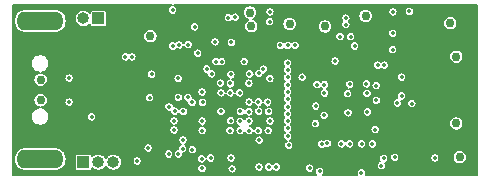
<source format=gbr>
G04 #@! TF.GenerationSoftware,KiCad,Pcbnew,(5.1.5)-3*
G04 #@! TF.CreationDate,2020-07-15T21:49:10-07:00*
G04 #@! TF.ProjectId,MiniDAQ,4d696e69-4441-4512-9e6b-696361645f70,rev?*
G04 #@! TF.SameCoordinates,Original*
G04 #@! TF.FileFunction,Copper,L5,Inr*
G04 #@! TF.FilePolarity,Positive*
%FSLAX46Y46*%
G04 Gerber Fmt 4.6, Leading zero omitted, Abs format (unit mm)*
G04 Created by KiCad (PCBNEW (5.1.5)-3) date 2020-07-15 21:49:10*
%MOMM*%
%LPD*%
G04 APERTURE LIST*
%ADD10O,1.000000X1.000000*%
%ADD11R,1.000000X1.000000*%
%ADD12O,4.000000X1.600000*%
%ADD13C,0.350000*%
%ADD14C,0.762000*%
%ADD15C,0.152400*%
G04 APERTURE END LIST*
D10*
X93864600Y-123603000D03*
X92594600Y-123603000D03*
D11*
X91324600Y-123603000D03*
D10*
X91324600Y-111436400D03*
D11*
X92594600Y-111436400D03*
D12*
X87666200Y-123350000D03*
X87666200Y-111650000D03*
D13*
X114884200Y-122047000D03*
X111709200Y-119634000D03*
X115341400Y-117779800D03*
X113690400Y-117805200D03*
X111734600Y-117754400D03*
X113944400Y-112979200D03*
X113055400Y-112979200D03*
X107111800Y-110871000D03*
X107086400Y-111709200D03*
X113538000Y-111404400D03*
X113538000Y-111963200D03*
X117500400Y-112699800D03*
X117525800Y-110871000D03*
D14*
X122885200Y-114675400D03*
X122885200Y-120325400D03*
X105435400Y-110947200D03*
D13*
X98882200Y-110718600D03*
X100736400Y-112141000D03*
X102463600Y-113411000D03*
D14*
X87706200Y-116636800D03*
D13*
X117678200Y-123190000D03*
X111328200Y-124383800D03*
X113157000Y-122047000D03*
X114858800Y-124510800D03*
X115786400Y-122059200D03*
X119126000Y-118643400D03*
X117500400Y-114071400D03*
X117906800Y-118592600D03*
X113728500Y-119418100D03*
X115362800Y-119358600D03*
X113868200Y-117017800D03*
X106553000Y-115722400D03*
X109846828Y-116414800D03*
X106209000Y-121745000D03*
X107123400Y-120123200D03*
X106922651Y-118519200D03*
X103846800Y-113468400D03*
X103034000Y-115094000D03*
X101408400Y-118548400D03*
X98868400Y-113773200D03*
X99365200Y-118110200D03*
X96938000Y-118142000D03*
X96811000Y-122409200D03*
X99732000Y-122460000D03*
X108698200Y-122180600D03*
X102094200Y-123250190D03*
X103923000Y-124161800D03*
X92010400Y-119767600D03*
X114286200Y-113773200D03*
X100999210Y-114382800D03*
X115290600Y-116967000D03*
X110972600Y-120345200D03*
D14*
X118897400Y-113411000D03*
D13*
X101904800Y-113360200D03*
X111328200Y-123901200D03*
X118237000Y-122402600D03*
X113284000Y-117017800D03*
X117449600Y-114884200D03*
X104470200Y-113461800D03*
X105701000Y-112808000D03*
X112482800Y-121935212D03*
X111072996Y-120978996D03*
X106996400Y-117735600D03*
X104165200Y-115710200D03*
X99353790Y-114941600D03*
X95642600Y-117557800D03*
X101765200Y-122110200D03*
X99365200Y-123710200D03*
X102983200Y-123250190D03*
X112355800Y-116973600D03*
X118401000Y-124136400D03*
X94677410Y-111334800D03*
X116738400Y-123291600D03*
X116128800Y-118364000D03*
X113856000Y-122047000D03*
X116027200Y-120853200D03*
X116556200Y-123901200D03*
X110998000Y-118846600D03*
D14*
X105537000Y-112090200D03*
D13*
X118922800Y-110845600D03*
D14*
X123190000Y-123190000D03*
X108788200Y-111912400D03*
X122377200Y-111836200D03*
X115214400Y-111226600D03*
D13*
X101765200Y-115710200D03*
X98565200Y-118910200D03*
X98547600Y-122910600D03*
X98995400Y-120885200D03*
X98995400Y-120097800D03*
X100519400Y-118548400D03*
X100189200Y-113646200D03*
X99427200Y-113671600D03*
X99782800Y-119310398D03*
X101375800Y-120929400D03*
D14*
X111785400Y-112115600D03*
D13*
X106971000Y-120926600D03*
X107000800Y-119310400D03*
X104939000Y-115094000D03*
X101357600Y-117659400D03*
X99353790Y-116516400D03*
X97090400Y-116160800D03*
X95871200Y-123501400D03*
X100544800Y-122536200D03*
X103821400Y-123250190D03*
X102551400Y-115094000D03*
D14*
X96988800Y-112935000D03*
D13*
X107656800Y-124006600D03*
D14*
X87706200Y-118364000D03*
D13*
X121080800Y-123240800D03*
X116115000Y-117126000D03*
X106132800Y-120932200D03*
X99757408Y-121723400D03*
X100163800Y-118110200D03*
X99365200Y-122910200D03*
X108619200Y-121412000D03*
X102184200Y-116128800D03*
X102971600Y-117729000D03*
X108614800Y-120751600D03*
X102971600Y-119303800D03*
X108614800Y-120116600D03*
X102920800Y-116916200D03*
X108614800Y-119507000D03*
X103759000Y-116941600D03*
X108619200Y-118897400D03*
X104546400Y-117729000D03*
X108614800Y-118262400D03*
X103809800Y-116179600D03*
X108610400Y-117652800D03*
X105333800Y-116916200D03*
X108614800Y-117043200D03*
X116230400Y-115392200D03*
X103592800Y-111360200D03*
X116789200Y-115392200D03*
X104177000Y-111334800D03*
X105333800Y-119329200D03*
X108614800Y-115214400D03*
X112635200Y-115043200D03*
X105359200Y-120926600D03*
X108619200Y-116433600D03*
X104597200Y-120142000D03*
X108614800Y-115824000D03*
X111099600Y-117043200D03*
X111734600Y-117043200D03*
X104597200Y-120926600D03*
X103733600Y-120932200D03*
X99046200Y-119285000D03*
X90119200Y-118516400D03*
X95425000Y-114681000D03*
X90119200Y-116484400D03*
X94871800Y-114681000D03*
X118262400Y-117983000D03*
X103784400Y-120091200D03*
X118262400Y-116408200D03*
X104608800Y-119310400D03*
X105384600Y-116128800D03*
X106146600Y-118513600D03*
X108000800Y-113715800D03*
X108610400Y-113715788D03*
X109245400Y-113715800D03*
X106172000Y-116078000D03*
X107111800Y-116538000D03*
X105359200Y-118513600D03*
X103756200Y-117729000D03*
X111484393Y-122080837D03*
X101383000Y-120123200D03*
X110474295Y-124108210D03*
X101357600Y-124136400D03*
X101332200Y-123323600D03*
X111985821Y-122005050D03*
X105345400Y-120123200D03*
X106183600Y-124009400D03*
X106158200Y-119301000D03*
X106996400Y-124006600D03*
D15*
G36*
X98764474Y-110330510D02*
G01*
X98691024Y-110360934D01*
X98624920Y-110405103D01*
X98568703Y-110461320D01*
X98524534Y-110527424D01*
X98494110Y-110600874D01*
X98478600Y-110678849D01*
X98478600Y-110758351D01*
X98494110Y-110836326D01*
X98524534Y-110909776D01*
X98568703Y-110975880D01*
X98624920Y-111032097D01*
X98691024Y-111076266D01*
X98764474Y-111106690D01*
X98842449Y-111122200D01*
X98921951Y-111122200D01*
X98999926Y-111106690D01*
X99073376Y-111076266D01*
X99139480Y-111032097D01*
X99195697Y-110975880D01*
X99239866Y-110909776D01*
X99249233Y-110887160D01*
X104825800Y-110887160D01*
X104825800Y-111007240D01*
X104849226Y-111125014D01*
X104895179Y-111235954D01*
X104961892Y-111335798D01*
X105046802Y-111420708D01*
X105146646Y-111487421D01*
X105257586Y-111533374D01*
X105278359Y-111537506D01*
X105248246Y-111549979D01*
X105148402Y-111616692D01*
X105063492Y-111701602D01*
X104996779Y-111801446D01*
X104950826Y-111912386D01*
X104927400Y-112030160D01*
X104927400Y-112150240D01*
X104950826Y-112268014D01*
X104996779Y-112378954D01*
X105063492Y-112478798D01*
X105148402Y-112563708D01*
X105248246Y-112630421D01*
X105359186Y-112676374D01*
X105476960Y-112699800D01*
X105597040Y-112699800D01*
X105714814Y-112676374D01*
X105825754Y-112630421D01*
X105925598Y-112563708D01*
X106010508Y-112478798D01*
X106077221Y-112378954D01*
X106123174Y-112268014D01*
X106146600Y-112150240D01*
X106146600Y-112030160D01*
X106123174Y-111912386D01*
X106077221Y-111801446D01*
X106010508Y-111701602D01*
X105978355Y-111669449D01*
X106682800Y-111669449D01*
X106682800Y-111748951D01*
X106698310Y-111826926D01*
X106728734Y-111900376D01*
X106772903Y-111966480D01*
X106829120Y-112022697D01*
X106895224Y-112066866D01*
X106968674Y-112097290D01*
X107046649Y-112112800D01*
X107126151Y-112112800D01*
X107204126Y-112097290D01*
X107277576Y-112066866D01*
X107343680Y-112022697D01*
X107399897Y-111966480D01*
X107444066Y-111900376D01*
X107463954Y-111852360D01*
X108178600Y-111852360D01*
X108178600Y-111972440D01*
X108202026Y-112090214D01*
X108247979Y-112201154D01*
X108314692Y-112300998D01*
X108399602Y-112385908D01*
X108499446Y-112452621D01*
X108610386Y-112498574D01*
X108728160Y-112522000D01*
X108848240Y-112522000D01*
X108966014Y-112498574D01*
X109076954Y-112452621D01*
X109176798Y-112385908D01*
X109261708Y-112300998D01*
X109328421Y-112201154D01*
X109374374Y-112090214D01*
X109381266Y-112055560D01*
X111175800Y-112055560D01*
X111175800Y-112175640D01*
X111199226Y-112293414D01*
X111245179Y-112404354D01*
X111311892Y-112504198D01*
X111396802Y-112589108D01*
X111496646Y-112655821D01*
X111607586Y-112701774D01*
X111725360Y-112725200D01*
X111845440Y-112725200D01*
X111963214Y-112701774D01*
X112074154Y-112655821D01*
X112173998Y-112589108D01*
X112258908Y-112504198D01*
X112325621Y-112404354D01*
X112371574Y-112293414D01*
X112395000Y-112175640D01*
X112395000Y-112055560D01*
X112371574Y-111937786D01*
X112325621Y-111826846D01*
X112258908Y-111727002D01*
X112173998Y-111642092D01*
X112074154Y-111575379D01*
X111963214Y-111529426D01*
X111845440Y-111506000D01*
X111725360Y-111506000D01*
X111607586Y-111529426D01*
X111496646Y-111575379D01*
X111396802Y-111642092D01*
X111311892Y-111727002D01*
X111245179Y-111826846D01*
X111199226Y-111937786D01*
X111175800Y-112055560D01*
X109381266Y-112055560D01*
X109397800Y-111972440D01*
X109397800Y-111852360D01*
X109374374Y-111734586D01*
X109328421Y-111623646D01*
X109261708Y-111523802D01*
X109176798Y-111438892D01*
X109076954Y-111372179D01*
X109058776Y-111364649D01*
X113134400Y-111364649D01*
X113134400Y-111444151D01*
X113149910Y-111522126D01*
X113180334Y-111595576D01*
X113224503Y-111661680D01*
X113246623Y-111683800D01*
X113224503Y-111705920D01*
X113180334Y-111772024D01*
X113149910Y-111845474D01*
X113134400Y-111923449D01*
X113134400Y-112002951D01*
X113149910Y-112080926D01*
X113180334Y-112154376D01*
X113224503Y-112220480D01*
X113280720Y-112276697D01*
X113346824Y-112320866D01*
X113420274Y-112351290D01*
X113498249Y-112366800D01*
X113577751Y-112366800D01*
X113655726Y-112351290D01*
X113729176Y-112320866D01*
X113795280Y-112276697D01*
X113851497Y-112220480D01*
X113895666Y-112154376D01*
X113926090Y-112080926D01*
X113941600Y-112002951D01*
X113941600Y-111923449D01*
X113926090Y-111845474D01*
X113895666Y-111772024D01*
X113851497Y-111705920D01*
X113829377Y-111683800D01*
X113851497Y-111661680D01*
X113895666Y-111595576D01*
X113926090Y-111522126D01*
X113941600Y-111444151D01*
X113941600Y-111364649D01*
X113926090Y-111286674D01*
X113895666Y-111213224D01*
X113864487Y-111166560D01*
X114604800Y-111166560D01*
X114604800Y-111286640D01*
X114628226Y-111404414D01*
X114674179Y-111515354D01*
X114740892Y-111615198D01*
X114825802Y-111700108D01*
X114925646Y-111766821D01*
X115036586Y-111812774D01*
X115154360Y-111836200D01*
X115274440Y-111836200D01*
X115392214Y-111812774D01*
X115480607Y-111776160D01*
X121767600Y-111776160D01*
X121767600Y-111896240D01*
X121791026Y-112014014D01*
X121836979Y-112124954D01*
X121903692Y-112224798D01*
X121988602Y-112309708D01*
X122088446Y-112376421D01*
X122199386Y-112422374D01*
X122317160Y-112445800D01*
X122437240Y-112445800D01*
X122555014Y-112422374D01*
X122665954Y-112376421D01*
X122765798Y-112309708D01*
X122850708Y-112224798D01*
X122917421Y-112124954D01*
X122963374Y-112014014D01*
X122986800Y-111896240D01*
X122986800Y-111776160D01*
X122963374Y-111658386D01*
X122917421Y-111547446D01*
X122850708Y-111447602D01*
X122765798Y-111362692D01*
X122665954Y-111295979D01*
X122555014Y-111250026D01*
X122437240Y-111226600D01*
X122317160Y-111226600D01*
X122199386Y-111250026D01*
X122088446Y-111295979D01*
X121988602Y-111362692D01*
X121903692Y-111447602D01*
X121836979Y-111547446D01*
X121791026Y-111658386D01*
X121767600Y-111776160D01*
X115480607Y-111776160D01*
X115503154Y-111766821D01*
X115602998Y-111700108D01*
X115687908Y-111615198D01*
X115754621Y-111515354D01*
X115800574Y-111404414D01*
X115824000Y-111286640D01*
X115824000Y-111166560D01*
X115800574Y-111048786D01*
X115754621Y-110937846D01*
X115687908Y-110838002D01*
X115681155Y-110831249D01*
X117122200Y-110831249D01*
X117122200Y-110910751D01*
X117137710Y-110988726D01*
X117168134Y-111062176D01*
X117212303Y-111128280D01*
X117268520Y-111184497D01*
X117334624Y-111228666D01*
X117408074Y-111259090D01*
X117486049Y-111274600D01*
X117565551Y-111274600D01*
X117643526Y-111259090D01*
X117716976Y-111228666D01*
X117783080Y-111184497D01*
X117839297Y-111128280D01*
X117883466Y-111062176D01*
X117913890Y-110988726D01*
X117929400Y-110910751D01*
X117929400Y-110831249D01*
X117924348Y-110805849D01*
X118519200Y-110805849D01*
X118519200Y-110885351D01*
X118534710Y-110963326D01*
X118565134Y-111036776D01*
X118609303Y-111102880D01*
X118665520Y-111159097D01*
X118731624Y-111203266D01*
X118805074Y-111233690D01*
X118883049Y-111249200D01*
X118962551Y-111249200D01*
X119040526Y-111233690D01*
X119113976Y-111203266D01*
X119180080Y-111159097D01*
X119236297Y-111102880D01*
X119280466Y-111036776D01*
X119310890Y-110963326D01*
X119326400Y-110885351D01*
X119326400Y-110805849D01*
X119310890Y-110727874D01*
X119280466Y-110654424D01*
X119236297Y-110588320D01*
X119180080Y-110532103D01*
X119113976Y-110487934D01*
X119040526Y-110457510D01*
X118962551Y-110442000D01*
X118883049Y-110442000D01*
X118805074Y-110457510D01*
X118731624Y-110487934D01*
X118665520Y-110532103D01*
X118609303Y-110588320D01*
X118565134Y-110654424D01*
X118534710Y-110727874D01*
X118519200Y-110805849D01*
X117924348Y-110805849D01*
X117913890Y-110753274D01*
X117883466Y-110679824D01*
X117839297Y-110613720D01*
X117783080Y-110557503D01*
X117716976Y-110513334D01*
X117643526Y-110482910D01*
X117565551Y-110467400D01*
X117486049Y-110467400D01*
X117408074Y-110482910D01*
X117334624Y-110513334D01*
X117268520Y-110557503D01*
X117212303Y-110613720D01*
X117168134Y-110679824D01*
X117137710Y-110753274D01*
X117122200Y-110831249D01*
X115681155Y-110831249D01*
X115602998Y-110753092D01*
X115503154Y-110686379D01*
X115392214Y-110640426D01*
X115274440Y-110617000D01*
X115154360Y-110617000D01*
X115036586Y-110640426D01*
X114925646Y-110686379D01*
X114825802Y-110753092D01*
X114740892Y-110838002D01*
X114674179Y-110937846D01*
X114628226Y-111048786D01*
X114604800Y-111166560D01*
X113864487Y-111166560D01*
X113851497Y-111147120D01*
X113795280Y-111090903D01*
X113729176Y-111046734D01*
X113655726Y-111016310D01*
X113577751Y-111000800D01*
X113498249Y-111000800D01*
X113420274Y-111016310D01*
X113346824Y-111046734D01*
X113280720Y-111090903D01*
X113224503Y-111147120D01*
X113180334Y-111213224D01*
X113149910Y-111286674D01*
X113134400Y-111364649D01*
X109058776Y-111364649D01*
X108966014Y-111326226D01*
X108848240Y-111302800D01*
X108728160Y-111302800D01*
X108610386Y-111326226D01*
X108499446Y-111372179D01*
X108399602Y-111438892D01*
X108314692Y-111523802D01*
X108247979Y-111623646D01*
X108202026Y-111734586D01*
X108178600Y-111852360D01*
X107463954Y-111852360D01*
X107474490Y-111826926D01*
X107490000Y-111748951D01*
X107490000Y-111669449D01*
X107474490Y-111591474D01*
X107444066Y-111518024D01*
X107399897Y-111451920D01*
X107343680Y-111395703D01*
X107277576Y-111351534D01*
X107204126Y-111321110D01*
X107126151Y-111305600D01*
X107046649Y-111305600D01*
X106968674Y-111321110D01*
X106895224Y-111351534D01*
X106829120Y-111395703D01*
X106772903Y-111451920D01*
X106728734Y-111518024D01*
X106698310Y-111591474D01*
X106682800Y-111669449D01*
X105978355Y-111669449D01*
X105925598Y-111616692D01*
X105825754Y-111549979D01*
X105714814Y-111504026D01*
X105694041Y-111499894D01*
X105724154Y-111487421D01*
X105823998Y-111420708D01*
X105908908Y-111335798D01*
X105975621Y-111235954D01*
X106021574Y-111125014D01*
X106045000Y-111007240D01*
X106045000Y-110887160D01*
X106033879Y-110831249D01*
X106708200Y-110831249D01*
X106708200Y-110910751D01*
X106723710Y-110988726D01*
X106754134Y-111062176D01*
X106798303Y-111128280D01*
X106854520Y-111184497D01*
X106920624Y-111228666D01*
X106994074Y-111259090D01*
X107072049Y-111274600D01*
X107151551Y-111274600D01*
X107229526Y-111259090D01*
X107302976Y-111228666D01*
X107369080Y-111184497D01*
X107425297Y-111128280D01*
X107469466Y-111062176D01*
X107499890Y-110988726D01*
X107515400Y-110910751D01*
X107515400Y-110831249D01*
X107499890Y-110753274D01*
X107469466Y-110679824D01*
X107425297Y-110613720D01*
X107369080Y-110557503D01*
X107302976Y-110513334D01*
X107229526Y-110482910D01*
X107151551Y-110467400D01*
X107072049Y-110467400D01*
X106994074Y-110482910D01*
X106920624Y-110513334D01*
X106854520Y-110557503D01*
X106798303Y-110613720D01*
X106754134Y-110679824D01*
X106723710Y-110753274D01*
X106708200Y-110831249D01*
X106033879Y-110831249D01*
X106021574Y-110769386D01*
X105975621Y-110658446D01*
X105908908Y-110558602D01*
X105823998Y-110473692D01*
X105724154Y-110406979D01*
X105613214Y-110361026D01*
X105495440Y-110337600D01*
X105375360Y-110337600D01*
X105257586Y-110361026D01*
X105146646Y-110406979D01*
X105046802Y-110473692D01*
X104961892Y-110558602D01*
X104895179Y-110658446D01*
X104849226Y-110769386D01*
X104825800Y-110887160D01*
X99249233Y-110887160D01*
X99270290Y-110836326D01*
X99285800Y-110758351D01*
X99285800Y-110678849D01*
X99270290Y-110600874D01*
X99239866Y-110527424D01*
X99195697Y-110461320D01*
X99139480Y-110405103D01*
X99073376Y-110360934D01*
X98999926Y-110330510D01*
X98978258Y-110326200D01*
X124673800Y-110326200D01*
X124673800Y-124673800D01*
X115228137Y-124673800D01*
X115246890Y-124628526D01*
X115262400Y-124550551D01*
X115262400Y-124471049D01*
X115246890Y-124393074D01*
X115216466Y-124319624D01*
X115172297Y-124253520D01*
X115116080Y-124197303D01*
X115049976Y-124153134D01*
X114976526Y-124122710D01*
X114898551Y-124107200D01*
X114819049Y-124107200D01*
X114741074Y-124122710D01*
X114667624Y-124153134D01*
X114601520Y-124197303D01*
X114545303Y-124253520D01*
X114501134Y-124319624D01*
X114470710Y-124393074D01*
X114455200Y-124471049D01*
X114455200Y-124550551D01*
X114470710Y-124628526D01*
X114489463Y-124673800D01*
X111608977Y-124673800D01*
X111641697Y-124641080D01*
X111685866Y-124574976D01*
X111716290Y-124501526D01*
X111731800Y-124423551D01*
X111731800Y-124344049D01*
X111716290Y-124266074D01*
X111685866Y-124192624D01*
X111641697Y-124126520D01*
X111585480Y-124070303D01*
X111519376Y-124026134D01*
X111445926Y-123995710D01*
X111367951Y-123980200D01*
X111288449Y-123980200D01*
X111210474Y-123995710D01*
X111137024Y-124026134D01*
X111070920Y-124070303D01*
X111014703Y-124126520D01*
X110970534Y-124192624D01*
X110940110Y-124266074D01*
X110924600Y-124344049D01*
X110924600Y-124423551D01*
X110940110Y-124501526D01*
X110970534Y-124574976D01*
X111014703Y-124641080D01*
X111047423Y-124673800D01*
X85326200Y-124673800D01*
X85326200Y-123350000D01*
X85432624Y-123350000D01*
X85452484Y-123551641D01*
X85511300Y-123745532D01*
X85606813Y-123924224D01*
X85735351Y-124080849D01*
X85891976Y-124209387D01*
X86070668Y-124304900D01*
X86264559Y-124363716D01*
X86415678Y-124378600D01*
X88916722Y-124378600D01*
X89067841Y-124363716D01*
X89261732Y-124304900D01*
X89440424Y-124209387D01*
X89597049Y-124080849D01*
X89725587Y-123924224D01*
X89821100Y-123745532D01*
X89879916Y-123551641D01*
X89899776Y-123350000D01*
X89879916Y-123148359D01*
X89866157Y-123103000D01*
X90594894Y-123103000D01*
X90594894Y-124103000D01*
X90599308Y-124147813D01*
X90612379Y-124190905D01*
X90633606Y-124230618D01*
X90662173Y-124265427D01*
X90696982Y-124293994D01*
X90736695Y-124315221D01*
X90779787Y-124328292D01*
X90824600Y-124332706D01*
X91824600Y-124332706D01*
X91869413Y-124328292D01*
X91912505Y-124315221D01*
X91952218Y-124293994D01*
X91987027Y-124265427D01*
X92015594Y-124230618D01*
X92036821Y-124190905D01*
X92049892Y-124147813D01*
X92054306Y-124103000D01*
X92054306Y-124093101D01*
X92130145Y-124168940D01*
X92249479Y-124248677D01*
X92382075Y-124303600D01*
X92522839Y-124331600D01*
X92666361Y-124331600D01*
X92807125Y-124303600D01*
X92939721Y-124248677D01*
X93059055Y-124168940D01*
X93160540Y-124067455D01*
X93229600Y-123964100D01*
X93298660Y-124067455D01*
X93400145Y-124168940D01*
X93519479Y-124248677D01*
X93652075Y-124303600D01*
X93792839Y-124331600D01*
X93936361Y-124331600D01*
X94077125Y-124303600D01*
X94209721Y-124248677D01*
X94329055Y-124168940D01*
X94401346Y-124096649D01*
X100954000Y-124096649D01*
X100954000Y-124176151D01*
X100969510Y-124254126D01*
X100999934Y-124327576D01*
X101044103Y-124393680D01*
X101100320Y-124449897D01*
X101166424Y-124494066D01*
X101239874Y-124524490D01*
X101317849Y-124540000D01*
X101397351Y-124540000D01*
X101475326Y-124524490D01*
X101548776Y-124494066D01*
X101614880Y-124449897D01*
X101671097Y-124393680D01*
X101715266Y-124327576D01*
X101745690Y-124254126D01*
X101761200Y-124176151D01*
X101761200Y-124122049D01*
X103519400Y-124122049D01*
X103519400Y-124201551D01*
X103534910Y-124279526D01*
X103565334Y-124352976D01*
X103609503Y-124419080D01*
X103665720Y-124475297D01*
X103731824Y-124519466D01*
X103805274Y-124549890D01*
X103883249Y-124565400D01*
X103962751Y-124565400D01*
X104040726Y-124549890D01*
X104114176Y-124519466D01*
X104180280Y-124475297D01*
X104236497Y-124419080D01*
X104280666Y-124352976D01*
X104311090Y-124279526D01*
X104326600Y-124201551D01*
X104326600Y-124122049D01*
X104311090Y-124044074D01*
X104280666Y-123970624D01*
X104280015Y-123969649D01*
X105780000Y-123969649D01*
X105780000Y-124049151D01*
X105795510Y-124127126D01*
X105825934Y-124200576D01*
X105870103Y-124266680D01*
X105926320Y-124322897D01*
X105992424Y-124367066D01*
X106065874Y-124397490D01*
X106143849Y-124413000D01*
X106223351Y-124413000D01*
X106301326Y-124397490D01*
X106374776Y-124367066D01*
X106440880Y-124322897D01*
X106497097Y-124266680D01*
X106541266Y-124200576D01*
X106571690Y-124127126D01*
X106587200Y-124049151D01*
X106587200Y-123969649D01*
X106586644Y-123966849D01*
X106592800Y-123966849D01*
X106592800Y-124046351D01*
X106608310Y-124124326D01*
X106638734Y-124197776D01*
X106682903Y-124263880D01*
X106739120Y-124320097D01*
X106805224Y-124364266D01*
X106878674Y-124394690D01*
X106956649Y-124410200D01*
X107036151Y-124410200D01*
X107114126Y-124394690D01*
X107187576Y-124364266D01*
X107253680Y-124320097D01*
X107309897Y-124263880D01*
X107326600Y-124238882D01*
X107343303Y-124263880D01*
X107399520Y-124320097D01*
X107465624Y-124364266D01*
X107539074Y-124394690D01*
X107617049Y-124410200D01*
X107696551Y-124410200D01*
X107774526Y-124394690D01*
X107847976Y-124364266D01*
X107914080Y-124320097D01*
X107970297Y-124263880D01*
X108014466Y-124197776D01*
X108044890Y-124124326D01*
X108056002Y-124068459D01*
X110070695Y-124068459D01*
X110070695Y-124147961D01*
X110086205Y-124225936D01*
X110116629Y-124299386D01*
X110160798Y-124365490D01*
X110217015Y-124421707D01*
X110283119Y-124465876D01*
X110356569Y-124496300D01*
X110434544Y-124511810D01*
X110514046Y-124511810D01*
X110592021Y-124496300D01*
X110665471Y-124465876D01*
X110731575Y-124421707D01*
X110787792Y-124365490D01*
X110831961Y-124299386D01*
X110862385Y-124225936D01*
X110877895Y-124147961D01*
X110877895Y-124068459D01*
X110862385Y-123990484D01*
X110831961Y-123917034D01*
X110794821Y-123861449D01*
X116152600Y-123861449D01*
X116152600Y-123940951D01*
X116168110Y-124018926D01*
X116198534Y-124092376D01*
X116242703Y-124158480D01*
X116298920Y-124214697D01*
X116365024Y-124258866D01*
X116438474Y-124289290D01*
X116516449Y-124304800D01*
X116595951Y-124304800D01*
X116673926Y-124289290D01*
X116747376Y-124258866D01*
X116813480Y-124214697D01*
X116869697Y-124158480D01*
X116913866Y-124092376D01*
X116944290Y-124018926D01*
X116959800Y-123940951D01*
X116959800Y-123861449D01*
X116944290Y-123783474D01*
X116913866Y-123710024D01*
X116885475Y-123667533D01*
X116929576Y-123649266D01*
X116995680Y-123605097D01*
X117051897Y-123548880D01*
X117096066Y-123482776D01*
X117126490Y-123409326D01*
X117142000Y-123331351D01*
X117142000Y-123251849D01*
X117126490Y-123173874D01*
X117116705Y-123150249D01*
X117274600Y-123150249D01*
X117274600Y-123229751D01*
X117290110Y-123307726D01*
X117320534Y-123381176D01*
X117364703Y-123447280D01*
X117420920Y-123503497D01*
X117487024Y-123547666D01*
X117560474Y-123578090D01*
X117638449Y-123593600D01*
X117717951Y-123593600D01*
X117795926Y-123578090D01*
X117869376Y-123547666D01*
X117935480Y-123503497D01*
X117991697Y-123447280D01*
X118035866Y-123381176D01*
X118066290Y-123307726D01*
X118081800Y-123229751D01*
X118081800Y-123201049D01*
X120677200Y-123201049D01*
X120677200Y-123280551D01*
X120692710Y-123358526D01*
X120723134Y-123431976D01*
X120767303Y-123498080D01*
X120823520Y-123554297D01*
X120889624Y-123598466D01*
X120963074Y-123628890D01*
X121041049Y-123644400D01*
X121120551Y-123644400D01*
X121198526Y-123628890D01*
X121271976Y-123598466D01*
X121338080Y-123554297D01*
X121394297Y-123498080D01*
X121438466Y-123431976D01*
X121468890Y-123358526D01*
X121484400Y-123280551D01*
X121484400Y-123201049D01*
X121470260Y-123129960D01*
X122580400Y-123129960D01*
X122580400Y-123250040D01*
X122603826Y-123367814D01*
X122649779Y-123478754D01*
X122716492Y-123578598D01*
X122801402Y-123663508D01*
X122901246Y-123730221D01*
X123012186Y-123776174D01*
X123129960Y-123799600D01*
X123250040Y-123799600D01*
X123367814Y-123776174D01*
X123478754Y-123730221D01*
X123578598Y-123663508D01*
X123663508Y-123578598D01*
X123730221Y-123478754D01*
X123776174Y-123367814D01*
X123799600Y-123250040D01*
X123799600Y-123129960D01*
X123776174Y-123012186D01*
X123730221Y-122901246D01*
X123663508Y-122801402D01*
X123578598Y-122716492D01*
X123478754Y-122649779D01*
X123367814Y-122603826D01*
X123250040Y-122580400D01*
X123129960Y-122580400D01*
X123012186Y-122603826D01*
X122901246Y-122649779D01*
X122801402Y-122716492D01*
X122716492Y-122801402D01*
X122649779Y-122901246D01*
X122603826Y-123012186D01*
X122580400Y-123129960D01*
X121470260Y-123129960D01*
X121468890Y-123123074D01*
X121438466Y-123049624D01*
X121394297Y-122983520D01*
X121338080Y-122927303D01*
X121271976Y-122883134D01*
X121198526Y-122852710D01*
X121120551Y-122837200D01*
X121041049Y-122837200D01*
X120963074Y-122852710D01*
X120889624Y-122883134D01*
X120823520Y-122927303D01*
X120767303Y-122983520D01*
X120723134Y-123049624D01*
X120692710Y-123123074D01*
X120677200Y-123201049D01*
X118081800Y-123201049D01*
X118081800Y-123150249D01*
X118066290Y-123072274D01*
X118035866Y-122998824D01*
X117991697Y-122932720D01*
X117935480Y-122876503D01*
X117869376Y-122832334D01*
X117795926Y-122801910D01*
X117717951Y-122786400D01*
X117638449Y-122786400D01*
X117560474Y-122801910D01*
X117487024Y-122832334D01*
X117420920Y-122876503D01*
X117364703Y-122932720D01*
X117320534Y-122998824D01*
X117290110Y-123072274D01*
X117274600Y-123150249D01*
X117116705Y-123150249D01*
X117096066Y-123100424D01*
X117051897Y-123034320D01*
X116995680Y-122978103D01*
X116929576Y-122933934D01*
X116856126Y-122903510D01*
X116778151Y-122888000D01*
X116698649Y-122888000D01*
X116620674Y-122903510D01*
X116547224Y-122933934D01*
X116481120Y-122978103D01*
X116424903Y-123034320D01*
X116380734Y-123100424D01*
X116350310Y-123173874D01*
X116334800Y-123251849D01*
X116334800Y-123331351D01*
X116350310Y-123409326D01*
X116380734Y-123482776D01*
X116409125Y-123525267D01*
X116365024Y-123543534D01*
X116298920Y-123587703D01*
X116242703Y-123643920D01*
X116198534Y-123710024D01*
X116168110Y-123783474D01*
X116152600Y-123861449D01*
X110794821Y-123861449D01*
X110787792Y-123850930D01*
X110731575Y-123794713D01*
X110665471Y-123750544D01*
X110592021Y-123720120D01*
X110514046Y-123704610D01*
X110434544Y-123704610D01*
X110356569Y-123720120D01*
X110283119Y-123750544D01*
X110217015Y-123794713D01*
X110160798Y-123850930D01*
X110116629Y-123917034D01*
X110086205Y-123990484D01*
X110070695Y-124068459D01*
X108056002Y-124068459D01*
X108060400Y-124046351D01*
X108060400Y-123966849D01*
X108044890Y-123888874D01*
X108014466Y-123815424D01*
X107970297Y-123749320D01*
X107914080Y-123693103D01*
X107847976Y-123648934D01*
X107774526Y-123618510D01*
X107696551Y-123603000D01*
X107617049Y-123603000D01*
X107539074Y-123618510D01*
X107465624Y-123648934D01*
X107399520Y-123693103D01*
X107343303Y-123749320D01*
X107326600Y-123774318D01*
X107309897Y-123749320D01*
X107253680Y-123693103D01*
X107187576Y-123648934D01*
X107114126Y-123618510D01*
X107036151Y-123603000D01*
X106956649Y-123603000D01*
X106878674Y-123618510D01*
X106805224Y-123648934D01*
X106739120Y-123693103D01*
X106682903Y-123749320D01*
X106638734Y-123815424D01*
X106608310Y-123888874D01*
X106592800Y-123966849D01*
X106586644Y-123966849D01*
X106571690Y-123891674D01*
X106541266Y-123818224D01*
X106497097Y-123752120D01*
X106440880Y-123695903D01*
X106374776Y-123651734D01*
X106301326Y-123621310D01*
X106223351Y-123605800D01*
X106143849Y-123605800D01*
X106065874Y-123621310D01*
X105992424Y-123651734D01*
X105926320Y-123695903D01*
X105870103Y-123752120D01*
X105825934Y-123818224D01*
X105795510Y-123891674D01*
X105780000Y-123969649D01*
X104280015Y-123969649D01*
X104236497Y-123904520D01*
X104180280Y-123848303D01*
X104114176Y-123804134D01*
X104040726Y-123773710D01*
X103962751Y-123758200D01*
X103883249Y-123758200D01*
X103805274Y-123773710D01*
X103731824Y-123804134D01*
X103665720Y-123848303D01*
X103609503Y-123904520D01*
X103565334Y-123970624D01*
X103534910Y-124044074D01*
X103519400Y-124122049D01*
X101761200Y-124122049D01*
X101761200Y-124096649D01*
X101745690Y-124018674D01*
X101715266Y-123945224D01*
X101671097Y-123879120D01*
X101614880Y-123822903D01*
X101548776Y-123778734D01*
X101475326Y-123748310D01*
X101397351Y-123732800D01*
X101317849Y-123732800D01*
X101239874Y-123748310D01*
X101166424Y-123778734D01*
X101100320Y-123822903D01*
X101044103Y-123879120D01*
X100999934Y-123945224D01*
X100969510Y-124018674D01*
X100954000Y-124096649D01*
X94401346Y-124096649D01*
X94430540Y-124067455D01*
X94510277Y-123948121D01*
X94565200Y-123815525D01*
X94593200Y-123674761D01*
X94593200Y-123531239D01*
X94579358Y-123461649D01*
X95467600Y-123461649D01*
X95467600Y-123541151D01*
X95483110Y-123619126D01*
X95513534Y-123692576D01*
X95557703Y-123758680D01*
X95613920Y-123814897D01*
X95680024Y-123859066D01*
X95753474Y-123889490D01*
X95831449Y-123905000D01*
X95910951Y-123905000D01*
X95988926Y-123889490D01*
X96062376Y-123859066D01*
X96128480Y-123814897D01*
X96184697Y-123758680D01*
X96228866Y-123692576D01*
X96259290Y-123619126D01*
X96274800Y-123541151D01*
X96274800Y-123461649D01*
X96259290Y-123383674D01*
X96228866Y-123310224D01*
X96184697Y-123244120D01*
X96128480Y-123187903D01*
X96062376Y-123143734D01*
X95988926Y-123113310D01*
X95910951Y-123097800D01*
X95831449Y-123097800D01*
X95753474Y-123113310D01*
X95680024Y-123143734D01*
X95613920Y-123187903D01*
X95557703Y-123244120D01*
X95513534Y-123310224D01*
X95483110Y-123383674D01*
X95467600Y-123461649D01*
X94579358Y-123461649D01*
X94565200Y-123390475D01*
X94510277Y-123257879D01*
X94430540Y-123138545D01*
X94329055Y-123037060D01*
X94209721Y-122957323D01*
X94077125Y-122902400D01*
X93936361Y-122874400D01*
X93792839Y-122874400D01*
X93652075Y-122902400D01*
X93519479Y-122957323D01*
X93400145Y-123037060D01*
X93298660Y-123138545D01*
X93229600Y-123241900D01*
X93160540Y-123138545D01*
X93059055Y-123037060D01*
X92939721Y-122957323D01*
X92807125Y-122902400D01*
X92666361Y-122874400D01*
X92522839Y-122874400D01*
X92382075Y-122902400D01*
X92249479Y-122957323D01*
X92130145Y-123037060D01*
X92054306Y-123112899D01*
X92054306Y-123103000D01*
X92049892Y-123058187D01*
X92036821Y-123015095D01*
X92015594Y-122975382D01*
X91987027Y-122940573D01*
X91952218Y-122912006D01*
X91912505Y-122890779D01*
X91869413Y-122877708D01*
X91824600Y-122873294D01*
X90824600Y-122873294D01*
X90779787Y-122877708D01*
X90736695Y-122890779D01*
X90696982Y-122912006D01*
X90662173Y-122940573D01*
X90633606Y-122975382D01*
X90612379Y-123015095D01*
X90599308Y-123058187D01*
X90594894Y-123103000D01*
X89866157Y-123103000D01*
X89821100Y-122954468D01*
X89776405Y-122870849D01*
X98144000Y-122870849D01*
X98144000Y-122950351D01*
X98159510Y-123028326D01*
X98189934Y-123101776D01*
X98234103Y-123167880D01*
X98290320Y-123224097D01*
X98356424Y-123268266D01*
X98429874Y-123298690D01*
X98507849Y-123314200D01*
X98587351Y-123314200D01*
X98665326Y-123298690D01*
X98738776Y-123268266D01*
X98804880Y-123224097D01*
X98861097Y-123167880D01*
X98905266Y-123101776D01*
X98935690Y-123028326D01*
X98951200Y-122950351D01*
X98951200Y-122870849D01*
X98951121Y-122870449D01*
X98961600Y-122870449D01*
X98961600Y-122949951D01*
X98977110Y-123027926D01*
X99007534Y-123101376D01*
X99051703Y-123167480D01*
X99107920Y-123223697D01*
X99174024Y-123267866D01*
X99247474Y-123298290D01*
X99325449Y-123313800D01*
X99404951Y-123313800D01*
X99482926Y-123298290D01*
X99517789Y-123283849D01*
X100928600Y-123283849D01*
X100928600Y-123363351D01*
X100944110Y-123441326D01*
X100974534Y-123514776D01*
X101018703Y-123580880D01*
X101074920Y-123637097D01*
X101141024Y-123681266D01*
X101214474Y-123711690D01*
X101292449Y-123727200D01*
X101371951Y-123727200D01*
X101449926Y-123711690D01*
X101523376Y-123681266D01*
X101589480Y-123637097D01*
X101645697Y-123580880D01*
X101689866Y-123514776D01*
X101720290Y-123441326D01*
X101725555Y-123414859D01*
X101736534Y-123441366D01*
X101780703Y-123507470D01*
X101836920Y-123563687D01*
X101903024Y-123607856D01*
X101976474Y-123638280D01*
X102054449Y-123653790D01*
X102133951Y-123653790D01*
X102211926Y-123638280D01*
X102285376Y-123607856D01*
X102351480Y-123563687D01*
X102407697Y-123507470D01*
X102451866Y-123441366D01*
X102482290Y-123367916D01*
X102497800Y-123289941D01*
X102497800Y-123210439D01*
X103417800Y-123210439D01*
X103417800Y-123289941D01*
X103433310Y-123367916D01*
X103463734Y-123441366D01*
X103507903Y-123507470D01*
X103564120Y-123563687D01*
X103630224Y-123607856D01*
X103703674Y-123638280D01*
X103781649Y-123653790D01*
X103861151Y-123653790D01*
X103939126Y-123638280D01*
X104012576Y-123607856D01*
X104078680Y-123563687D01*
X104134897Y-123507470D01*
X104179066Y-123441366D01*
X104209490Y-123367916D01*
X104225000Y-123289941D01*
X104225000Y-123210439D01*
X104209490Y-123132464D01*
X104179066Y-123059014D01*
X104134897Y-122992910D01*
X104078680Y-122936693D01*
X104012576Y-122892524D01*
X103939126Y-122862100D01*
X103861151Y-122846590D01*
X103781649Y-122846590D01*
X103703674Y-122862100D01*
X103630224Y-122892524D01*
X103564120Y-122936693D01*
X103507903Y-122992910D01*
X103463734Y-123059014D01*
X103433310Y-123132464D01*
X103417800Y-123210439D01*
X102497800Y-123210439D01*
X102482290Y-123132464D01*
X102451866Y-123059014D01*
X102407697Y-122992910D01*
X102351480Y-122936693D01*
X102285376Y-122892524D01*
X102211926Y-122862100D01*
X102133951Y-122846590D01*
X102054449Y-122846590D01*
X101976474Y-122862100D01*
X101903024Y-122892524D01*
X101836920Y-122936693D01*
X101780703Y-122992910D01*
X101736534Y-123059014D01*
X101706110Y-123132464D01*
X101700845Y-123158931D01*
X101689866Y-123132424D01*
X101645697Y-123066320D01*
X101589480Y-123010103D01*
X101523376Y-122965934D01*
X101449926Y-122935510D01*
X101371951Y-122920000D01*
X101292449Y-122920000D01*
X101214474Y-122935510D01*
X101141024Y-122965934D01*
X101074920Y-123010103D01*
X101018703Y-123066320D01*
X100974534Y-123132424D01*
X100944110Y-123205874D01*
X100928600Y-123283849D01*
X99517789Y-123283849D01*
X99556376Y-123267866D01*
X99622480Y-123223697D01*
X99678697Y-123167480D01*
X99722866Y-123101376D01*
X99753290Y-123027926D01*
X99768800Y-122949951D01*
X99768800Y-122870449D01*
X99767438Y-122863600D01*
X99771751Y-122863600D01*
X99849726Y-122848090D01*
X99923176Y-122817666D01*
X99989280Y-122773497D01*
X100045497Y-122717280D01*
X100089666Y-122651176D01*
X100120090Y-122577726D01*
X100135600Y-122499751D01*
X100135600Y-122496449D01*
X100141200Y-122496449D01*
X100141200Y-122575951D01*
X100156710Y-122653926D01*
X100187134Y-122727376D01*
X100231303Y-122793480D01*
X100287520Y-122849697D01*
X100353624Y-122893866D01*
X100427074Y-122924290D01*
X100505049Y-122939800D01*
X100584551Y-122939800D01*
X100662526Y-122924290D01*
X100735976Y-122893866D01*
X100802080Y-122849697D01*
X100858297Y-122793480D01*
X100902466Y-122727376D01*
X100932890Y-122653926D01*
X100948400Y-122575951D01*
X100948400Y-122496449D01*
X100932890Y-122418474D01*
X100902466Y-122345024D01*
X100858297Y-122278920D01*
X100802080Y-122222703D01*
X100735976Y-122178534D01*
X100662526Y-122148110D01*
X100584551Y-122132600D01*
X100505049Y-122132600D01*
X100427074Y-122148110D01*
X100353624Y-122178534D01*
X100287520Y-122222703D01*
X100231303Y-122278920D01*
X100187134Y-122345024D01*
X100156710Y-122418474D01*
X100141200Y-122496449D01*
X100135600Y-122496449D01*
X100135600Y-122420249D01*
X100120090Y-122342274D01*
X100089666Y-122268824D01*
X100045497Y-122202720D01*
X99989280Y-122146503D01*
X99923176Y-122102334D01*
X99910207Y-122096962D01*
X99948584Y-122081066D01*
X100014688Y-122036897D01*
X100070905Y-121980680D01*
X100115074Y-121914576D01*
X100145498Y-121841126D01*
X100161008Y-121763151D01*
X100161008Y-121705249D01*
X105805400Y-121705249D01*
X105805400Y-121784751D01*
X105820910Y-121862726D01*
X105851334Y-121936176D01*
X105895503Y-122002280D01*
X105951720Y-122058497D01*
X106017824Y-122102666D01*
X106091274Y-122133090D01*
X106169249Y-122148600D01*
X106248751Y-122148600D01*
X106326726Y-122133090D01*
X106400176Y-122102666D01*
X106466280Y-122058497D01*
X106522497Y-122002280D01*
X106566666Y-121936176D01*
X106597090Y-121862726D01*
X106612600Y-121784751D01*
X106612600Y-121705249D01*
X106597090Y-121627274D01*
X106566666Y-121553824D01*
X106522497Y-121487720D01*
X106466280Y-121431503D01*
X106400176Y-121387334D01*
X106326726Y-121356910D01*
X106248751Y-121341400D01*
X106169249Y-121341400D01*
X106091274Y-121356910D01*
X106017824Y-121387334D01*
X105951720Y-121431503D01*
X105895503Y-121487720D01*
X105851334Y-121553824D01*
X105820910Y-121627274D01*
X105805400Y-121705249D01*
X100161008Y-121705249D01*
X100161008Y-121683649D01*
X100145498Y-121605674D01*
X100115074Y-121532224D01*
X100070905Y-121466120D01*
X100014688Y-121409903D01*
X99948584Y-121365734D01*
X99875134Y-121335310D01*
X99797159Y-121319800D01*
X99717657Y-121319800D01*
X99639682Y-121335310D01*
X99566232Y-121365734D01*
X99500128Y-121409903D01*
X99443911Y-121466120D01*
X99399742Y-121532224D01*
X99369318Y-121605674D01*
X99353808Y-121683649D01*
X99353808Y-121763151D01*
X99369318Y-121841126D01*
X99399742Y-121914576D01*
X99443911Y-121980680D01*
X99500128Y-122036897D01*
X99566232Y-122081066D01*
X99579201Y-122086438D01*
X99540824Y-122102334D01*
X99474720Y-122146503D01*
X99418503Y-122202720D01*
X99374334Y-122268824D01*
X99343910Y-122342274D01*
X99328400Y-122420249D01*
X99328400Y-122499751D01*
X99329762Y-122506600D01*
X99325449Y-122506600D01*
X99247474Y-122522110D01*
X99174024Y-122552534D01*
X99107920Y-122596703D01*
X99051703Y-122652920D01*
X99007534Y-122719024D01*
X98977110Y-122792474D01*
X98961600Y-122870449D01*
X98951121Y-122870449D01*
X98935690Y-122792874D01*
X98905266Y-122719424D01*
X98861097Y-122653320D01*
X98804880Y-122597103D01*
X98738776Y-122552934D01*
X98665326Y-122522510D01*
X98587351Y-122507000D01*
X98507849Y-122507000D01*
X98429874Y-122522510D01*
X98356424Y-122552934D01*
X98290320Y-122597103D01*
X98234103Y-122653320D01*
X98189934Y-122719424D01*
X98159510Y-122792874D01*
X98144000Y-122870849D01*
X89776405Y-122870849D01*
X89725587Y-122775776D01*
X89597049Y-122619151D01*
X89440424Y-122490613D01*
X89261732Y-122395100D01*
X89177172Y-122369449D01*
X96407400Y-122369449D01*
X96407400Y-122448951D01*
X96422910Y-122526926D01*
X96453334Y-122600376D01*
X96497503Y-122666480D01*
X96553720Y-122722697D01*
X96619824Y-122766866D01*
X96693274Y-122797290D01*
X96771249Y-122812800D01*
X96850751Y-122812800D01*
X96928726Y-122797290D01*
X97002176Y-122766866D01*
X97068280Y-122722697D01*
X97124497Y-122666480D01*
X97168666Y-122600376D01*
X97199090Y-122526926D01*
X97214600Y-122448951D01*
X97214600Y-122369449D01*
X97199090Y-122291474D01*
X97168666Y-122218024D01*
X97124497Y-122151920D01*
X97068280Y-122095703D01*
X97002176Y-122051534D01*
X96928726Y-122021110D01*
X96850751Y-122005600D01*
X96771249Y-122005600D01*
X96693274Y-122021110D01*
X96619824Y-122051534D01*
X96553720Y-122095703D01*
X96497503Y-122151920D01*
X96453334Y-122218024D01*
X96422910Y-122291474D01*
X96407400Y-122369449D01*
X89177172Y-122369449D01*
X89067841Y-122336284D01*
X88916722Y-122321400D01*
X86415678Y-122321400D01*
X86264559Y-122336284D01*
X86070668Y-122395100D01*
X85891976Y-122490613D01*
X85735351Y-122619151D01*
X85606813Y-122775776D01*
X85511300Y-122954468D01*
X85452484Y-123148359D01*
X85432624Y-123350000D01*
X85326200Y-123350000D01*
X85326200Y-119673315D01*
X86887600Y-119673315D01*
X86887600Y-119826685D01*
X86917521Y-119977109D01*
X86976214Y-120118805D01*
X87061422Y-120246328D01*
X87169872Y-120354778D01*
X87297395Y-120439986D01*
X87439091Y-120498679D01*
X87589515Y-120528600D01*
X87742885Y-120528600D01*
X87893309Y-120498679D01*
X88035005Y-120439986D01*
X88162528Y-120354778D01*
X88270978Y-120246328D01*
X88356186Y-120118805D01*
X88414879Y-119977109D01*
X88444800Y-119826685D01*
X88444800Y-119727849D01*
X91606800Y-119727849D01*
X91606800Y-119807351D01*
X91622310Y-119885326D01*
X91652734Y-119958776D01*
X91696903Y-120024880D01*
X91753120Y-120081097D01*
X91819224Y-120125266D01*
X91892674Y-120155690D01*
X91970649Y-120171200D01*
X92050151Y-120171200D01*
X92128126Y-120155690D01*
X92201576Y-120125266D01*
X92267680Y-120081097D01*
X92290728Y-120058049D01*
X98591800Y-120058049D01*
X98591800Y-120137551D01*
X98607310Y-120215526D01*
X98637734Y-120288976D01*
X98681903Y-120355080D01*
X98738120Y-120411297D01*
X98804224Y-120455466D01*
X98877674Y-120485890D01*
X98905878Y-120491500D01*
X98877674Y-120497110D01*
X98804224Y-120527534D01*
X98738120Y-120571703D01*
X98681903Y-120627920D01*
X98637734Y-120694024D01*
X98607310Y-120767474D01*
X98591800Y-120845449D01*
X98591800Y-120924951D01*
X98607310Y-121002926D01*
X98637734Y-121076376D01*
X98681903Y-121142480D01*
X98738120Y-121198697D01*
X98804224Y-121242866D01*
X98877674Y-121273290D01*
X98955649Y-121288800D01*
X99035151Y-121288800D01*
X99113126Y-121273290D01*
X99186576Y-121242866D01*
X99252680Y-121198697D01*
X99308897Y-121142480D01*
X99353066Y-121076376D01*
X99383490Y-121002926D01*
X99399000Y-120924951D01*
X99399000Y-120889649D01*
X100972200Y-120889649D01*
X100972200Y-120969151D01*
X100987710Y-121047126D01*
X101018134Y-121120576D01*
X101062303Y-121186680D01*
X101118520Y-121242897D01*
X101184624Y-121287066D01*
X101258074Y-121317490D01*
X101336049Y-121333000D01*
X101415551Y-121333000D01*
X101493526Y-121317490D01*
X101566976Y-121287066D01*
X101633080Y-121242897D01*
X101689297Y-121186680D01*
X101733466Y-121120576D01*
X101763890Y-121047126D01*
X101779400Y-120969151D01*
X101779400Y-120892449D01*
X103330000Y-120892449D01*
X103330000Y-120971951D01*
X103345510Y-121049926D01*
X103375934Y-121123376D01*
X103420103Y-121189480D01*
X103476320Y-121245697D01*
X103542424Y-121289866D01*
X103615874Y-121320290D01*
X103693849Y-121335800D01*
X103773351Y-121335800D01*
X103851326Y-121320290D01*
X103924776Y-121289866D01*
X103990880Y-121245697D01*
X104047097Y-121189480D01*
X104091266Y-121123376D01*
X104121690Y-121049926D01*
X104137200Y-120971951D01*
X104137200Y-120892449D01*
X104121690Y-120814474D01*
X104091266Y-120741024D01*
X104047097Y-120674920D01*
X103990880Y-120618703D01*
X103924776Y-120574534D01*
X103851326Y-120544110D01*
X103773351Y-120528600D01*
X103693849Y-120528600D01*
X103615874Y-120544110D01*
X103542424Y-120574534D01*
X103476320Y-120618703D01*
X103420103Y-120674920D01*
X103375934Y-120741024D01*
X103345510Y-120814474D01*
X103330000Y-120892449D01*
X101779400Y-120892449D01*
X101779400Y-120889649D01*
X101763890Y-120811674D01*
X101733466Y-120738224D01*
X101689297Y-120672120D01*
X101633080Y-120615903D01*
X101566976Y-120571734D01*
X101493526Y-120541310D01*
X101420578Y-120526800D01*
X101422751Y-120526800D01*
X101500726Y-120511290D01*
X101574176Y-120480866D01*
X101640280Y-120436697D01*
X101696497Y-120380480D01*
X101740666Y-120314376D01*
X101771090Y-120240926D01*
X101786600Y-120162951D01*
X101786600Y-120083449D01*
X101780235Y-120051449D01*
X103380800Y-120051449D01*
X103380800Y-120130951D01*
X103396310Y-120208926D01*
X103426734Y-120282376D01*
X103470903Y-120348480D01*
X103527120Y-120404697D01*
X103593224Y-120448866D01*
X103666674Y-120479290D01*
X103744649Y-120494800D01*
X103824151Y-120494800D01*
X103902126Y-120479290D01*
X103975576Y-120448866D01*
X104041680Y-120404697D01*
X104097897Y-120348480D01*
X104142066Y-120282376D01*
X104172490Y-120208926D01*
X104188000Y-120130951D01*
X104188000Y-120102249D01*
X104193600Y-120102249D01*
X104193600Y-120181751D01*
X104209110Y-120259726D01*
X104239534Y-120333176D01*
X104283703Y-120399280D01*
X104339920Y-120455497D01*
X104406024Y-120499666D01*
X104479474Y-120530090D01*
X104500639Y-120534300D01*
X104479474Y-120538510D01*
X104406024Y-120568934D01*
X104339920Y-120613103D01*
X104283703Y-120669320D01*
X104239534Y-120735424D01*
X104209110Y-120808874D01*
X104193600Y-120886849D01*
X104193600Y-120966351D01*
X104209110Y-121044326D01*
X104239534Y-121117776D01*
X104283703Y-121183880D01*
X104339920Y-121240097D01*
X104406024Y-121284266D01*
X104479474Y-121314690D01*
X104557449Y-121330200D01*
X104636951Y-121330200D01*
X104714926Y-121314690D01*
X104788376Y-121284266D01*
X104854480Y-121240097D01*
X104910697Y-121183880D01*
X104954866Y-121117776D01*
X104978200Y-121061443D01*
X105001534Y-121117776D01*
X105045703Y-121183880D01*
X105101920Y-121240097D01*
X105168024Y-121284266D01*
X105241474Y-121314690D01*
X105319449Y-121330200D01*
X105398951Y-121330200D01*
X105476926Y-121314690D01*
X105550376Y-121284266D01*
X105616480Y-121240097D01*
X105672697Y-121183880D01*
X105716866Y-121117776D01*
X105744840Y-121050240D01*
X105775134Y-121123376D01*
X105819303Y-121189480D01*
X105875520Y-121245697D01*
X105941624Y-121289866D01*
X106015074Y-121320290D01*
X106093049Y-121335800D01*
X106172551Y-121335800D01*
X106250526Y-121320290D01*
X106323976Y-121289866D01*
X106390080Y-121245697D01*
X106446297Y-121189480D01*
X106490466Y-121123376D01*
X106520890Y-121049926D01*
X106536400Y-120971951D01*
X106536400Y-120892449D01*
X106535287Y-120886849D01*
X106567400Y-120886849D01*
X106567400Y-120966351D01*
X106582910Y-121044326D01*
X106613334Y-121117776D01*
X106657503Y-121183880D01*
X106713720Y-121240097D01*
X106779824Y-121284266D01*
X106853274Y-121314690D01*
X106931249Y-121330200D01*
X107010751Y-121330200D01*
X107088726Y-121314690D01*
X107162176Y-121284266D01*
X107228280Y-121240097D01*
X107284497Y-121183880D01*
X107328666Y-121117776D01*
X107359090Y-121044326D01*
X107374600Y-120966351D01*
X107374600Y-120886849D01*
X107359090Y-120808874D01*
X107328666Y-120735424D01*
X107284497Y-120669320D01*
X107228280Y-120613103D01*
X107162176Y-120568934D01*
X107088726Y-120538510D01*
X107010751Y-120523000D01*
X106931249Y-120523000D01*
X106853274Y-120538510D01*
X106779824Y-120568934D01*
X106713720Y-120613103D01*
X106657503Y-120669320D01*
X106613334Y-120735424D01*
X106582910Y-120808874D01*
X106567400Y-120886849D01*
X106535287Y-120886849D01*
X106520890Y-120814474D01*
X106490466Y-120741024D01*
X106446297Y-120674920D01*
X106390080Y-120618703D01*
X106323976Y-120574534D01*
X106250526Y-120544110D01*
X106172551Y-120528600D01*
X106093049Y-120528600D01*
X106015074Y-120544110D01*
X105941624Y-120574534D01*
X105875520Y-120618703D01*
X105819303Y-120674920D01*
X105775134Y-120741024D01*
X105747160Y-120808560D01*
X105716866Y-120735424D01*
X105672697Y-120669320D01*
X105616480Y-120613103D01*
X105550376Y-120568934D01*
X105476926Y-120538510D01*
X105401603Y-120523528D01*
X105463126Y-120511290D01*
X105536576Y-120480866D01*
X105602680Y-120436697D01*
X105658897Y-120380480D01*
X105703066Y-120314376D01*
X105733490Y-120240926D01*
X105749000Y-120162951D01*
X105749000Y-120083449D01*
X106719800Y-120083449D01*
X106719800Y-120162951D01*
X106735310Y-120240926D01*
X106765734Y-120314376D01*
X106809903Y-120380480D01*
X106866120Y-120436697D01*
X106932224Y-120480866D01*
X107005674Y-120511290D01*
X107083649Y-120526800D01*
X107163151Y-120526800D01*
X107241126Y-120511290D01*
X107314576Y-120480866D01*
X107380680Y-120436697D01*
X107436897Y-120380480D01*
X107481066Y-120314376D01*
X107511490Y-120240926D01*
X107527000Y-120162951D01*
X107527000Y-120083449D01*
X107511490Y-120005474D01*
X107481066Y-119932024D01*
X107436897Y-119865920D01*
X107380680Y-119809703D01*
X107314576Y-119765534D01*
X107241126Y-119735110D01*
X107163151Y-119719600D01*
X107083649Y-119719600D01*
X107005674Y-119735110D01*
X106932224Y-119765534D01*
X106866120Y-119809703D01*
X106809903Y-119865920D01*
X106765734Y-119932024D01*
X106735310Y-120005474D01*
X106719800Y-120083449D01*
X105749000Y-120083449D01*
X105733490Y-120005474D01*
X105703066Y-119932024D01*
X105658897Y-119865920D01*
X105602680Y-119809703D01*
X105536576Y-119765534D01*
X105463126Y-119735110D01*
X105412532Y-119725046D01*
X105451526Y-119717290D01*
X105524976Y-119686866D01*
X105591080Y-119642697D01*
X105647297Y-119586480D01*
X105691466Y-119520376D01*
X105721890Y-119446926D01*
X105737400Y-119368951D01*
X105737400Y-119289449D01*
X105721890Y-119211474D01*
X105691466Y-119138024D01*
X105647297Y-119071920D01*
X105591080Y-119015703D01*
X105524976Y-118971534D01*
X105451526Y-118941110D01*
X105373551Y-118925600D01*
X105294049Y-118925600D01*
X105216074Y-118941110D01*
X105142624Y-118971534D01*
X105076520Y-119015703D01*
X105020303Y-119071920D01*
X104976134Y-119138024D01*
X104975194Y-119140294D01*
X104966466Y-119119224D01*
X104922297Y-119053120D01*
X104866080Y-118996903D01*
X104799976Y-118952734D01*
X104726526Y-118922310D01*
X104648551Y-118906800D01*
X104569049Y-118906800D01*
X104491074Y-118922310D01*
X104417624Y-118952734D01*
X104351520Y-118996903D01*
X104295303Y-119053120D01*
X104251134Y-119119224D01*
X104220710Y-119192674D01*
X104205200Y-119270649D01*
X104205200Y-119350151D01*
X104220710Y-119428126D01*
X104251134Y-119501576D01*
X104295303Y-119567680D01*
X104351520Y-119623897D01*
X104417624Y-119668066D01*
X104491074Y-119698490D01*
X104569049Y-119714000D01*
X104648551Y-119714000D01*
X104726526Y-119698490D01*
X104799976Y-119668066D01*
X104866080Y-119623897D01*
X104922297Y-119567680D01*
X104966466Y-119501576D01*
X104967406Y-119499306D01*
X104976134Y-119520376D01*
X105020303Y-119586480D01*
X105076520Y-119642697D01*
X105142624Y-119686866D01*
X105216074Y-119717290D01*
X105266668Y-119727354D01*
X105227674Y-119735110D01*
X105154224Y-119765534D01*
X105088120Y-119809703D01*
X105031903Y-119865920D01*
X104987734Y-119932024D01*
X104967406Y-119981099D01*
X104954866Y-119950824D01*
X104910697Y-119884720D01*
X104854480Y-119828503D01*
X104788376Y-119784334D01*
X104714926Y-119753910D01*
X104636951Y-119738400D01*
X104557449Y-119738400D01*
X104479474Y-119753910D01*
X104406024Y-119784334D01*
X104339920Y-119828503D01*
X104283703Y-119884720D01*
X104239534Y-119950824D01*
X104209110Y-120024274D01*
X104193600Y-120102249D01*
X104188000Y-120102249D01*
X104188000Y-120051449D01*
X104172490Y-119973474D01*
X104142066Y-119900024D01*
X104097897Y-119833920D01*
X104041680Y-119777703D01*
X103975576Y-119733534D01*
X103902126Y-119703110D01*
X103824151Y-119687600D01*
X103744649Y-119687600D01*
X103666674Y-119703110D01*
X103593224Y-119733534D01*
X103527120Y-119777703D01*
X103470903Y-119833920D01*
X103426734Y-119900024D01*
X103396310Y-119973474D01*
X103380800Y-120051449D01*
X101780235Y-120051449D01*
X101771090Y-120005474D01*
X101740666Y-119932024D01*
X101696497Y-119865920D01*
X101640280Y-119809703D01*
X101574176Y-119765534D01*
X101500726Y-119735110D01*
X101422751Y-119719600D01*
X101343249Y-119719600D01*
X101265274Y-119735110D01*
X101191824Y-119765534D01*
X101125720Y-119809703D01*
X101069503Y-119865920D01*
X101025334Y-119932024D01*
X100994910Y-120005474D01*
X100979400Y-120083449D01*
X100979400Y-120162951D01*
X100994910Y-120240926D01*
X101025334Y-120314376D01*
X101069503Y-120380480D01*
X101125720Y-120436697D01*
X101191824Y-120480866D01*
X101265274Y-120511290D01*
X101338222Y-120525800D01*
X101336049Y-120525800D01*
X101258074Y-120541310D01*
X101184624Y-120571734D01*
X101118520Y-120615903D01*
X101062303Y-120672120D01*
X101018134Y-120738224D01*
X100987710Y-120811674D01*
X100972200Y-120889649D01*
X99399000Y-120889649D01*
X99399000Y-120845449D01*
X99383490Y-120767474D01*
X99353066Y-120694024D01*
X99308897Y-120627920D01*
X99252680Y-120571703D01*
X99186576Y-120527534D01*
X99113126Y-120497110D01*
X99084922Y-120491500D01*
X99113126Y-120485890D01*
X99186576Y-120455466D01*
X99252680Y-120411297D01*
X99308897Y-120355080D01*
X99353066Y-120288976D01*
X99383490Y-120215526D01*
X99399000Y-120137551D01*
X99399000Y-120058049D01*
X99383490Y-119980074D01*
X99353066Y-119906624D01*
X99308897Y-119840520D01*
X99252680Y-119784303D01*
X99186576Y-119740134D01*
X99113126Y-119709710D01*
X99035151Y-119694200D01*
X98955649Y-119694200D01*
X98877674Y-119709710D01*
X98804224Y-119740134D01*
X98738120Y-119784303D01*
X98681903Y-119840520D01*
X98637734Y-119906624D01*
X98607310Y-119980074D01*
X98591800Y-120058049D01*
X92290728Y-120058049D01*
X92323897Y-120024880D01*
X92368066Y-119958776D01*
X92398490Y-119885326D01*
X92414000Y-119807351D01*
X92414000Y-119727849D01*
X92398490Y-119649874D01*
X92368066Y-119576424D01*
X92323897Y-119510320D01*
X92267680Y-119454103D01*
X92201576Y-119409934D01*
X92128126Y-119379510D01*
X92050151Y-119364000D01*
X91970649Y-119364000D01*
X91892674Y-119379510D01*
X91819224Y-119409934D01*
X91753120Y-119454103D01*
X91696903Y-119510320D01*
X91652734Y-119576424D01*
X91622310Y-119649874D01*
X91606800Y-119727849D01*
X88444800Y-119727849D01*
X88444800Y-119673315D01*
X88414879Y-119522891D01*
X88356186Y-119381195D01*
X88270978Y-119253672D01*
X88162528Y-119145222D01*
X88035005Y-119060014D01*
X87893309Y-119001321D01*
X87753945Y-118973600D01*
X87766240Y-118973600D01*
X87884014Y-118950174D01*
X87994954Y-118904221D01*
X88094798Y-118837508D01*
X88179708Y-118752598D01*
X88246421Y-118652754D01*
X88292374Y-118541814D01*
X88305335Y-118476649D01*
X89715600Y-118476649D01*
X89715600Y-118556151D01*
X89731110Y-118634126D01*
X89761534Y-118707576D01*
X89805703Y-118773680D01*
X89861920Y-118829897D01*
X89928024Y-118874066D01*
X90001474Y-118904490D01*
X90079449Y-118920000D01*
X90158951Y-118920000D01*
X90236926Y-118904490D01*
X90310376Y-118874066D01*
X90315789Y-118870449D01*
X98161600Y-118870449D01*
X98161600Y-118949951D01*
X98177110Y-119027926D01*
X98207534Y-119101376D01*
X98251703Y-119167480D01*
X98307920Y-119223697D01*
X98374024Y-119267866D01*
X98447474Y-119298290D01*
X98525449Y-119313800D01*
X98604951Y-119313800D01*
X98642600Y-119306311D01*
X98642600Y-119324751D01*
X98658110Y-119402726D01*
X98688534Y-119476176D01*
X98732703Y-119542280D01*
X98788920Y-119598497D01*
X98855024Y-119642666D01*
X98928474Y-119673090D01*
X99006449Y-119688600D01*
X99085951Y-119688600D01*
X99163926Y-119673090D01*
X99237376Y-119642666D01*
X99303480Y-119598497D01*
X99359697Y-119542280D01*
X99403866Y-119476176D01*
X99409240Y-119463202D01*
X99425134Y-119501574D01*
X99469303Y-119567678D01*
X99525520Y-119623895D01*
X99591624Y-119668064D01*
X99665074Y-119698488D01*
X99743049Y-119713998D01*
X99822551Y-119713998D01*
X99900526Y-119698488D01*
X99973976Y-119668064D01*
X100040080Y-119623895D01*
X100096297Y-119567678D01*
X100140466Y-119501574D01*
X100170890Y-119428124D01*
X100186400Y-119350149D01*
X100186400Y-119270647D01*
X100185088Y-119264049D01*
X102568000Y-119264049D01*
X102568000Y-119343551D01*
X102583510Y-119421526D01*
X102613934Y-119494976D01*
X102658103Y-119561080D01*
X102714320Y-119617297D01*
X102780424Y-119661466D01*
X102853874Y-119691890D01*
X102931849Y-119707400D01*
X103011351Y-119707400D01*
X103089326Y-119691890D01*
X103162776Y-119661466D01*
X103228880Y-119617297D01*
X103285097Y-119561080D01*
X103329266Y-119494976D01*
X103359690Y-119421526D01*
X103375200Y-119343551D01*
X103375200Y-119264049D01*
X103359690Y-119186074D01*
X103329266Y-119112624D01*
X103285097Y-119046520D01*
X103228880Y-118990303D01*
X103162776Y-118946134D01*
X103089326Y-118915710D01*
X103011351Y-118900200D01*
X102931849Y-118900200D01*
X102853874Y-118915710D01*
X102780424Y-118946134D01*
X102714320Y-118990303D01*
X102658103Y-119046520D01*
X102613934Y-119112624D01*
X102583510Y-119186074D01*
X102568000Y-119264049D01*
X100185088Y-119264049D01*
X100170890Y-119192672D01*
X100140466Y-119119222D01*
X100096297Y-119053118D01*
X100040080Y-118996901D01*
X99973976Y-118952732D01*
X99900526Y-118922308D01*
X99822551Y-118906798D01*
X99743049Y-118906798D01*
X99665074Y-118922308D01*
X99591624Y-118952732D01*
X99525520Y-118996901D01*
X99469303Y-119053118D01*
X99425134Y-119119222D01*
X99419760Y-119132196D01*
X99403866Y-119093824D01*
X99359697Y-119027720D01*
X99303480Y-118971503D01*
X99237376Y-118927334D01*
X99163926Y-118896910D01*
X99085951Y-118881400D01*
X99006449Y-118881400D01*
X98968800Y-118888889D01*
X98968800Y-118870449D01*
X98953290Y-118792474D01*
X98922866Y-118719024D01*
X98878697Y-118652920D01*
X98822480Y-118596703D01*
X98756376Y-118552534D01*
X98682926Y-118522110D01*
X98604951Y-118506600D01*
X98525449Y-118506600D01*
X98447474Y-118522110D01*
X98374024Y-118552534D01*
X98307920Y-118596703D01*
X98251703Y-118652920D01*
X98207534Y-118719024D01*
X98177110Y-118792474D01*
X98161600Y-118870449D01*
X90315789Y-118870449D01*
X90376480Y-118829897D01*
X90432697Y-118773680D01*
X90476866Y-118707576D01*
X90507290Y-118634126D01*
X90522800Y-118556151D01*
X90522800Y-118476649D01*
X90507290Y-118398674D01*
X90476866Y-118325224D01*
X90432697Y-118259120D01*
X90376480Y-118202903D01*
X90310376Y-118158734D01*
X90236926Y-118128310D01*
X90158951Y-118112800D01*
X90079449Y-118112800D01*
X90001474Y-118128310D01*
X89928024Y-118158734D01*
X89861920Y-118202903D01*
X89805703Y-118259120D01*
X89761534Y-118325224D01*
X89731110Y-118398674D01*
X89715600Y-118476649D01*
X88305335Y-118476649D01*
X88315800Y-118424040D01*
X88315800Y-118303960D01*
X88292374Y-118186186D01*
X88257607Y-118102249D01*
X96534400Y-118102249D01*
X96534400Y-118181751D01*
X96549910Y-118259726D01*
X96580334Y-118333176D01*
X96624503Y-118399280D01*
X96680720Y-118455497D01*
X96746824Y-118499666D01*
X96820274Y-118530090D01*
X96898249Y-118545600D01*
X96977751Y-118545600D01*
X97055726Y-118530090D01*
X97129176Y-118499666D01*
X97195280Y-118455497D01*
X97251497Y-118399280D01*
X97295666Y-118333176D01*
X97326090Y-118259726D01*
X97341600Y-118181751D01*
X97341600Y-118102249D01*
X97335275Y-118070449D01*
X98961600Y-118070449D01*
X98961600Y-118149951D01*
X98977110Y-118227926D01*
X99007534Y-118301376D01*
X99051703Y-118367480D01*
X99107920Y-118423697D01*
X99174024Y-118467866D01*
X99247474Y-118498290D01*
X99325449Y-118513800D01*
X99404951Y-118513800D01*
X99482926Y-118498290D01*
X99556376Y-118467866D01*
X99622480Y-118423697D01*
X99678697Y-118367480D01*
X99722866Y-118301376D01*
X99753290Y-118227926D01*
X99764500Y-118171569D01*
X99775710Y-118227926D01*
X99806134Y-118301376D01*
X99850303Y-118367480D01*
X99906520Y-118423697D01*
X99972624Y-118467866D01*
X100046074Y-118498290D01*
X100115800Y-118512159D01*
X100115800Y-118588151D01*
X100131310Y-118666126D01*
X100161734Y-118739576D01*
X100205903Y-118805680D01*
X100262120Y-118861897D01*
X100328224Y-118906066D01*
X100401674Y-118936490D01*
X100479649Y-118952000D01*
X100559151Y-118952000D01*
X100637126Y-118936490D01*
X100710576Y-118906066D01*
X100776680Y-118861897D01*
X100832897Y-118805680D01*
X100877066Y-118739576D01*
X100907490Y-118666126D01*
X100923000Y-118588151D01*
X100923000Y-118508649D01*
X101004800Y-118508649D01*
X101004800Y-118588151D01*
X101020310Y-118666126D01*
X101050734Y-118739576D01*
X101094903Y-118805680D01*
X101151120Y-118861897D01*
X101217224Y-118906066D01*
X101290674Y-118936490D01*
X101368649Y-118952000D01*
X101448151Y-118952000D01*
X101526126Y-118936490D01*
X101599576Y-118906066D01*
X101665680Y-118861897D01*
X101721897Y-118805680D01*
X101766066Y-118739576D01*
X101796490Y-118666126D01*
X101812000Y-118588151D01*
X101812000Y-118508649D01*
X101805078Y-118473849D01*
X104955600Y-118473849D01*
X104955600Y-118553351D01*
X104971110Y-118631326D01*
X105001534Y-118704776D01*
X105045703Y-118770880D01*
X105101920Y-118827097D01*
X105168024Y-118871266D01*
X105241474Y-118901690D01*
X105319449Y-118917200D01*
X105398951Y-118917200D01*
X105476926Y-118901690D01*
X105550376Y-118871266D01*
X105616480Y-118827097D01*
X105672697Y-118770880D01*
X105716866Y-118704776D01*
X105747290Y-118631326D01*
X105752900Y-118603122D01*
X105758510Y-118631326D01*
X105788934Y-118704776D01*
X105833103Y-118770880D01*
X105889320Y-118827097D01*
X105955424Y-118871266D01*
X106028874Y-118901690D01*
X106062878Y-118908454D01*
X106040474Y-118912910D01*
X105967024Y-118943334D01*
X105900920Y-118987503D01*
X105844703Y-119043720D01*
X105800534Y-119109824D01*
X105770110Y-119183274D01*
X105754600Y-119261249D01*
X105754600Y-119340751D01*
X105770110Y-119418726D01*
X105800534Y-119492176D01*
X105844703Y-119558280D01*
X105900920Y-119614497D01*
X105967024Y-119658666D01*
X106040474Y-119689090D01*
X106118449Y-119704600D01*
X106197951Y-119704600D01*
X106275926Y-119689090D01*
X106349376Y-119658666D01*
X106415480Y-119614497D01*
X106471697Y-119558280D01*
X106515866Y-119492176D01*
X106546290Y-119418726D01*
X106561800Y-119340751D01*
X106561800Y-119261249D01*
X106546290Y-119183274D01*
X106515866Y-119109824D01*
X106471697Y-119043720D01*
X106415480Y-118987503D01*
X106349376Y-118943334D01*
X106275926Y-118912910D01*
X106241922Y-118906146D01*
X106264326Y-118901690D01*
X106337776Y-118871266D01*
X106403880Y-118827097D01*
X106460097Y-118770880D01*
X106504266Y-118704776D01*
X106533850Y-118633353D01*
X106534561Y-118636926D01*
X106564985Y-118710376D01*
X106609154Y-118776480D01*
X106665371Y-118832697D01*
X106731475Y-118876866D01*
X106804925Y-118907290D01*
X106882218Y-118922664D01*
X106809624Y-118952734D01*
X106743520Y-118996903D01*
X106687303Y-119053120D01*
X106643134Y-119119224D01*
X106612710Y-119192674D01*
X106597200Y-119270649D01*
X106597200Y-119350151D01*
X106612710Y-119428126D01*
X106643134Y-119501576D01*
X106687303Y-119567680D01*
X106743520Y-119623897D01*
X106809624Y-119668066D01*
X106883074Y-119698490D01*
X106961049Y-119714000D01*
X107040551Y-119714000D01*
X107118526Y-119698490D01*
X107191976Y-119668066D01*
X107258080Y-119623897D01*
X107314297Y-119567680D01*
X107358466Y-119501576D01*
X107388890Y-119428126D01*
X107404400Y-119350151D01*
X107404400Y-119270649D01*
X107388890Y-119192674D01*
X107358466Y-119119224D01*
X107314297Y-119053120D01*
X107258080Y-118996903D01*
X107191976Y-118952734D01*
X107118526Y-118922310D01*
X107041233Y-118906936D01*
X107113827Y-118876866D01*
X107179931Y-118832697D01*
X107236148Y-118776480D01*
X107280317Y-118710376D01*
X107310741Y-118636926D01*
X107326251Y-118558951D01*
X107326251Y-118479449D01*
X107310741Y-118401474D01*
X107280317Y-118328024D01*
X107236148Y-118261920D01*
X107179931Y-118205703D01*
X107113827Y-118161534D01*
X107040377Y-118131110D01*
X106962402Y-118115600D01*
X106882900Y-118115600D01*
X106804925Y-118131110D01*
X106731475Y-118161534D01*
X106665371Y-118205703D01*
X106609154Y-118261920D01*
X106564985Y-118328024D01*
X106535401Y-118399447D01*
X106534690Y-118395874D01*
X106504266Y-118322424D01*
X106460097Y-118256320D01*
X106403880Y-118200103D01*
X106337776Y-118155934D01*
X106264326Y-118125510D01*
X106186351Y-118110000D01*
X106106849Y-118110000D01*
X106028874Y-118125510D01*
X105955424Y-118155934D01*
X105889320Y-118200103D01*
X105833103Y-118256320D01*
X105788934Y-118322424D01*
X105758510Y-118395874D01*
X105752900Y-118424078D01*
X105747290Y-118395874D01*
X105716866Y-118322424D01*
X105672697Y-118256320D01*
X105616480Y-118200103D01*
X105550376Y-118155934D01*
X105476926Y-118125510D01*
X105398951Y-118110000D01*
X105319449Y-118110000D01*
X105241474Y-118125510D01*
X105168024Y-118155934D01*
X105101920Y-118200103D01*
X105045703Y-118256320D01*
X105001534Y-118322424D01*
X104971110Y-118395874D01*
X104955600Y-118473849D01*
X101805078Y-118473849D01*
X101796490Y-118430674D01*
X101766066Y-118357224D01*
X101721897Y-118291120D01*
X101665680Y-118234903D01*
X101599576Y-118190734D01*
X101526126Y-118160310D01*
X101448151Y-118144800D01*
X101368649Y-118144800D01*
X101290674Y-118160310D01*
X101217224Y-118190734D01*
X101151120Y-118234903D01*
X101094903Y-118291120D01*
X101050734Y-118357224D01*
X101020310Y-118430674D01*
X101004800Y-118508649D01*
X100923000Y-118508649D01*
X100907490Y-118430674D01*
X100877066Y-118357224D01*
X100832897Y-118291120D01*
X100776680Y-118234903D01*
X100710576Y-118190734D01*
X100637126Y-118160310D01*
X100567400Y-118146441D01*
X100567400Y-118070449D01*
X100551890Y-117992474D01*
X100521466Y-117919024D01*
X100477297Y-117852920D01*
X100421080Y-117796703D01*
X100354976Y-117752534D01*
X100281526Y-117722110D01*
X100203551Y-117706600D01*
X100124049Y-117706600D01*
X100046074Y-117722110D01*
X99972624Y-117752534D01*
X99906520Y-117796703D01*
X99850303Y-117852920D01*
X99806134Y-117919024D01*
X99775710Y-117992474D01*
X99764500Y-118048831D01*
X99753290Y-117992474D01*
X99722866Y-117919024D01*
X99678697Y-117852920D01*
X99622480Y-117796703D01*
X99556376Y-117752534D01*
X99482926Y-117722110D01*
X99404951Y-117706600D01*
X99325449Y-117706600D01*
X99247474Y-117722110D01*
X99174024Y-117752534D01*
X99107920Y-117796703D01*
X99051703Y-117852920D01*
X99007534Y-117919024D01*
X98977110Y-117992474D01*
X98961600Y-118070449D01*
X97335275Y-118070449D01*
X97326090Y-118024274D01*
X97295666Y-117950824D01*
X97251497Y-117884720D01*
X97195280Y-117828503D01*
X97129176Y-117784334D01*
X97055726Y-117753910D01*
X96977751Y-117738400D01*
X96898249Y-117738400D01*
X96820274Y-117753910D01*
X96746824Y-117784334D01*
X96680720Y-117828503D01*
X96624503Y-117884720D01*
X96580334Y-117950824D01*
X96549910Y-118024274D01*
X96534400Y-118102249D01*
X88257607Y-118102249D01*
X88246421Y-118075246D01*
X88179708Y-117975402D01*
X88094798Y-117890492D01*
X87994954Y-117823779D01*
X87884014Y-117777826D01*
X87766240Y-117754400D01*
X87646160Y-117754400D01*
X87528386Y-117777826D01*
X87417446Y-117823779D01*
X87317602Y-117890492D01*
X87232692Y-117975402D01*
X87165979Y-118075246D01*
X87120026Y-118186186D01*
X87096600Y-118303960D01*
X87096600Y-118424040D01*
X87120026Y-118541814D01*
X87165979Y-118652754D01*
X87232692Y-118752598D01*
X87317602Y-118837508D01*
X87417446Y-118904221D01*
X87528386Y-118950174D01*
X87635100Y-118971400D01*
X87589515Y-118971400D01*
X87439091Y-119001321D01*
X87297395Y-119060014D01*
X87169872Y-119145222D01*
X87061422Y-119253672D01*
X86976214Y-119381195D01*
X86917521Y-119522891D01*
X86887600Y-119673315D01*
X85326200Y-119673315D01*
X85326200Y-117619649D01*
X100954000Y-117619649D01*
X100954000Y-117699151D01*
X100969510Y-117777126D01*
X100999934Y-117850576D01*
X101044103Y-117916680D01*
X101100320Y-117972897D01*
X101166424Y-118017066D01*
X101239874Y-118047490D01*
X101317849Y-118063000D01*
X101397351Y-118063000D01*
X101475326Y-118047490D01*
X101548776Y-118017066D01*
X101614880Y-117972897D01*
X101671097Y-117916680D01*
X101715266Y-117850576D01*
X101745690Y-117777126D01*
X101761200Y-117699151D01*
X101761200Y-117689249D01*
X102568000Y-117689249D01*
X102568000Y-117768751D01*
X102583510Y-117846726D01*
X102613934Y-117920176D01*
X102658103Y-117986280D01*
X102714320Y-118042497D01*
X102780424Y-118086666D01*
X102853874Y-118117090D01*
X102931849Y-118132600D01*
X103011351Y-118132600D01*
X103089326Y-118117090D01*
X103162776Y-118086666D01*
X103228880Y-118042497D01*
X103285097Y-117986280D01*
X103329266Y-117920176D01*
X103359690Y-117846726D01*
X103363900Y-117825561D01*
X103368110Y-117846726D01*
X103398534Y-117920176D01*
X103442703Y-117986280D01*
X103498920Y-118042497D01*
X103565024Y-118086666D01*
X103638474Y-118117090D01*
X103716449Y-118132600D01*
X103795951Y-118132600D01*
X103873926Y-118117090D01*
X103947376Y-118086666D01*
X104013480Y-118042497D01*
X104069697Y-117986280D01*
X104113866Y-117920176D01*
X104144290Y-117846726D01*
X104151300Y-117811484D01*
X104158310Y-117846726D01*
X104188734Y-117920176D01*
X104232903Y-117986280D01*
X104289120Y-118042497D01*
X104355224Y-118086666D01*
X104428674Y-118117090D01*
X104506649Y-118132600D01*
X104586151Y-118132600D01*
X104664126Y-118117090D01*
X104737576Y-118086666D01*
X104803680Y-118042497D01*
X104859897Y-117986280D01*
X104904066Y-117920176D01*
X104934490Y-117846726D01*
X104950000Y-117768751D01*
X104950000Y-117689249D01*
X104934844Y-117613049D01*
X108206800Y-117613049D01*
X108206800Y-117692551D01*
X108222310Y-117770526D01*
X108252734Y-117843976D01*
X108296903Y-117910080D01*
X108346623Y-117959800D01*
X108301303Y-118005120D01*
X108257134Y-118071224D01*
X108226710Y-118144674D01*
X108211200Y-118222649D01*
X108211200Y-118302151D01*
X108226710Y-118380126D01*
X108257134Y-118453576D01*
X108301303Y-118519680D01*
X108357520Y-118575897D01*
X108365711Y-118581370D01*
X108361920Y-118583903D01*
X108305703Y-118640120D01*
X108261534Y-118706224D01*
X108231110Y-118779674D01*
X108215600Y-118857649D01*
X108215600Y-118937151D01*
X108231110Y-119015126D01*
X108261534Y-119088576D01*
X108305703Y-119154680D01*
X108351023Y-119200000D01*
X108301303Y-119249720D01*
X108257134Y-119315824D01*
X108226710Y-119389274D01*
X108211200Y-119467249D01*
X108211200Y-119546751D01*
X108226710Y-119624726D01*
X108257134Y-119698176D01*
X108301303Y-119764280D01*
X108348823Y-119811800D01*
X108301303Y-119859320D01*
X108257134Y-119925424D01*
X108226710Y-119998874D01*
X108211200Y-120076849D01*
X108211200Y-120156351D01*
X108226710Y-120234326D01*
X108257134Y-120307776D01*
X108301303Y-120373880D01*
X108357520Y-120430097D01*
X108363511Y-120434100D01*
X108357520Y-120438103D01*
X108301303Y-120494320D01*
X108257134Y-120560424D01*
X108226710Y-120633874D01*
X108211200Y-120711849D01*
X108211200Y-120791351D01*
X108226710Y-120869326D01*
X108257134Y-120942776D01*
X108301303Y-121008880D01*
X108357520Y-121065097D01*
X108384718Y-121083270D01*
X108361920Y-121098503D01*
X108305703Y-121154720D01*
X108261534Y-121220824D01*
X108231110Y-121294274D01*
X108215600Y-121372249D01*
X108215600Y-121451751D01*
X108231110Y-121529726D01*
X108261534Y-121603176D01*
X108305703Y-121669280D01*
X108361920Y-121725497D01*
X108428024Y-121769666D01*
X108501474Y-121800090D01*
X108542482Y-121808247D01*
X108507024Y-121822934D01*
X108440920Y-121867103D01*
X108384703Y-121923320D01*
X108340534Y-121989424D01*
X108310110Y-122062874D01*
X108294600Y-122140849D01*
X108294600Y-122220351D01*
X108310110Y-122298326D01*
X108340534Y-122371776D01*
X108384703Y-122437880D01*
X108440920Y-122494097D01*
X108507024Y-122538266D01*
X108580474Y-122568690D01*
X108658449Y-122584200D01*
X108737951Y-122584200D01*
X108815926Y-122568690D01*
X108889376Y-122538266D01*
X108955480Y-122494097D01*
X109011697Y-122437880D01*
X109055866Y-122371776D01*
X109086290Y-122298326D01*
X109101800Y-122220351D01*
X109101800Y-122140849D01*
X109086290Y-122062874D01*
X109077266Y-122041086D01*
X111080793Y-122041086D01*
X111080793Y-122120588D01*
X111096303Y-122198563D01*
X111126727Y-122272013D01*
X111170896Y-122338117D01*
X111227113Y-122394334D01*
X111293217Y-122438503D01*
X111366667Y-122468927D01*
X111444642Y-122484437D01*
X111524144Y-122484437D01*
X111602119Y-122468927D01*
X111675569Y-122438503D01*
X111741673Y-122394334D01*
X111781844Y-122354163D01*
X111794645Y-122362716D01*
X111868095Y-122393140D01*
X111946070Y-122408650D01*
X112025572Y-122408650D01*
X112103547Y-122393140D01*
X112176997Y-122362716D01*
X112243101Y-122318547D01*
X112299318Y-122262330D01*
X112343487Y-122196226D01*
X112373911Y-122122776D01*
X112389421Y-122044801D01*
X112389421Y-122007249D01*
X112753400Y-122007249D01*
X112753400Y-122086751D01*
X112768910Y-122164726D01*
X112799334Y-122238176D01*
X112843503Y-122304280D01*
X112899720Y-122360497D01*
X112965824Y-122404666D01*
X113039274Y-122435090D01*
X113117249Y-122450600D01*
X113196751Y-122450600D01*
X113274726Y-122435090D01*
X113348176Y-122404666D01*
X113414280Y-122360497D01*
X113470497Y-122304280D01*
X113506500Y-122250397D01*
X113542503Y-122304280D01*
X113598720Y-122360497D01*
X113664824Y-122404666D01*
X113738274Y-122435090D01*
X113816249Y-122450600D01*
X113895751Y-122450600D01*
X113973726Y-122435090D01*
X114047176Y-122404666D01*
X114113280Y-122360497D01*
X114169497Y-122304280D01*
X114213666Y-122238176D01*
X114244090Y-122164726D01*
X114259600Y-122086751D01*
X114259600Y-122007249D01*
X114480600Y-122007249D01*
X114480600Y-122086751D01*
X114496110Y-122164726D01*
X114526534Y-122238176D01*
X114570703Y-122304280D01*
X114626920Y-122360497D01*
X114693024Y-122404666D01*
X114766474Y-122435090D01*
X114844449Y-122450600D01*
X114923951Y-122450600D01*
X115001926Y-122435090D01*
X115075376Y-122404666D01*
X115141480Y-122360497D01*
X115197697Y-122304280D01*
X115241866Y-122238176D01*
X115272290Y-122164726D01*
X115287800Y-122086751D01*
X115287800Y-122019449D01*
X115382800Y-122019449D01*
X115382800Y-122098951D01*
X115398310Y-122176926D01*
X115428734Y-122250376D01*
X115472903Y-122316480D01*
X115529120Y-122372697D01*
X115595224Y-122416866D01*
X115668674Y-122447290D01*
X115746649Y-122462800D01*
X115826151Y-122462800D01*
X115904126Y-122447290D01*
X115977576Y-122416866D01*
X116043680Y-122372697D01*
X116099897Y-122316480D01*
X116144066Y-122250376D01*
X116174490Y-122176926D01*
X116190000Y-122098951D01*
X116190000Y-122019449D01*
X116174490Y-121941474D01*
X116144066Y-121868024D01*
X116099897Y-121801920D01*
X116043680Y-121745703D01*
X115977576Y-121701534D01*
X115904126Y-121671110D01*
X115826151Y-121655600D01*
X115746649Y-121655600D01*
X115668674Y-121671110D01*
X115595224Y-121701534D01*
X115529120Y-121745703D01*
X115472903Y-121801920D01*
X115428734Y-121868024D01*
X115398310Y-121941474D01*
X115382800Y-122019449D01*
X115287800Y-122019449D01*
X115287800Y-122007249D01*
X115272290Y-121929274D01*
X115241866Y-121855824D01*
X115197697Y-121789720D01*
X115141480Y-121733503D01*
X115075376Y-121689334D01*
X115001926Y-121658910D01*
X114923951Y-121643400D01*
X114844449Y-121643400D01*
X114766474Y-121658910D01*
X114693024Y-121689334D01*
X114626920Y-121733503D01*
X114570703Y-121789720D01*
X114526534Y-121855824D01*
X114496110Y-121929274D01*
X114480600Y-122007249D01*
X114259600Y-122007249D01*
X114244090Y-121929274D01*
X114213666Y-121855824D01*
X114169497Y-121789720D01*
X114113280Y-121733503D01*
X114047176Y-121689334D01*
X113973726Y-121658910D01*
X113895751Y-121643400D01*
X113816249Y-121643400D01*
X113738274Y-121658910D01*
X113664824Y-121689334D01*
X113598720Y-121733503D01*
X113542503Y-121789720D01*
X113506500Y-121843603D01*
X113470497Y-121789720D01*
X113414280Y-121733503D01*
X113348176Y-121689334D01*
X113274726Y-121658910D01*
X113196751Y-121643400D01*
X113117249Y-121643400D01*
X113039274Y-121658910D01*
X112965824Y-121689334D01*
X112899720Y-121733503D01*
X112843503Y-121789720D01*
X112799334Y-121855824D01*
X112768910Y-121929274D01*
X112753400Y-122007249D01*
X112389421Y-122007249D01*
X112389421Y-121965299D01*
X112373911Y-121887324D01*
X112343487Y-121813874D01*
X112299318Y-121747770D01*
X112243101Y-121691553D01*
X112176997Y-121647384D01*
X112103547Y-121616960D01*
X112025572Y-121601450D01*
X111946070Y-121601450D01*
X111868095Y-121616960D01*
X111794645Y-121647384D01*
X111728541Y-121691553D01*
X111688370Y-121731724D01*
X111675569Y-121723171D01*
X111602119Y-121692747D01*
X111524144Y-121677237D01*
X111444642Y-121677237D01*
X111366667Y-121692747D01*
X111293217Y-121723171D01*
X111227113Y-121767340D01*
X111170896Y-121823557D01*
X111126727Y-121889661D01*
X111096303Y-121963111D01*
X111080793Y-122041086D01*
X109077266Y-122041086D01*
X109055866Y-121989424D01*
X109011697Y-121923320D01*
X108955480Y-121867103D01*
X108889376Y-121822934D01*
X108815926Y-121792510D01*
X108774918Y-121784353D01*
X108810376Y-121769666D01*
X108876480Y-121725497D01*
X108932697Y-121669280D01*
X108976866Y-121603176D01*
X109007290Y-121529726D01*
X109022800Y-121451751D01*
X109022800Y-121372249D01*
X109007290Y-121294274D01*
X108976866Y-121220824D01*
X108932697Y-121154720D01*
X108876480Y-121098503D01*
X108849282Y-121080330D01*
X108872080Y-121065097D01*
X108928297Y-121008880D01*
X108972466Y-120942776D01*
X109002890Y-120869326D01*
X109014004Y-120813449D01*
X115623600Y-120813449D01*
X115623600Y-120892951D01*
X115639110Y-120970926D01*
X115669534Y-121044376D01*
X115713703Y-121110480D01*
X115769920Y-121166697D01*
X115836024Y-121210866D01*
X115909474Y-121241290D01*
X115987449Y-121256800D01*
X116066951Y-121256800D01*
X116144926Y-121241290D01*
X116218376Y-121210866D01*
X116284480Y-121166697D01*
X116340697Y-121110480D01*
X116384866Y-121044376D01*
X116415290Y-120970926D01*
X116430800Y-120892951D01*
X116430800Y-120813449D01*
X116415290Y-120735474D01*
X116384866Y-120662024D01*
X116340697Y-120595920D01*
X116284480Y-120539703D01*
X116218376Y-120495534D01*
X116144926Y-120465110D01*
X116066951Y-120449600D01*
X115987449Y-120449600D01*
X115909474Y-120465110D01*
X115836024Y-120495534D01*
X115769920Y-120539703D01*
X115713703Y-120595920D01*
X115669534Y-120662024D01*
X115639110Y-120735474D01*
X115623600Y-120813449D01*
X109014004Y-120813449D01*
X109018400Y-120791351D01*
X109018400Y-120711849D01*
X109002890Y-120633874D01*
X108972466Y-120560424D01*
X108928297Y-120494320D01*
X108872080Y-120438103D01*
X108866089Y-120434100D01*
X108872080Y-120430097D01*
X108928297Y-120373880D01*
X108972466Y-120307776D01*
X108973429Y-120305449D01*
X110569000Y-120305449D01*
X110569000Y-120384951D01*
X110584510Y-120462926D01*
X110614934Y-120536376D01*
X110659103Y-120602480D01*
X110715320Y-120658697D01*
X110781424Y-120702866D01*
X110854874Y-120733290D01*
X110932849Y-120748800D01*
X111012351Y-120748800D01*
X111090326Y-120733290D01*
X111163776Y-120702866D01*
X111229880Y-120658697D01*
X111286097Y-120602480D01*
X111330266Y-120536376D01*
X111360690Y-120462926D01*
X111376200Y-120384951D01*
X111376200Y-120305449D01*
X111368226Y-120265360D01*
X122275600Y-120265360D01*
X122275600Y-120385440D01*
X122299026Y-120503214D01*
X122344979Y-120614154D01*
X122411692Y-120713998D01*
X122496602Y-120798908D01*
X122596446Y-120865621D01*
X122707386Y-120911574D01*
X122825160Y-120935000D01*
X122945240Y-120935000D01*
X123063014Y-120911574D01*
X123173954Y-120865621D01*
X123273798Y-120798908D01*
X123358708Y-120713998D01*
X123425421Y-120614154D01*
X123471374Y-120503214D01*
X123494800Y-120385440D01*
X123494800Y-120265360D01*
X123471374Y-120147586D01*
X123425421Y-120036646D01*
X123358708Y-119936802D01*
X123273798Y-119851892D01*
X123173954Y-119785179D01*
X123063014Y-119739226D01*
X122945240Y-119715800D01*
X122825160Y-119715800D01*
X122707386Y-119739226D01*
X122596446Y-119785179D01*
X122496602Y-119851892D01*
X122411692Y-119936802D01*
X122344979Y-120036646D01*
X122299026Y-120147586D01*
X122275600Y-120265360D01*
X111368226Y-120265360D01*
X111360690Y-120227474D01*
X111330266Y-120154024D01*
X111286097Y-120087920D01*
X111229880Y-120031703D01*
X111163776Y-119987534D01*
X111090326Y-119957110D01*
X111012351Y-119941600D01*
X110932849Y-119941600D01*
X110854874Y-119957110D01*
X110781424Y-119987534D01*
X110715320Y-120031703D01*
X110659103Y-120087920D01*
X110614934Y-120154024D01*
X110584510Y-120227474D01*
X110569000Y-120305449D01*
X108973429Y-120305449D01*
X109002890Y-120234326D01*
X109018400Y-120156351D01*
X109018400Y-120076849D01*
X109002890Y-119998874D01*
X108972466Y-119925424D01*
X108928297Y-119859320D01*
X108880777Y-119811800D01*
X108928297Y-119764280D01*
X108972466Y-119698176D01*
X109002890Y-119624726D01*
X109008952Y-119594249D01*
X111305600Y-119594249D01*
X111305600Y-119673751D01*
X111321110Y-119751726D01*
X111351534Y-119825176D01*
X111395703Y-119891280D01*
X111451920Y-119947497D01*
X111518024Y-119991666D01*
X111591474Y-120022090D01*
X111669449Y-120037600D01*
X111748951Y-120037600D01*
X111826926Y-120022090D01*
X111900376Y-119991666D01*
X111966480Y-119947497D01*
X112022697Y-119891280D01*
X112066866Y-119825176D01*
X112097290Y-119751726D01*
X112112800Y-119673751D01*
X112112800Y-119594249D01*
X112097290Y-119516274D01*
X112066866Y-119442824D01*
X112023786Y-119378349D01*
X113324900Y-119378349D01*
X113324900Y-119457851D01*
X113340410Y-119535826D01*
X113370834Y-119609276D01*
X113415003Y-119675380D01*
X113471220Y-119731597D01*
X113537324Y-119775766D01*
X113610774Y-119806190D01*
X113688749Y-119821700D01*
X113768251Y-119821700D01*
X113846226Y-119806190D01*
X113919676Y-119775766D01*
X113985780Y-119731597D01*
X114041997Y-119675380D01*
X114086166Y-119609276D01*
X114116590Y-119535826D01*
X114132100Y-119457851D01*
X114132100Y-119378349D01*
X114120265Y-119318849D01*
X114959200Y-119318849D01*
X114959200Y-119398351D01*
X114974710Y-119476326D01*
X115005134Y-119549776D01*
X115049303Y-119615880D01*
X115105520Y-119672097D01*
X115171624Y-119716266D01*
X115245074Y-119746690D01*
X115323049Y-119762200D01*
X115402551Y-119762200D01*
X115480526Y-119746690D01*
X115553976Y-119716266D01*
X115620080Y-119672097D01*
X115676297Y-119615880D01*
X115720466Y-119549776D01*
X115750890Y-119476326D01*
X115766400Y-119398351D01*
X115766400Y-119318849D01*
X115750890Y-119240874D01*
X115720466Y-119167424D01*
X115676297Y-119101320D01*
X115620080Y-119045103D01*
X115553976Y-119000934D01*
X115480526Y-118970510D01*
X115402551Y-118955000D01*
X115323049Y-118955000D01*
X115245074Y-118970510D01*
X115171624Y-119000934D01*
X115105520Y-119045103D01*
X115049303Y-119101320D01*
X115005134Y-119167424D01*
X114974710Y-119240874D01*
X114959200Y-119318849D01*
X114120265Y-119318849D01*
X114116590Y-119300374D01*
X114086166Y-119226924D01*
X114041997Y-119160820D01*
X113985780Y-119104603D01*
X113919676Y-119060434D01*
X113846226Y-119030010D01*
X113768251Y-119014500D01*
X113688749Y-119014500D01*
X113610774Y-119030010D01*
X113537324Y-119060434D01*
X113471220Y-119104603D01*
X113415003Y-119160820D01*
X113370834Y-119226924D01*
X113340410Y-119300374D01*
X113324900Y-119378349D01*
X112023786Y-119378349D01*
X112022697Y-119376720D01*
X111966480Y-119320503D01*
X111900376Y-119276334D01*
X111826926Y-119245910D01*
X111748951Y-119230400D01*
X111669449Y-119230400D01*
X111591474Y-119245910D01*
X111518024Y-119276334D01*
X111451920Y-119320503D01*
X111395703Y-119376720D01*
X111351534Y-119442824D01*
X111321110Y-119516274D01*
X111305600Y-119594249D01*
X109008952Y-119594249D01*
X109018400Y-119546751D01*
X109018400Y-119467249D01*
X109002890Y-119389274D01*
X108972466Y-119315824D01*
X108928297Y-119249720D01*
X108882977Y-119204400D01*
X108932697Y-119154680D01*
X108976866Y-119088576D01*
X109007290Y-119015126D01*
X109022800Y-118937151D01*
X109022800Y-118857649D01*
X109012696Y-118806849D01*
X110594400Y-118806849D01*
X110594400Y-118886351D01*
X110609910Y-118964326D01*
X110640334Y-119037776D01*
X110684503Y-119103880D01*
X110740720Y-119160097D01*
X110806824Y-119204266D01*
X110880274Y-119234690D01*
X110958249Y-119250200D01*
X111037751Y-119250200D01*
X111115726Y-119234690D01*
X111189176Y-119204266D01*
X111255280Y-119160097D01*
X111311497Y-119103880D01*
X111355666Y-119037776D01*
X111386090Y-118964326D01*
X111401600Y-118886351D01*
X111401600Y-118806849D01*
X111386090Y-118728874D01*
X111355666Y-118655424D01*
X111311497Y-118589320D01*
X111255280Y-118533103D01*
X111189176Y-118488934D01*
X111115726Y-118458510D01*
X111037751Y-118443000D01*
X110958249Y-118443000D01*
X110880274Y-118458510D01*
X110806824Y-118488934D01*
X110740720Y-118533103D01*
X110684503Y-118589320D01*
X110640334Y-118655424D01*
X110609910Y-118728874D01*
X110594400Y-118806849D01*
X109012696Y-118806849D01*
X109007290Y-118779674D01*
X108976866Y-118706224D01*
X108932697Y-118640120D01*
X108876480Y-118583903D01*
X108868289Y-118578430D01*
X108872080Y-118575897D01*
X108928297Y-118519680D01*
X108972466Y-118453576D01*
X109002890Y-118380126D01*
X109014004Y-118324249D01*
X115725200Y-118324249D01*
X115725200Y-118403751D01*
X115740710Y-118481726D01*
X115771134Y-118555176D01*
X115815303Y-118621280D01*
X115871520Y-118677497D01*
X115937624Y-118721666D01*
X116011074Y-118752090D01*
X116089049Y-118767600D01*
X116168551Y-118767600D01*
X116246526Y-118752090D01*
X116319976Y-118721666D01*
X116386080Y-118677497D01*
X116442297Y-118621280D01*
X116486466Y-118555176D01*
X116487429Y-118552849D01*
X117503200Y-118552849D01*
X117503200Y-118632351D01*
X117518710Y-118710326D01*
X117549134Y-118783776D01*
X117593303Y-118849880D01*
X117649520Y-118906097D01*
X117715624Y-118950266D01*
X117789074Y-118980690D01*
X117867049Y-118996200D01*
X117946551Y-118996200D01*
X118024526Y-118980690D01*
X118097976Y-118950266D01*
X118164080Y-118906097D01*
X118220297Y-118849880D01*
X118264466Y-118783776D01*
X118294890Y-118710326D01*
X118310400Y-118632351D01*
X118310400Y-118603649D01*
X118722400Y-118603649D01*
X118722400Y-118683151D01*
X118737910Y-118761126D01*
X118768334Y-118834576D01*
X118812503Y-118900680D01*
X118868720Y-118956897D01*
X118934824Y-119001066D01*
X119008274Y-119031490D01*
X119086249Y-119047000D01*
X119165751Y-119047000D01*
X119243726Y-119031490D01*
X119317176Y-119001066D01*
X119383280Y-118956897D01*
X119439497Y-118900680D01*
X119483666Y-118834576D01*
X119514090Y-118761126D01*
X119529600Y-118683151D01*
X119529600Y-118603649D01*
X119514090Y-118525674D01*
X119483666Y-118452224D01*
X119439497Y-118386120D01*
X119383280Y-118329903D01*
X119317176Y-118285734D01*
X119243726Y-118255310D01*
X119165751Y-118239800D01*
X119086249Y-118239800D01*
X119008274Y-118255310D01*
X118934824Y-118285734D01*
X118868720Y-118329903D01*
X118812503Y-118386120D01*
X118768334Y-118452224D01*
X118737910Y-118525674D01*
X118722400Y-118603649D01*
X118310400Y-118603649D01*
X118310400Y-118552849D01*
X118294890Y-118474874D01*
X118264466Y-118401424D01*
X118254561Y-118386600D01*
X118302151Y-118386600D01*
X118380126Y-118371090D01*
X118453576Y-118340666D01*
X118519680Y-118296497D01*
X118575897Y-118240280D01*
X118620066Y-118174176D01*
X118650490Y-118100726D01*
X118666000Y-118022751D01*
X118666000Y-117943249D01*
X118650490Y-117865274D01*
X118620066Y-117791824D01*
X118575897Y-117725720D01*
X118519680Y-117669503D01*
X118453576Y-117625334D01*
X118380126Y-117594910D01*
X118302151Y-117579400D01*
X118222649Y-117579400D01*
X118144674Y-117594910D01*
X118071224Y-117625334D01*
X118005120Y-117669503D01*
X117948903Y-117725720D01*
X117904734Y-117791824D01*
X117874310Y-117865274D01*
X117858800Y-117943249D01*
X117858800Y-118022751D01*
X117874310Y-118100726D01*
X117904734Y-118174176D01*
X117914639Y-118189000D01*
X117867049Y-118189000D01*
X117789074Y-118204510D01*
X117715624Y-118234934D01*
X117649520Y-118279103D01*
X117593303Y-118335320D01*
X117549134Y-118401424D01*
X117518710Y-118474874D01*
X117503200Y-118552849D01*
X116487429Y-118552849D01*
X116516890Y-118481726D01*
X116532400Y-118403751D01*
X116532400Y-118324249D01*
X116516890Y-118246274D01*
X116486466Y-118172824D01*
X116442297Y-118106720D01*
X116386080Y-118050503D01*
X116319976Y-118006334D01*
X116246526Y-117975910D01*
X116168551Y-117960400D01*
X116089049Y-117960400D01*
X116011074Y-117975910D01*
X115937624Y-118006334D01*
X115871520Y-118050503D01*
X115815303Y-118106720D01*
X115771134Y-118172824D01*
X115740710Y-118246274D01*
X115725200Y-118324249D01*
X109014004Y-118324249D01*
X109018400Y-118302151D01*
X109018400Y-118222649D01*
X109002890Y-118144674D01*
X108972466Y-118071224D01*
X108928297Y-118005120D01*
X108878577Y-117955400D01*
X108923897Y-117910080D01*
X108968066Y-117843976D01*
X108998490Y-117770526D01*
X109014000Y-117692551D01*
X109014000Y-117613049D01*
X108998490Y-117535074D01*
X108968066Y-117461624D01*
X108923897Y-117395520D01*
X108878577Y-117350200D01*
X108928297Y-117300480D01*
X108972466Y-117234376D01*
X109002890Y-117160926D01*
X109018400Y-117082951D01*
X109018400Y-117003449D01*
X110696000Y-117003449D01*
X110696000Y-117082951D01*
X110711510Y-117160926D01*
X110741934Y-117234376D01*
X110786103Y-117300480D01*
X110842320Y-117356697D01*
X110908424Y-117400866D01*
X110981874Y-117431290D01*
X111059849Y-117446800D01*
X111139351Y-117446800D01*
X111217326Y-117431290D01*
X111290776Y-117400866D01*
X111356880Y-117356697D01*
X111413097Y-117300480D01*
X111417100Y-117294489D01*
X111421103Y-117300480D01*
X111477320Y-117356697D01*
X111540332Y-117398800D01*
X111477320Y-117440903D01*
X111421103Y-117497120D01*
X111376934Y-117563224D01*
X111346510Y-117636674D01*
X111331000Y-117714649D01*
X111331000Y-117794151D01*
X111346510Y-117872126D01*
X111376934Y-117945576D01*
X111421103Y-118011680D01*
X111477320Y-118067897D01*
X111543424Y-118112066D01*
X111616874Y-118142490D01*
X111694849Y-118158000D01*
X111774351Y-118158000D01*
X111852326Y-118142490D01*
X111925776Y-118112066D01*
X111991880Y-118067897D01*
X112048097Y-118011680D01*
X112092266Y-117945576D01*
X112122690Y-117872126D01*
X112138200Y-117794151D01*
X112138200Y-117765449D01*
X113286800Y-117765449D01*
X113286800Y-117844951D01*
X113302310Y-117922926D01*
X113332734Y-117996376D01*
X113376903Y-118062480D01*
X113433120Y-118118697D01*
X113499224Y-118162866D01*
X113572674Y-118193290D01*
X113650649Y-118208800D01*
X113730151Y-118208800D01*
X113808126Y-118193290D01*
X113881576Y-118162866D01*
X113947680Y-118118697D01*
X114003897Y-118062480D01*
X114048066Y-117996376D01*
X114078490Y-117922926D01*
X114094000Y-117844951D01*
X114094000Y-117765449D01*
X114088948Y-117740049D01*
X114937800Y-117740049D01*
X114937800Y-117819551D01*
X114953310Y-117897526D01*
X114983734Y-117970976D01*
X115027903Y-118037080D01*
X115084120Y-118093297D01*
X115150224Y-118137466D01*
X115223674Y-118167890D01*
X115301649Y-118183400D01*
X115381151Y-118183400D01*
X115459126Y-118167890D01*
X115532576Y-118137466D01*
X115598680Y-118093297D01*
X115654897Y-118037080D01*
X115699066Y-117970976D01*
X115729490Y-117897526D01*
X115745000Y-117819551D01*
X115745000Y-117740049D01*
X115729490Y-117662074D01*
X115699066Y-117588624D01*
X115654897Y-117522520D01*
X115598680Y-117466303D01*
X115532576Y-117422134D01*
X115459126Y-117391710D01*
X115381151Y-117376200D01*
X115301649Y-117376200D01*
X115223674Y-117391710D01*
X115150224Y-117422134D01*
X115084120Y-117466303D01*
X115027903Y-117522520D01*
X114983734Y-117588624D01*
X114953310Y-117662074D01*
X114937800Y-117740049D01*
X114088948Y-117740049D01*
X114078490Y-117687474D01*
X114048066Y-117614024D01*
X114003897Y-117547920D01*
X113947680Y-117491703D01*
X113881576Y-117447534D01*
X113809276Y-117417586D01*
X113828449Y-117421400D01*
X113907951Y-117421400D01*
X113985926Y-117405890D01*
X114059376Y-117375466D01*
X114125480Y-117331297D01*
X114181697Y-117275080D01*
X114225866Y-117208976D01*
X114256290Y-117135526D01*
X114271800Y-117057551D01*
X114271800Y-116978049D01*
X114261696Y-116927249D01*
X114887000Y-116927249D01*
X114887000Y-117006751D01*
X114902510Y-117084726D01*
X114932934Y-117158176D01*
X114977103Y-117224280D01*
X115033320Y-117280497D01*
X115099424Y-117324666D01*
X115172874Y-117355090D01*
X115250849Y-117370600D01*
X115330351Y-117370600D01*
X115408326Y-117355090D01*
X115481776Y-117324666D01*
X115547880Y-117280497D01*
X115604097Y-117224280D01*
X115648266Y-117158176D01*
X115678059Y-117086249D01*
X115711400Y-117086249D01*
X115711400Y-117165751D01*
X115726910Y-117243726D01*
X115757334Y-117317176D01*
X115801503Y-117383280D01*
X115857720Y-117439497D01*
X115923824Y-117483666D01*
X115997274Y-117514090D01*
X116075249Y-117529600D01*
X116154751Y-117529600D01*
X116232726Y-117514090D01*
X116306176Y-117483666D01*
X116372280Y-117439497D01*
X116428497Y-117383280D01*
X116472666Y-117317176D01*
X116503090Y-117243726D01*
X116518600Y-117165751D01*
X116518600Y-117086249D01*
X116503090Y-117008274D01*
X116472666Y-116934824D01*
X116428497Y-116868720D01*
X116372280Y-116812503D01*
X116306176Y-116768334D01*
X116232726Y-116737910D01*
X116154751Y-116722400D01*
X116075249Y-116722400D01*
X115997274Y-116737910D01*
X115923824Y-116768334D01*
X115857720Y-116812503D01*
X115801503Y-116868720D01*
X115757334Y-116934824D01*
X115726910Y-117008274D01*
X115711400Y-117086249D01*
X115678059Y-117086249D01*
X115678690Y-117084726D01*
X115694200Y-117006751D01*
X115694200Y-116927249D01*
X115678690Y-116849274D01*
X115648266Y-116775824D01*
X115604097Y-116709720D01*
X115547880Y-116653503D01*
X115481776Y-116609334D01*
X115408326Y-116578910D01*
X115330351Y-116563400D01*
X115250849Y-116563400D01*
X115172874Y-116578910D01*
X115099424Y-116609334D01*
X115033320Y-116653503D01*
X114977103Y-116709720D01*
X114932934Y-116775824D01*
X114902510Y-116849274D01*
X114887000Y-116927249D01*
X114261696Y-116927249D01*
X114256290Y-116900074D01*
X114225866Y-116826624D01*
X114181697Y-116760520D01*
X114125480Y-116704303D01*
X114059376Y-116660134D01*
X113985926Y-116629710D01*
X113907951Y-116614200D01*
X113828449Y-116614200D01*
X113750474Y-116629710D01*
X113677024Y-116660134D01*
X113610920Y-116704303D01*
X113554703Y-116760520D01*
X113510534Y-116826624D01*
X113480110Y-116900074D01*
X113464600Y-116978049D01*
X113464600Y-117057551D01*
X113480110Y-117135526D01*
X113510534Y-117208976D01*
X113554703Y-117275080D01*
X113610920Y-117331297D01*
X113677024Y-117375466D01*
X113749324Y-117405414D01*
X113730151Y-117401600D01*
X113650649Y-117401600D01*
X113572674Y-117417110D01*
X113499224Y-117447534D01*
X113433120Y-117491703D01*
X113376903Y-117547920D01*
X113332734Y-117614024D01*
X113302310Y-117687474D01*
X113286800Y-117765449D01*
X112138200Y-117765449D01*
X112138200Y-117714649D01*
X112122690Y-117636674D01*
X112092266Y-117563224D01*
X112048097Y-117497120D01*
X111991880Y-117440903D01*
X111928868Y-117398800D01*
X111991880Y-117356697D01*
X112048097Y-117300480D01*
X112092266Y-117234376D01*
X112122690Y-117160926D01*
X112138200Y-117082951D01*
X112138200Y-117003449D01*
X112122690Y-116925474D01*
X112092266Y-116852024D01*
X112048097Y-116785920D01*
X111991880Y-116729703D01*
X111925776Y-116685534D01*
X111852326Y-116655110D01*
X111774351Y-116639600D01*
X111694849Y-116639600D01*
X111616874Y-116655110D01*
X111543424Y-116685534D01*
X111477320Y-116729703D01*
X111421103Y-116785920D01*
X111417100Y-116791911D01*
X111413097Y-116785920D01*
X111356880Y-116729703D01*
X111290776Y-116685534D01*
X111217326Y-116655110D01*
X111139351Y-116639600D01*
X111059849Y-116639600D01*
X110981874Y-116655110D01*
X110908424Y-116685534D01*
X110842320Y-116729703D01*
X110786103Y-116785920D01*
X110741934Y-116852024D01*
X110711510Y-116925474D01*
X110696000Y-117003449D01*
X109018400Y-117003449D01*
X109002890Y-116925474D01*
X108972466Y-116852024D01*
X108928297Y-116785920D01*
X108882977Y-116740600D01*
X108932697Y-116690880D01*
X108976866Y-116624776D01*
X109007290Y-116551326D01*
X109022800Y-116473351D01*
X109022800Y-116393849D01*
X109019061Y-116375049D01*
X109443228Y-116375049D01*
X109443228Y-116454551D01*
X109458738Y-116532526D01*
X109489162Y-116605976D01*
X109533331Y-116672080D01*
X109589548Y-116728297D01*
X109655652Y-116772466D01*
X109729102Y-116802890D01*
X109807077Y-116818400D01*
X109886579Y-116818400D01*
X109964554Y-116802890D01*
X110038004Y-116772466D01*
X110104108Y-116728297D01*
X110160325Y-116672080D01*
X110204494Y-116605976D01*
X110234918Y-116532526D01*
X110250428Y-116454551D01*
X110250428Y-116375049D01*
X110249116Y-116368449D01*
X117858800Y-116368449D01*
X117858800Y-116447951D01*
X117874310Y-116525926D01*
X117904734Y-116599376D01*
X117948903Y-116665480D01*
X118005120Y-116721697D01*
X118071224Y-116765866D01*
X118144674Y-116796290D01*
X118222649Y-116811800D01*
X118302151Y-116811800D01*
X118380126Y-116796290D01*
X118453576Y-116765866D01*
X118519680Y-116721697D01*
X118575897Y-116665480D01*
X118620066Y-116599376D01*
X118650490Y-116525926D01*
X118666000Y-116447951D01*
X118666000Y-116368449D01*
X118650490Y-116290474D01*
X118620066Y-116217024D01*
X118575897Y-116150920D01*
X118519680Y-116094703D01*
X118453576Y-116050534D01*
X118380126Y-116020110D01*
X118302151Y-116004600D01*
X118222649Y-116004600D01*
X118144674Y-116020110D01*
X118071224Y-116050534D01*
X118005120Y-116094703D01*
X117948903Y-116150920D01*
X117904734Y-116217024D01*
X117874310Y-116290474D01*
X117858800Y-116368449D01*
X110249116Y-116368449D01*
X110234918Y-116297074D01*
X110204494Y-116223624D01*
X110160325Y-116157520D01*
X110104108Y-116101303D01*
X110038004Y-116057134D01*
X109964554Y-116026710D01*
X109886579Y-116011200D01*
X109807077Y-116011200D01*
X109729102Y-116026710D01*
X109655652Y-116057134D01*
X109589548Y-116101303D01*
X109533331Y-116157520D01*
X109489162Y-116223624D01*
X109458738Y-116297074D01*
X109443228Y-116375049D01*
X109019061Y-116375049D01*
X109007290Y-116315874D01*
X108976866Y-116242424D01*
X108932697Y-116176320D01*
X108882977Y-116126600D01*
X108928297Y-116081280D01*
X108972466Y-116015176D01*
X109002890Y-115941726D01*
X109018400Y-115863751D01*
X109018400Y-115784249D01*
X109002890Y-115706274D01*
X108972466Y-115632824D01*
X108928297Y-115566720D01*
X108880777Y-115519200D01*
X108928297Y-115471680D01*
X108972466Y-115405576D01*
X109002890Y-115332126D01*
X109018400Y-115254151D01*
X109018400Y-115174649D01*
X109002890Y-115096674D01*
X108972466Y-115023224D01*
X108959253Y-115003449D01*
X112231600Y-115003449D01*
X112231600Y-115082951D01*
X112247110Y-115160926D01*
X112277534Y-115234376D01*
X112321703Y-115300480D01*
X112377920Y-115356697D01*
X112444024Y-115400866D01*
X112517474Y-115431290D01*
X112595449Y-115446800D01*
X112674951Y-115446800D01*
X112752926Y-115431290D01*
X112826376Y-115400866D01*
X112892480Y-115356697D01*
X112896728Y-115352449D01*
X115826800Y-115352449D01*
X115826800Y-115431951D01*
X115842310Y-115509926D01*
X115872734Y-115583376D01*
X115916903Y-115649480D01*
X115973120Y-115705697D01*
X116039224Y-115749866D01*
X116112674Y-115780290D01*
X116190649Y-115795800D01*
X116270151Y-115795800D01*
X116348126Y-115780290D01*
X116421576Y-115749866D01*
X116487680Y-115705697D01*
X116509800Y-115683577D01*
X116531920Y-115705697D01*
X116598024Y-115749866D01*
X116671474Y-115780290D01*
X116749449Y-115795800D01*
X116828951Y-115795800D01*
X116906926Y-115780290D01*
X116980376Y-115749866D01*
X117046480Y-115705697D01*
X117102697Y-115649480D01*
X117146866Y-115583376D01*
X117177290Y-115509926D01*
X117192800Y-115431951D01*
X117192800Y-115352449D01*
X117177290Y-115274474D01*
X117146866Y-115201024D01*
X117102697Y-115134920D01*
X117046480Y-115078703D01*
X116980376Y-115034534D01*
X116906926Y-115004110D01*
X116828951Y-114988600D01*
X116749449Y-114988600D01*
X116671474Y-115004110D01*
X116598024Y-115034534D01*
X116531920Y-115078703D01*
X116509800Y-115100823D01*
X116487680Y-115078703D01*
X116421576Y-115034534D01*
X116348126Y-115004110D01*
X116270151Y-114988600D01*
X116190649Y-114988600D01*
X116112674Y-115004110D01*
X116039224Y-115034534D01*
X115973120Y-115078703D01*
X115916903Y-115134920D01*
X115872734Y-115201024D01*
X115842310Y-115274474D01*
X115826800Y-115352449D01*
X112896728Y-115352449D01*
X112948697Y-115300480D01*
X112992866Y-115234376D01*
X113023290Y-115160926D01*
X113038800Y-115082951D01*
X113038800Y-115003449D01*
X113023290Y-114925474D01*
X112992866Y-114852024D01*
X112948697Y-114785920D01*
X112892480Y-114729703D01*
X112826376Y-114685534D01*
X112752926Y-114655110D01*
X112674951Y-114639600D01*
X112595449Y-114639600D01*
X112517474Y-114655110D01*
X112444024Y-114685534D01*
X112377920Y-114729703D01*
X112321703Y-114785920D01*
X112277534Y-114852024D01*
X112247110Y-114925474D01*
X112231600Y-115003449D01*
X108959253Y-115003449D01*
X108928297Y-114957120D01*
X108872080Y-114900903D01*
X108805976Y-114856734D01*
X108732526Y-114826310D01*
X108654551Y-114810800D01*
X108575049Y-114810800D01*
X108497074Y-114826310D01*
X108423624Y-114856734D01*
X108357520Y-114900903D01*
X108301303Y-114957120D01*
X108257134Y-115023224D01*
X108226710Y-115096674D01*
X108211200Y-115174649D01*
X108211200Y-115254151D01*
X108226710Y-115332126D01*
X108257134Y-115405576D01*
X108301303Y-115471680D01*
X108348823Y-115519200D01*
X108301303Y-115566720D01*
X108257134Y-115632824D01*
X108226710Y-115706274D01*
X108211200Y-115784249D01*
X108211200Y-115863751D01*
X108226710Y-115941726D01*
X108257134Y-116015176D01*
X108301303Y-116081280D01*
X108351023Y-116131000D01*
X108305703Y-116176320D01*
X108261534Y-116242424D01*
X108231110Y-116315874D01*
X108215600Y-116393849D01*
X108215600Y-116473351D01*
X108231110Y-116551326D01*
X108261534Y-116624776D01*
X108305703Y-116690880D01*
X108351023Y-116736200D01*
X108301303Y-116785920D01*
X108257134Y-116852024D01*
X108226710Y-116925474D01*
X108211200Y-117003449D01*
X108211200Y-117082951D01*
X108226710Y-117160926D01*
X108257134Y-117234376D01*
X108301303Y-117300480D01*
X108346623Y-117345800D01*
X108296903Y-117395520D01*
X108252734Y-117461624D01*
X108222310Y-117535074D01*
X108206800Y-117613049D01*
X104934844Y-117613049D01*
X104934490Y-117611274D01*
X104904066Y-117537824D01*
X104859897Y-117471720D01*
X104803680Y-117415503D01*
X104737576Y-117371334D01*
X104664126Y-117340910D01*
X104586151Y-117325400D01*
X104506649Y-117325400D01*
X104428674Y-117340910D01*
X104355224Y-117371334D01*
X104289120Y-117415503D01*
X104232903Y-117471720D01*
X104188734Y-117537824D01*
X104158310Y-117611274D01*
X104151300Y-117646516D01*
X104144290Y-117611274D01*
X104113866Y-117537824D01*
X104069697Y-117471720D01*
X104013480Y-117415503D01*
X103947376Y-117371334D01*
X103873926Y-117340910D01*
X103847122Y-117335578D01*
X103876726Y-117329690D01*
X103950176Y-117299266D01*
X104016280Y-117255097D01*
X104072497Y-117198880D01*
X104116666Y-117132776D01*
X104147090Y-117059326D01*
X104162600Y-116981351D01*
X104162600Y-116901849D01*
X104157548Y-116876449D01*
X104930200Y-116876449D01*
X104930200Y-116955951D01*
X104945710Y-117033926D01*
X104976134Y-117107376D01*
X105020303Y-117173480D01*
X105076520Y-117229697D01*
X105142624Y-117273866D01*
X105216074Y-117304290D01*
X105294049Y-117319800D01*
X105373551Y-117319800D01*
X105451526Y-117304290D01*
X105524976Y-117273866D01*
X105591080Y-117229697D01*
X105647297Y-117173480D01*
X105691466Y-117107376D01*
X105721890Y-117033926D01*
X105737400Y-116955951D01*
X105737400Y-116876449D01*
X105721890Y-116798474D01*
X105691466Y-116725024D01*
X105647297Y-116658920D01*
X105591080Y-116602703D01*
X105524976Y-116558534D01*
X105451526Y-116528110D01*
X105448722Y-116527552D01*
X105502326Y-116516890D01*
X105547329Y-116498249D01*
X106708200Y-116498249D01*
X106708200Y-116577751D01*
X106723710Y-116655726D01*
X106754134Y-116729176D01*
X106798303Y-116795280D01*
X106854520Y-116851497D01*
X106920624Y-116895666D01*
X106994074Y-116926090D01*
X107072049Y-116941600D01*
X107151551Y-116941600D01*
X107229526Y-116926090D01*
X107302976Y-116895666D01*
X107369080Y-116851497D01*
X107425297Y-116795280D01*
X107469466Y-116729176D01*
X107499890Y-116655726D01*
X107515400Y-116577751D01*
X107515400Y-116498249D01*
X107499890Y-116420274D01*
X107469466Y-116346824D01*
X107425297Y-116280720D01*
X107369080Y-116224503D01*
X107302976Y-116180334D01*
X107229526Y-116149910D01*
X107151551Y-116134400D01*
X107072049Y-116134400D01*
X106994074Y-116149910D01*
X106920624Y-116180334D01*
X106854520Y-116224503D01*
X106798303Y-116280720D01*
X106754134Y-116346824D01*
X106723710Y-116420274D01*
X106708200Y-116498249D01*
X105547329Y-116498249D01*
X105575776Y-116486466D01*
X105641880Y-116442297D01*
X105698097Y-116386080D01*
X105742266Y-116319976D01*
X105772690Y-116246526D01*
X105783352Y-116192922D01*
X105783910Y-116195726D01*
X105814334Y-116269176D01*
X105858503Y-116335280D01*
X105914720Y-116391497D01*
X105980824Y-116435666D01*
X106054274Y-116466090D01*
X106132249Y-116481600D01*
X106211751Y-116481600D01*
X106289726Y-116466090D01*
X106363176Y-116435666D01*
X106429280Y-116391497D01*
X106485497Y-116335280D01*
X106529666Y-116269176D01*
X106560090Y-116195726D01*
X106573959Y-116126000D01*
X106592751Y-116126000D01*
X106670726Y-116110490D01*
X106744176Y-116080066D01*
X106810280Y-116035897D01*
X106866497Y-115979680D01*
X106910666Y-115913576D01*
X106941090Y-115840126D01*
X106956600Y-115762151D01*
X106956600Y-115682649D01*
X106941090Y-115604674D01*
X106910666Y-115531224D01*
X106866497Y-115465120D01*
X106810280Y-115408903D01*
X106744176Y-115364734D01*
X106670726Y-115334310D01*
X106592751Y-115318800D01*
X106513249Y-115318800D01*
X106435274Y-115334310D01*
X106361824Y-115364734D01*
X106295720Y-115408903D01*
X106239503Y-115465120D01*
X106195334Y-115531224D01*
X106164910Y-115604674D01*
X106151041Y-115674400D01*
X106132249Y-115674400D01*
X106054274Y-115689910D01*
X105980824Y-115720334D01*
X105914720Y-115764503D01*
X105858503Y-115820720D01*
X105814334Y-115886824D01*
X105783910Y-115960274D01*
X105773248Y-116013878D01*
X105772690Y-116011074D01*
X105742266Y-115937624D01*
X105698097Y-115871520D01*
X105641880Y-115815303D01*
X105575776Y-115771134D01*
X105502326Y-115740710D01*
X105424351Y-115725200D01*
X105344849Y-115725200D01*
X105266874Y-115740710D01*
X105193424Y-115771134D01*
X105127320Y-115815303D01*
X105071103Y-115871520D01*
X105026934Y-115937624D01*
X104996510Y-116011074D01*
X104981000Y-116089049D01*
X104981000Y-116168551D01*
X104996510Y-116246526D01*
X105026934Y-116319976D01*
X105071103Y-116386080D01*
X105127320Y-116442297D01*
X105193424Y-116486466D01*
X105266874Y-116516890D01*
X105269678Y-116517448D01*
X105216074Y-116528110D01*
X105142624Y-116558534D01*
X105076520Y-116602703D01*
X105020303Y-116658920D01*
X104976134Y-116725024D01*
X104945710Y-116798474D01*
X104930200Y-116876449D01*
X104157548Y-116876449D01*
X104147090Y-116823874D01*
X104116666Y-116750424D01*
X104072497Y-116684320D01*
X104016280Y-116628103D01*
X103950176Y-116583934D01*
X103916334Y-116569916D01*
X103927526Y-116567690D01*
X104000976Y-116537266D01*
X104067080Y-116493097D01*
X104123297Y-116436880D01*
X104167466Y-116370776D01*
X104197890Y-116297326D01*
X104213400Y-116219351D01*
X104213400Y-116139849D01*
X104197890Y-116061874D01*
X104167466Y-115988424D01*
X104123297Y-115922320D01*
X104067080Y-115866103D01*
X104000976Y-115821934D01*
X103927526Y-115791510D01*
X103849551Y-115776000D01*
X103770049Y-115776000D01*
X103692074Y-115791510D01*
X103618624Y-115821934D01*
X103552520Y-115866103D01*
X103496303Y-115922320D01*
X103452134Y-115988424D01*
X103421710Y-116061874D01*
X103406200Y-116139849D01*
X103406200Y-116219351D01*
X103421710Y-116297326D01*
X103452134Y-116370776D01*
X103496303Y-116436880D01*
X103552520Y-116493097D01*
X103618624Y-116537266D01*
X103652466Y-116551284D01*
X103641274Y-116553510D01*
X103567824Y-116583934D01*
X103501720Y-116628103D01*
X103445503Y-116684320D01*
X103401334Y-116750424D01*
X103370910Y-116823874D01*
X103355400Y-116901849D01*
X103355400Y-116981351D01*
X103370910Y-117059326D01*
X103401334Y-117132776D01*
X103445503Y-117198880D01*
X103501720Y-117255097D01*
X103567824Y-117299266D01*
X103641274Y-117329690D01*
X103668078Y-117335022D01*
X103638474Y-117340910D01*
X103565024Y-117371334D01*
X103498920Y-117415503D01*
X103442703Y-117471720D01*
X103398534Y-117537824D01*
X103368110Y-117611274D01*
X103363900Y-117632439D01*
X103359690Y-117611274D01*
X103329266Y-117537824D01*
X103285097Y-117471720D01*
X103228880Y-117415503D01*
X103162776Y-117371334D01*
X103089326Y-117340910D01*
X103011351Y-117325400D01*
X102931849Y-117325400D01*
X102853874Y-117340910D01*
X102780424Y-117371334D01*
X102714320Y-117415503D01*
X102658103Y-117471720D01*
X102613934Y-117537824D01*
X102583510Y-117611274D01*
X102568000Y-117689249D01*
X101761200Y-117689249D01*
X101761200Y-117619649D01*
X101745690Y-117541674D01*
X101715266Y-117468224D01*
X101671097Y-117402120D01*
X101614880Y-117345903D01*
X101548776Y-117301734D01*
X101475326Y-117271310D01*
X101397351Y-117255800D01*
X101317849Y-117255800D01*
X101239874Y-117271310D01*
X101166424Y-117301734D01*
X101100320Y-117345903D01*
X101044103Y-117402120D01*
X100999934Y-117468224D01*
X100969510Y-117541674D01*
X100954000Y-117619649D01*
X85326200Y-117619649D01*
X85326200Y-115173315D01*
X86887600Y-115173315D01*
X86887600Y-115326685D01*
X86917521Y-115477109D01*
X86976214Y-115618805D01*
X87061422Y-115746328D01*
X87169872Y-115854778D01*
X87297395Y-115939986D01*
X87439091Y-115998679D01*
X87589515Y-116028600D01*
X87639122Y-116028600D01*
X87528386Y-116050626D01*
X87417446Y-116096579D01*
X87317602Y-116163292D01*
X87232692Y-116248202D01*
X87165979Y-116348046D01*
X87120026Y-116458986D01*
X87096600Y-116576760D01*
X87096600Y-116696840D01*
X87120026Y-116814614D01*
X87165979Y-116925554D01*
X87232692Y-117025398D01*
X87317602Y-117110308D01*
X87417446Y-117177021D01*
X87528386Y-117222974D01*
X87646160Y-117246400D01*
X87766240Y-117246400D01*
X87884014Y-117222974D01*
X87994954Y-117177021D01*
X88094798Y-117110308D01*
X88179708Y-117025398D01*
X88246421Y-116925554D01*
X88292374Y-116814614D01*
X88315800Y-116696840D01*
X88315800Y-116576760D01*
X88292374Y-116458986D01*
X88286436Y-116444649D01*
X89715600Y-116444649D01*
X89715600Y-116524151D01*
X89731110Y-116602126D01*
X89761534Y-116675576D01*
X89805703Y-116741680D01*
X89861920Y-116797897D01*
X89928024Y-116842066D01*
X90001474Y-116872490D01*
X90079449Y-116888000D01*
X90158951Y-116888000D01*
X90236926Y-116872490D01*
X90310376Y-116842066D01*
X90376480Y-116797897D01*
X90432697Y-116741680D01*
X90476866Y-116675576D01*
X90507290Y-116602126D01*
X90522800Y-116524151D01*
X90522800Y-116444649D01*
X90507290Y-116366674D01*
X90476866Y-116293224D01*
X90432697Y-116227120D01*
X90376480Y-116170903D01*
X90310376Y-116126734D01*
X90296652Y-116121049D01*
X96686800Y-116121049D01*
X96686800Y-116200551D01*
X96702310Y-116278526D01*
X96732734Y-116351976D01*
X96776903Y-116418080D01*
X96833120Y-116474297D01*
X96899224Y-116518466D01*
X96972674Y-116548890D01*
X97050649Y-116564400D01*
X97130151Y-116564400D01*
X97208126Y-116548890D01*
X97281576Y-116518466D01*
X97344159Y-116476649D01*
X98950190Y-116476649D01*
X98950190Y-116556151D01*
X98965700Y-116634126D01*
X98996124Y-116707576D01*
X99040293Y-116773680D01*
X99096510Y-116829897D01*
X99162614Y-116874066D01*
X99236064Y-116904490D01*
X99314039Y-116920000D01*
X99393541Y-116920000D01*
X99471516Y-116904490D01*
X99539212Y-116876449D01*
X102517200Y-116876449D01*
X102517200Y-116955951D01*
X102532710Y-117033926D01*
X102563134Y-117107376D01*
X102607303Y-117173480D01*
X102663520Y-117229697D01*
X102729624Y-117273866D01*
X102803074Y-117304290D01*
X102881049Y-117319800D01*
X102960551Y-117319800D01*
X103038526Y-117304290D01*
X103111976Y-117273866D01*
X103178080Y-117229697D01*
X103234297Y-117173480D01*
X103278466Y-117107376D01*
X103308890Y-117033926D01*
X103324400Y-116955951D01*
X103324400Y-116876449D01*
X103308890Y-116798474D01*
X103278466Y-116725024D01*
X103234297Y-116658920D01*
X103178080Y-116602703D01*
X103111976Y-116558534D01*
X103038526Y-116528110D01*
X102960551Y-116512600D01*
X102881049Y-116512600D01*
X102803074Y-116528110D01*
X102729624Y-116558534D01*
X102663520Y-116602703D01*
X102607303Y-116658920D01*
X102563134Y-116725024D01*
X102532710Y-116798474D01*
X102517200Y-116876449D01*
X99539212Y-116876449D01*
X99544966Y-116874066D01*
X99611070Y-116829897D01*
X99667287Y-116773680D01*
X99711456Y-116707576D01*
X99741880Y-116634126D01*
X99757390Y-116556151D01*
X99757390Y-116476649D01*
X99741880Y-116398674D01*
X99711456Y-116325224D01*
X99667287Y-116259120D01*
X99611070Y-116202903D01*
X99544966Y-116158734D01*
X99471516Y-116128310D01*
X99393541Y-116112800D01*
X99314039Y-116112800D01*
X99236064Y-116128310D01*
X99162614Y-116158734D01*
X99096510Y-116202903D01*
X99040293Y-116259120D01*
X98996124Y-116325224D01*
X98965700Y-116398674D01*
X98950190Y-116476649D01*
X97344159Y-116476649D01*
X97347680Y-116474297D01*
X97403897Y-116418080D01*
X97448066Y-116351976D01*
X97478490Y-116278526D01*
X97494000Y-116200551D01*
X97494000Y-116121049D01*
X97478490Y-116043074D01*
X97448066Y-115969624D01*
X97403897Y-115903520D01*
X97347680Y-115847303D01*
X97281576Y-115803134D01*
X97208126Y-115772710D01*
X97130151Y-115757200D01*
X97050649Y-115757200D01*
X96972674Y-115772710D01*
X96899224Y-115803134D01*
X96833120Y-115847303D01*
X96776903Y-115903520D01*
X96732734Y-115969624D01*
X96702310Y-116043074D01*
X96686800Y-116121049D01*
X90296652Y-116121049D01*
X90236926Y-116096310D01*
X90158951Y-116080800D01*
X90079449Y-116080800D01*
X90001474Y-116096310D01*
X89928024Y-116126734D01*
X89861920Y-116170903D01*
X89805703Y-116227120D01*
X89761534Y-116293224D01*
X89731110Y-116366674D01*
X89715600Y-116444649D01*
X88286436Y-116444649D01*
X88246421Y-116348046D01*
X88179708Y-116248202D01*
X88094798Y-116163292D01*
X87994954Y-116096579D01*
X87884014Y-116050626D01*
X87766240Y-116027200D01*
X87749923Y-116027200D01*
X87893309Y-115998679D01*
X88035005Y-115939986D01*
X88162528Y-115854778D01*
X88270978Y-115746328D01*
X88321678Y-115670449D01*
X101361600Y-115670449D01*
X101361600Y-115749951D01*
X101377110Y-115827926D01*
X101407534Y-115901376D01*
X101451703Y-115967480D01*
X101507920Y-116023697D01*
X101574024Y-116067866D01*
X101647474Y-116098290D01*
X101725449Y-116113800D01*
X101780600Y-116113800D01*
X101780600Y-116168551D01*
X101796110Y-116246526D01*
X101826534Y-116319976D01*
X101870703Y-116386080D01*
X101926920Y-116442297D01*
X101993024Y-116486466D01*
X102066474Y-116516890D01*
X102144449Y-116532400D01*
X102223951Y-116532400D01*
X102301926Y-116516890D01*
X102375376Y-116486466D01*
X102441480Y-116442297D01*
X102497697Y-116386080D01*
X102541866Y-116319976D01*
X102572290Y-116246526D01*
X102587800Y-116168551D01*
X102587800Y-116089049D01*
X102572290Y-116011074D01*
X102541866Y-115937624D01*
X102497697Y-115871520D01*
X102441480Y-115815303D01*
X102375376Y-115771134D01*
X102301926Y-115740710D01*
X102223951Y-115725200D01*
X102168800Y-115725200D01*
X102168800Y-115670449D01*
X102153290Y-115592474D01*
X102122866Y-115519024D01*
X102078697Y-115452920D01*
X102022480Y-115396703D01*
X101956376Y-115352534D01*
X101882926Y-115322110D01*
X101804951Y-115306600D01*
X101725449Y-115306600D01*
X101647474Y-115322110D01*
X101574024Y-115352534D01*
X101507920Y-115396703D01*
X101451703Y-115452920D01*
X101407534Y-115519024D01*
X101377110Y-115592474D01*
X101361600Y-115670449D01*
X88321678Y-115670449D01*
X88356186Y-115618805D01*
X88414879Y-115477109D01*
X88444800Y-115326685D01*
X88444800Y-115173315D01*
X88414879Y-115022891D01*
X88356186Y-114881195D01*
X88270978Y-114753672D01*
X88162528Y-114645222D01*
X88156582Y-114641249D01*
X94468200Y-114641249D01*
X94468200Y-114720751D01*
X94483710Y-114798726D01*
X94514134Y-114872176D01*
X94558303Y-114938280D01*
X94614520Y-114994497D01*
X94680624Y-115038666D01*
X94754074Y-115069090D01*
X94832049Y-115084600D01*
X94911551Y-115084600D01*
X94989526Y-115069090D01*
X95062976Y-115038666D01*
X95129080Y-114994497D01*
X95148400Y-114975177D01*
X95167720Y-114994497D01*
X95233824Y-115038666D01*
X95307274Y-115069090D01*
X95385249Y-115084600D01*
X95464751Y-115084600D01*
X95542726Y-115069090D01*
X95578555Y-115054249D01*
X102147800Y-115054249D01*
X102147800Y-115133751D01*
X102163310Y-115211726D01*
X102193734Y-115285176D01*
X102237903Y-115351280D01*
X102294120Y-115407497D01*
X102360224Y-115451666D01*
X102433674Y-115482090D01*
X102511649Y-115497600D01*
X102591151Y-115497600D01*
X102669126Y-115482090D01*
X102742576Y-115451666D01*
X102792700Y-115418174D01*
X102842824Y-115451666D01*
X102916274Y-115482090D01*
X102994249Y-115497600D01*
X103073751Y-115497600D01*
X103151726Y-115482090D01*
X103225176Y-115451666D01*
X103291280Y-115407497D01*
X103347497Y-115351280D01*
X103391666Y-115285176D01*
X103422090Y-115211726D01*
X103437600Y-115133751D01*
X103437600Y-115054249D01*
X104535400Y-115054249D01*
X104535400Y-115133751D01*
X104550910Y-115211726D01*
X104581334Y-115285176D01*
X104625503Y-115351280D01*
X104681720Y-115407497D01*
X104747824Y-115451666D01*
X104821274Y-115482090D01*
X104899249Y-115497600D01*
X104978751Y-115497600D01*
X105056726Y-115482090D01*
X105130176Y-115451666D01*
X105196280Y-115407497D01*
X105252497Y-115351280D01*
X105296666Y-115285176D01*
X105327090Y-115211726D01*
X105342600Y-115133751D01*
X105342600Y-115054249D01*
X105327090Y-114976274D01*
X105296666Y-114902824D01*
X105252497Y-114836720D01*
X105196280Y-114780503D01*
X105130176Y-114736334D01*
X105056726Y-114705910D01*
X104978751Y-114690400D01*
X104899249Y-114690400D01*
X104821274Y-114705910D01*
X104747824Y-114736334D01*
X104681720Y-114780503D01*
X104625503Y-114836720D01*
X104581334Y-114902824D01*
X104550910Y-114976274D01*
X104535400Y-115054249D01*
X103437600Y-115054249D01*
X103422090Y-114976274D01*
X103391666Y-114902824D01*
X103347497Y-114836720D01*
X103291280Y-114780503D01*
X103225176Y-114736334D01*
X103151726Y-114705910D01*
X103073751Y-114690400D01*
X102994249Y-114690400D01*
X102916274Y-114705910D01*
X102842824Y-114736334D01*
X102792700Y-114769826D01*
X102742576Y-114736334D01*
X102669126Y-114705910D01*
X102591151Y-114690400D01*
X102511649Y-114690400D01*
X102433674Y-114705910D01*
X102360224Y-114736334D01*
X102294120Y-114780503D01*
X102237903Y-114836720D01*
X102193734Y-114902824D01*
X102163310Y-114976274D01*
X102147800Y-115054249D01*
X95578555Y-115054249D01*
X95616176Y-115038666D01*
X95682280Y-114994497D01*
X95738497Y-114938280D01*
X95782666Y-114872176D01*
X95813090Y-114798726D01*
X95828600Y-114720751D01*
X95828600Y-114641249D01*
X95813090Y-114563274D01*
X95782666Y-114489824D01*
X95738497Y-114423720D01*
X95682280Y-114367503D01*
X95645682Y-114343049D01*
X100595610Y-114343049D01*
X100595610Y-114422551D01*
X100611120Y-114500526D01*
X100641544Y-114573976D01*
X100685713Y-114640080D01*
X100741930Y-114696297D01*
X100808034Y-114740466D01*
X100881484Y-114770890D01*
X100959459Y-114786400D01*
X101038961Y-114786400D01*
X101116936Y-114770890D01*
X101190386Y-114740466D01*
X101256490Y-114696297D01*
X101312707Y-114640080D01*
X101329224Y-114615360D01*
X122275600Y-114615360D01*
X122275600Y-114735440D01*
X122299026Y-114853214D01*
X122344979Y-114964154D01*
X122411692Y-115063998D01*
X122496602Y-115148908D01*
X122596446Y-115215621D01*
X122707386Y-115261574D01*
X122825160Y-115285000D01*
X122945240Y-115285000D01*
X123063014Y-115261574D01*
X123173954Y-115215621D01*
X123273798Y-115148908D01*
X123358708Y-115063998D01*
X123425421Y-114964154D01*
X123471374Y-114853214D01*
X123494800Y-114735440D01*
X123494800Y-114615360D01*
X123471374Y-114497586D01*
X123425421Y-114386646D01*
X123358708Y-114286802D01*
X123273798Y-114201892D01*
X123173954Y-114135179D01*
X123063014Y-114089226D01*
X122945240Y-114065800D01*
X122825160Y-114065800D01*
X122707386Y-114089226D01*
X122596446Y-114135179D01*
X122496602Y-114201892D01*
X122411692Y-114286802D01*
X122344979Y-114386646D01*
X122299026Y-114497586D01*
X122275600Y-114615360D01*
X101329224Y-114615360D01*
X101356876Y-114573976D01*
X101387300Y-114500526D01*
X101402810Y-114422551D01*
X101402810Y-114343049D01*
X101387300Y-114265074D01*
X101356876Y-114191624D01*
X101312707Y-114125520D01*
X101256490Y-114069303D01*
X101190386Y-114025134D01*
X101116936Y-113994710D01*
X101038961Y-113979200D01*
X100959459Y-113979200D01*
X100881484Y-113994710D01*
X100808034Y-114025134D01*
X100741930Y-114069303D01*
X100685713Y-114125520D01*
X100641544Y-114191624D01*
X100611120Y-114265074D01*
X100595610Y-114343049D01*
X95645682Y-114343049D01*
X95616176Y-114323334D01*
X95542726Y-114292910D01*
X95464751Y-114277400D01*
X95385249Y-114277400D01*
X95307274Y-114292910D01*
X95233824Y-114323334D01*
X95167720Y-114367503D01*
X95148400Y-114386823D01*
X95129080Y-114367503D01*
X95062976Y-114323334D01*
X94989526Y-114292910D01*
X94911551Y-114277400D01*
X94832049Y-114277400D01*
X94754074Y-114292910D01*
X94680624Y-114323334D01*
X94614520Y-114367503D01*
X94558303Y-114423720D01*
X94514134Y-114489824D01*
X94483710Y-114563274D01*
X94468200Y-114641249D01*
X88156582Y-114641249D01*
X88035005Y-114560014D01*
X87893309Y-114501321D01*
X87742885Y-114471400D01*
X87589515Y-114471400D01*
X87439091Y-114501321D01*
X87297395Y-114560014D01*
X87169872Y-114645222D01*
X87061422Y-114753672D01*
X86976214Y-114881195D01*
X86917521Y-115022891D01*
X86887600Y-115173315D01*
X85326200Y-115173315D01*
X85326200Y-113733449D01*
X98464800Y-113733449D01*
X98464800Y-113812951D01*
X98480310Y-113890926D01*
X98510734Y-113964376D01*
X98554903Y-114030480D01*
X98611120Y-114086697D01*
X98677224Y-114130866D01*
X98750674Y-114161290D01*
X98828649Y-114176800D01*
X98908151Y-114176800D01*
X98986126Y-114161290D01*
X99059576Y-114130866D01*
X99125680Y-114086697D01*
X99181897Y-114030480D01*
X99199164Y-114004637D01*
X99236024Y-114029266D01*
X99309474Y-114059690D01*
X99387449Y-114075200D01*
X99466951Y-114075200D01*
X99544926Y-114059690D01*
X99618376Y-114029266D01*
X99684480Y-113985097D01*
X99740697Y-113928880D01*
X99784866Y-113862776D01*
X99813461Y-113793743D01*
X99831534Y-113837376D01*
X99875703Y-113903480D01*
X99931920Y-113959697D01*
X99998024Y-114003866D01*
X100071474Y-114034290D01*
X100149449Y-114049800D01*
X100228951Y-114049800D01*
X100306926Y-114034290D01*
X100380376Y-114003866D01*
X100446480Y-113959697D01*
X100502697Y-113903480D01*
X100546866Y-113837376D01*
X100577290Y-113763926D01*
X100592800Y-113685951D01*
X100592800Y-113606449D01*
X100577290Y-113528474D01*
X100546866Y-113455024D01*
X100502697Y-113388920D01*
X100485026Y-113371249D01*
X102060000Y-113371249D01*
X102060000Y-113450751D01*
X102075510Y-113528726D01*
X102105934Y-113602176D01*
X102150103Y-113668280D01*
X102206320Y-113724497D01*
X102272424Y-113768666D01*
X102345874Y-113799090D01*
X102423849Y-113814600D01*
X102503351Y-113814600D01*
X102581326Y-113799090D01*
X102654776Y-113768666D01*
X102720880Y-113724497D01*
X102777097Y-113668280D01*
X102821266Y-113602176D01*
X102851690Y-113528726D01*
X102867200Y-113450751D01*
X102867200Y-113428649D01*
X103443200Y-113428649D01*
X103443200Y-113508151D01*
X103458710Y-113586126D01*
X103489134Y-113659576D01*
X103533303Y-113725680D01*
X103589520Y-113781897D01*
X103655624Y-113826066D01*
X103729074Y-113856490D01*
X103807049Y-113872000D01*
X103886551Y-113872000D01*
X103964526Y-113856490D01*
X104037976Y-113826066D01*
X104104080Y-113781897D01*
X104160297Y-113725680D01*
X104193459Y-113676049D01*
X107597200Y-113676049D01*
X107597200Y-113755551D01*
X107612710Y-113833526D01*
X107643134Y-113906976D01*
X107687303Y-113973080D01*
X107743520Y-114029297D01*
X107809624Y-114073466D01*
X107883074Y-114103890D01*
X107961049Y-114119400D01*
X108040551Y-114119400D01*
X108118526Y-114103890D01*
X108191976Y-114073466D01*
X108258080Y-114029297D01*
X108305606Y-113981771D01*
X108353120Y-114029285D01*
X108419224Y-114073454D01*
X108492674Y-114103878D01*
X108570649Y-114119388D01*
X108650151Y-114119388D01*
X108728126Y-114103878D01*
X108801576Y-114073454D01*
X108867680Y-114029285D01*
X108923897Y-113973068D01*
X108927896Y-113967083D01*
X108931903Y-113973080D01*
X108988120Y-114029297D01*
X109054224Y-114073466D01*
X109127674Y-114103890D01*
X109205649Y-114119400D01*
X109285151Y-114119400D01*
X109363126Y-114103890D01*
X109436576Y-114073466D01*
X109502680Y-114029297D01*
X109558897Y-113973080D01*
X109603066Y-113906976D01*
X109633490Y-113833526D01*
X109649000Y-113755551D01*
X109649000Y-113733449D01*
X113882600Y-113733449D01*
X113882600Y-113812951D01*
X113898110Y-113890926D01*
X113928534Y-113964376D01*
X113972703Y-114030480D01*
X114028920Y-114086697D01*
X114095024Y-114130866D01*
X114168474Y-114161290D01*
X114246449Y-114176800D01*
X114325951Y-114176800D01*
X114403926Y-114161290D01*
X114477376Y-114130866D01*
X114543480Y-114086697D01*
X114598528Y-114031649D01*
X117096800Y-114031649D01*
X117096800Y-114111151D01*
X117112310Y-114189126D01*
X117142734Y-114262576D01*
X117186903Y-114328680D01*
X117243120Y-114384897D01*
X117309224Y-114429066D01*
X117382674Y-114459490D01*
X117460649Y-114475000D01*
X117540151Y-114475000D01*
X117618126Y-114459490D01*
X117691576Y-114429066D01*
X117757680Y-114384897D01*
X117813897Y-114328680D01*
X117858066Y-114262576D01*
X117888490Y-114189126D01*
X117904000Y-114111151D01*
X117904000Y-114031649D01*
X117888490Y-113953674D01*
X117858066Y-113880224D01*
X117813897Y-113814120D01*
X117757680Y-113757903D01*
X117691576Y-113713734D01*
X117618126Y-113683310D01*
X117540151Y-113667800D01*
X117460649Y-113667800D01*
X117382674Y-113683310D01*
X117309224Y-113713734D01*
X117243120Y-113757903D01*
X117186903Y-113814120D01*
X117142734Y-113880224D01*
X117112310Y-113953674D01*
X117096800Y-114031649D01*
X114598528Y-114031649D01*
X114599697Y-114030480D01*
X114643866Y-113964376D01*
X114674290Y-113890926D01*
X114689800Y-113812951D01*
X114689800Y-113733449D01*
X114674290Y-113655474D01*
X114643866Y-113582024D01*
X114599697Y-113515920D01*
X114543480Y-113459703D01*
X114477376Y-113415534D01*
X114403926Y-113385110D01*
X114325951Y-113369600D01*
X114246449Y-113369600D01*
X114168474Y-113385110D01*
X114095024Y-113415534D01*
X114028920Y-113459703D01*
X113972703Y-113515920D01*
X113928534Y-113582024D01*
X113898110Y-113655474D01*
X113882600Y-113733449D01*
X109649000Y-113733449D01*
X109649000Y-113676049D01*
X109633490Y-113598074D01*
X109603066Y-113524624D01*
X109558897Y-113458520D01*
X109502680Y-113402303D01*
X109436576Y-113358134D01*
X109363126Y-113327710D01*
X109285151Y-113312200D01*
X109205649Y-113312200D01*
X109127674Y-113327710D01*
X109054224Y-113358134D01*
X108988120Y-113402303D01*
X108931903Y-113458520D01*
X108927904Y-113464505D01*
X108923897Y-113458508D01*
X108867680Y-113402291D01*
X108801576Y-113358122D01*
X108728126Y-113327698D01*
X108650151Y-113312188D01*
X108570649Y-113312188D01*
X108492674Y-113327698D01*
X108419224Y-113358122D01*
X108353120Y-113402291D01*
X108305594Y-113449817D01*
X108258080Y-113402303D01*
X108191976Y-113358134D01*
X108118526Y-113327710D01*
X108040551Y-113312200D01*
X107961049Y-113312200D01*
X107883074Y-113327710D01*
X107809624Y-113358134D01*
X107743520Y-113402303D01*
X107687303Y-113458520D01*
X107643134Y-113524624D01*
X107612710Y-113598074D01*
X107597200Y-113676049D01*
X104193459Y-113676049D01*
X104204466Y-113659576D01*
X104234890Y-113586126D01*
X104250400Y-113508151D01*
X104250400Y-113428649D01*
X104234890Y-113350674D01*
X104204466Y-113277224D01*
X104160297Y-113211120D01*
X104104080Y-113154903D01*
X104037976Y-113110734D01*
X103964526Y-113080310D01*
X103886551Y-113064800D01*
X103807049Y-113064800D01*
X103729074Y-113080310D01*
X103655624Y-113110734D01*
X103589520Y-113154903D01*
X103533303Y-113211120D01*
X103489134Y-113277224D01*
X103458710Y-113350674D01*
X103443200Y-113428649D01*
X102867200Y-113428649D01*
X102867200Y-113371249D01*
X102851690Y-113293274D01*
X102821266Y-113219824D01*
X102777097Y-113153720D01*
X102720880Y-113097503D01*
X102654776Y-113053334D01*
X102581326Y-113022910D01*
X102503351Y-113007400D01*
X102423849Y-113007400D01*
X102345874Y-113022910D01*
X102272424Y-113053334D01*
X102206320Y-113097503D01*
X102150103Y-113153720D01*
X102105934Y-113219824D01*
X102075510Y-113293274D01*
X102060000Y-113371249D01*
X100485026Y-113371249D01*
X100446480Y-113332703D01*
X100380376Y-113288534D01*
X100306926Y-113258110D01*
X100228951Y-113242600D01*
X100149449Y-113242600D01*
X100071474Y-113258110D01*
X99998024Y-113288534D01*
X99931920Y-113332703D01*
X99875703Y-113388920D01*
X99831534Y-113455024D01*
X99802939Y-113524057D01*
X99784866Y-113480424D01*
X99740697Y-113414320D01*
X99684480Y-113358103D01*
X99618376Y-113313934D01*
X99544926Y-113283510D01*
X99466951Y-113268000D01*
X99387449Y-113268000D01*
X99309474Y-113283510D01*
X99236024Y-113313934D01*
X99169920Y-113358103D01*
X99113703Y-113414320D01*
X99096436Y-113440163D01*
X99059576Y-113415534D01*
X98986126Y-113385110D01*
X98908151Y-113369600D01*
X98828649Y-113369600D01*
X98750674Y-113385110D01*
X98677224Y-113415534D01*
X98611120Y-113459703D01*
X98554903Y-113515920D01*
X98510734Y-113582024D01*
X98480310Y-113655474D01*
X98464800Y-113733449D01*
X85326200Y-113733449D01*
X85326200Y-112874960D01*
X96379200Y-112874960D01*
X96379200Y-112995040D01*
X96402626Y-113112814D01*
X96448579Y-113223754D01*
X96515292Y-113323598D01*
X96600202Y-113408508D01*
X96700046Y-113475221D01*
X96810986Y-113521174D01*
X96928760Y-113544600D01*
X97048840Y-113544600D01*
X97166614Y-113521174D01*
X97277554Y-113475221D01*
X97377398Y-113408508D01*
X97462308Y-113323598D01*
X97529021Y-113223754D01*
X97574974Y-113112814D01*
X97598400Y-112995040D01*
X97598400Y-112939449D01*
X112651800Y-112939449D01*
X112651800Y-113018951D01*
X112667310Y-113096926D01*
X112697734Y-113170376D01*
X112741903Y-113236480D01*
X112798120Y-113292697D01*
X112864224Y-113336866D01*
X112937674Y-113367290D01*
X113015649Y-113382800D01*
X113095151Y-113382800D01*
X113173126Y-113367290D01*
X113246576Y-113336866D01*
X113312680Y-113292697D01*
X113368897Y-113236480D01*
X113413066Y-113170376D01*
X113443490Y-113096926D01*
X113459000Y-113018951D01*
X113459000Y-112939449D01*
X113540800Y-112939449D01*
X113540800Y-113018951D01*
X113556310Y-113096926D01*
X113586734Y-113170376D01*
X113630903Y-113236480D01*
X113687120Y-113292697D01*
X113753224Y-113336866D01*
X113826674Y-113367290D01*
X113904649Y-113382800D01*
X113984151Y-113382800D01*
X114062126Y-113367290D01*
X114135576Y-113336866D01*
X114201680Y-113292697D01*
X114257897Y-113236480D01*
X114302066Y-113170376D01*
X114332490Y-113096926D01*
X114348000Y-113018951D01*
X114348000Y-112939449D01*
X114332490Y-112861474D01*
X114302066Y-112788024D01*
X114257897Y-112721920D01*
X114201680Y-112665703D01*
X114193219Y-112660049D01*
X117096800Y-112660049D01*
X117096800Y-112739551D01*
X117112310Y-112817526D01*
X117142734Y-112890976D01*
X117186903Y-112957080D01*
X117243120Y-113013297D01*
X117309224Y-113057466D01*
X117382674Y-113087890D01*
X117460649Y-113103400D01*
X117540151Y-113103400D01*
X117618126Y-113087890D01*
X117691576Y-113057466D01*
X117757680Y-113013297D01*
X117813897Y-112957080D01*
X117858066Y-112890976D01*
X117888490Y-112817526D01*
X117904000Y-112739551D01*
X117904000Y-112660049D01*
X117888490Y-112582074D01*
X117858066Y-112508624D01*
X117813897Y-112442520D01*
X117757680Y-112386303D01*
X117691576Y-112342134D01*
X117618126Y-112311710D01*
X117540151Y-112296200D01*
X117460649Y-112296200D01*
X117382674Y-112311710D01*
X117309224Y-112342134D01*
X117243120Y-112386303D01*
X117186903Y-112442520D01*
X117142734Y-112508624D01*
X117112310Y-112582074D01*
X117096800Y-112660049D01*
X114193219Y-112660049D01*
X114135576Y-112621534D01*
X114062126Y-112591110D01*
X113984151Y-112575600D01*
X113904649Y-112575600D01*
X113826674Y-112591110D01*
X113753224Y-112621534D01*
X113687120Y-112665703D01*
X113630903Y-112721920D01*
X113586734Y-112788024D01*
X113556310Y-112861474D01*
X113540800Y-112939449D01*
X113459000Y-112939449D01*
X113443490Y-112861474D01*
X113413066Y-112788024D01*
X113368897Y-112721920D01*
X113312680Y-112665703D01*
X113246576Y-112621534D01*
X113173126Y-112591110D01*
X113095151Y-112575600D01*
X113015649Y-112575600D01*
X112937674Y-112591110D01*
X112864224Y-112621534D01*
X112798120Y-112665703D01*
X112741903Y-112721920D01*
X112697734Y-112788024D01*
X112667310Y-112861474D01*
X112651800Y-112939449D01*
X97598400Y-112939449D01*
X97598400Y-112874960D01*
X97574974Y-112757186D01*
X97529021Y-112646246D01*
X97462308Y-112546402D01*
X97377398Y-112461492D01*
X97277554Y-112394779D01*
X97166614Y-112348826D01*
X97048840Y-112325400D01*
X96928760Y-112325400D01*
X96810986Y-112348826D01*
X96700046Y-112394779D01*
X96600202Y-112461492D01*
X96515292Y-112546402D01*
X96448579Y-112646246D01*
X96402626Y-112757186D01*
X96379200Y-112874960D01*
X85326200Y-112874960D01*
X85326200Y-111650000D01*
X85432624Y-111650000D01*
X85452484Y-111851641D01*
X85511300Y-112045532D01*
X85606813Y-112224224D01*
X85735351Y-112380849D01*
X85891976Y-112509387D01*
X86070668Y-112604900D01*
X86264559Y-112663716D01*
X86415678Y-112678600D01*
X88916722Y-112678600D01*
X89067841Y-112663716D01*
X89261732Y-112604900D01*
X89440424Y-112509387D01*
X89597049Y-112380849D01*
X89725587Y-112224224D01*
X89821100Y-112045532D01*
X89879916Y-111851641D01*
X89899776Y-111650000D01*
X89879916Y-111448359D01*
X89854520Y-111364639D01*
X90596000Y-111364639D01*
X90596000Y-111508161D01*
X90624000Y-111648925D01*
X90678923Y-111781521D01*
X90758660Y-111900855D01*
X90860145Y-112002340D01*
X90979479Y-112082077D01*
X91112075Y-112137000D01*
X91252839Y-112165000D01*
X91396361Y-112165000D01*
X91537125Y-112137000D01*
X91669721Y-112082077D01*
X91789055Y-112002340D01*
X91864894Y-111926501D01*
X91864894Y-111936400D01*
X91869308Y-111981213D01*
X91882379Y-112024305D01*
X91903606Y-112064018D01*
X91932173Y-112098827D01*
X91966982Y-112127394D01*
X92006695Y-112148621D01*
X92049787Y-112161692D01*
X92094600Y-112166106D01*
X93094600Y-112166106D01*
X93139413Y-112161692D01*
X93182505Y-112148621D01*
X93222218Y-112127394D01*
X93254075Y-112101249D01*
X100332800Y-112101249D01*
X100332800Y-112180751D01*
X100348310Y-112258726D01*
X100378734Y-112332176D01*
X100422903Y-112398280D01*
X100479120Y-112454497D01*
X100545224Y-112498666D01*
X100618674Y-112529090D01*
X100696649Y-112544600D01*
X100776151Y-112544600D01*
X100854126Y-112529090D01*
X100927576Y-112498666D01*
X100993680Y-112454497D01*
X101049897Y-112398280D01*
X101094066Y-112332176D01*
X101124490Y-112258726D01*
X101140000Y-112180751D01*
X101140000Y-112101249D01*
X101124490Y-112023274D01*
X101094066Y-111949824D01*
X101049897Y-111883720D01*
X100993680Y-111827503D01*
X100927576Y-111783334D01*
X100854126Y-111752910D01*
X100776151Y-111737400D01*
X100696649Y-111737400D01*
X100618674Y-111752910D01*
X100545224Y-111783334D01*
X100479120Y-111827503D01*
X100422903Y-111883720D01*
X100378734Y-111949824D01*
X100348310Y-112023274D01*
X100332800Y-112101249D01*
X93254075Y-112101249D01*
X93257027Y-112098827D01*
X93285594Y-112064018D01*
X93306821Y-112024305D01*
X93319892Y-111981213D01*
X93324306Y-111936400D01*
X93324306Y-111320449D01*
X103189200Y-111320449D01*
X103189200Y-111399951D01*
X103204710Y-111477926D01*
X103235134Y-111551376D01*
X103279303Y-111617480D01*
X103335520Y-111673697D01*
X103401624Y-111717866D01*
X103475074Y-111748290D01*
X103553049Y-111763800D01*
X103632551Y-111763800D01*
X103710526Y-111748290D01*
X103783976Y-111717866D01*
X103850080Y-111673697D01*
X103897600Y-111626177D01*
X103919720Y-111648297D01*
X103985824Y-111692466D01*
X104059274Y-111722890D01*
X104137249Y-111738400D01*
X104216751Y-111738400D01*
X104294726Y-111722890D01*
X104368176Y-111692466D01*
X104434280Y-111648297D01*
X104490497Y-111592080D01*
X104534666Y-111525976D01*
X104565090Y-111452526D01*
X104580600Y-111374551D01*
X104580600Y-111295049D01*
X104565090Y-111217074D01*
X104534666Y-111143624D01*
X104490497Y-111077520D01*
X104434280Y-111021303D01*
X104368176Y-110977134D01*
X104294726Y-110946710D01*
X104216751Y-110931200D01*
X104137249Y-110931200D01*
X104059274Y-110946710D01*
X103985824Y-110977134D01*
X103919720Y-111021303D01*
X103872200Y-111068823D01*
X103850080Y-111046703D01*
X103783976Y-111002534D01*
X103710526Y-110972110D01*
X103632551Y-110956600D01*
X103553049Y-110956600D01*
X103475074Y-110972110D01*
X103401624Y-111002534D01*
X103335520Y-111046703D01*
X103279303Y-111102920D01*
X103235134Y-111169024D01*
X103204710Y-111242474D01*
X103189200Y-111320449D01*
X93324306Y-111320449D01*
X93324306Y-110936400D01*
X93319892Y-110891587D01*
X93306821Y-110848495D01*
X93285594Y-110808782D01*
X93257027Y-110773973D01*
X93222218Y-110745406D01*
X93182505Y-110724179D01*
X93139413Y-110711108D01*
X93094600Y-110706694D01*
X92094600Y-110706694D01*
X92049787Y-110711108D01*
X92006695Y-110724179D01*
X91966982Y-110745406D01*
X91932173Y-110773973D01*
X91903606Y-110808782D01*
X91882379Y-110848495D01*
X91869308Y-110891587D01*
X91864894Y-110936400D01*
X91864894Y-110946299D01*
X91789055Y-110870460D01*
X91669721Y-110790723D01*
X91537125Y-110735800D01*
X91396361Y-110707800D01*
X91252839Y-110707800D01*
X91112075Y-110735800D01*
X90979479Y-110790723D01*
X90860145Y-110870460D01*
X90758660Y-110971945D01*
X90678923Y-111091279D01*
X90624000Y-111223875D01*
X90596000Y-111364639D01*
X89854520Y-111364639D01*
X89821100Y-111254468D01*
X89725587Y-111075776D01*
X89597049Y-110919151D01*
X89440424Y-110790613D01*
X89261732Y-110695100D01*
X89067841Y-110636284D01*
X88916722Y-110621400D01*
X86415678Y-110621400D01*
X86264559Y-110636284D01*
X86070668Y-110695100D01*
X85891976Y-110790613D01*
X85735351Y-110919151D01*
X85606813Y-111075776D01*
X85511300Y-111254468D01*
X85452484Y-111448359D01*
X85432624Y-111650000D01*
X85326200Y-111650000D01*
X85326200Y-110326200D01*
X98786142Y-110326200D01*
X98764474Y-110330510D01*
G37*
X98764474Y-110330510D02*
X98691024Y-110360934D01*
X98624920Y-110405103D01*
X98568703Y-110461320D01*
X98524534Y-110527424D01*
X98494110Y-110600874D01*
X98478600Y-110678849D01*
X98478600Y-110758351D01*
X98494110Y-110836326D01*
X98524534Y-110909776D01*
X98568703Y-110975880D01*
X98624920Y-111032097D01*
X98691024Y-111076266D01*
X98764474Y-111106690D01*
X98842449Y-111122200D01*
X98921951Y-111122200D01*
X98999926Y-111106690D01*
X99073376Y-111076266D01*
X99139480Y-111032097D01*
X99195697Y-110975880D01*
X99239866Y-110909776D01*
X99249233Y-110887160D01*
X104825800Y-110887160D01*
X104825800Y-111007240D01*
X104849226Y-111125014D01*
X104895179Y-111235954D01*
X104961892Y-111335798D01*
X105046802Y-111420708D01*
X105146646Y-111487421D01*
X105257586Y-111533374D01*
X105278359Y-111537506D01*
X105248246Y-111549979D01*
X105148402Y-111616692D01*
X105063492Y-111701602D01*
X104996779Y-111801446D01*
X104950826Y-111912386D01*
X104927400Y-112030160D01*
X104927400Y-112150240D01*
X104950826Y-112268014D01*
X104996779Y-112378954D01*
X105063492Y-112478798D01*
X105148402Y-112563708D01*
X105248246Y-112630421D01*
X105359186Y-112676374D01*
X105476960Y-112699800D01*
X105597040Y-112699800D01*
X105714814Y-112676374D01*
X105825754Y-112630421D01*
X105925598Y-112563708D01*
X106010508Y-112478798D01*
X106077221Y-112378954D01*
X106123174Y-112268014D01*
X106146600Y-112150240D01*
X106146600Y-112030160D01*
X106123174Y-111912386D01*
X106077221Y-111801446D01*
X106010508Y-111701602D01*
X105978355Y-111669449D01*
X106682800Y-111669449D01*
X106682800Y-111748951D01*
X106698310Y-111826926D01*
X106728734Y-111900376D01*
X106772903Y-111966480D01*
X106829120Y-112022697D01*
X106895224Y-112066866D01*
X106968674Y-112097290D01*
X107046649Y-112112800D01*
X107126151Y-112112800D01*
X107204126Y-112097290D01*
X107277576Y-112066866D01*
X107343680Y-112022697D01*
X107399897Y-111966480D01*
X107444066Y-111900376D01*
X107463954Y-111852360D01*
X108178600Y-111852360D01*
X108178600Y-111972440D01*
X108202026Y-112090214D01*
X108247979Y-112201154D01*
X108314692Y-112300998D01*
X108399602Y-112385908D01*
X108499446Y-112452621D01*
X108610386Y-112498574D01*
X108728160Y-112522000D01*
X108848240Y-112522000D01*
X108966014Y-112498574D01*
X109076954Y-112452621D01*
X109176798Y-112385908D01*
X109261708Y-112300998D01*
X109328421Y-112201154D01*
X109374374Y-112090214D01*
X109381266Y-112055560D01*
X111175800Y-112055560D01*
X111175800Y-112175640D01*
X111199226Y-112293414D01*
X111245179Y-112404354D01*
X111311892Y-112504198D01*
X111396802Y-112589108D01*
X111496646Y-112655821D01*
X111607586Y-112701774D01*
X111725360Y-112725200D01*
X111845440Y-112725200D01*
X111963214Y-112701774D01*
X112074154Y-112655821D01*
X112173998Y-112589108D01*
X112258908Y-112504198D01*
X112325621Y-112404354D01*
X112371574Y-112293414D01*
X112395000Y-112175640D01*
X112395000Y-112055560D01*
X112371574Y-111937786D01*
X112325621Y-111826846D01*
X112258908Y-111727002D01*
X112173998Y-111642092D01*
X112074154Y-111575379D01*
X111963214Y-111529426D01*
X111845440Y-111506000D01*
X111725360Y-111506000D01*
X111607586Y-111529426D01*
X111496646Y-111575379D01*
X111396802Y-111642092D01*
X111311892Y-111727002D01*
X111245179Y-111826846D01*
X111199226Y-111937786D01*
X111175800Y-112055560D01*
X109381266Y-112055560D01*
X109397800Y-111972440D01*
X109397800Y-111852360D01*
X109374374Y-111734586D01*
X109328421Y-111623646D01*
X109261708Y-111523802D01*
X109176798Y-111438892D01*
X109076954Y-111372179D01*
X109058776Y-111364649D01*
X113134400Y-111364649D01*
X113134400Y-111444151D01*
X113149910Y-111522126D01*
X113180334Y-111595576D01*
X113224503Y-111661680D01*
X113246623Y-111683800D01*
X113224503Y-111705920D01*
X113180334Y-111772024D01*
X113149910Y-111845474D01*
X113134400Y-111923449D01*
X113134400Y-112002951D01*
X113149910Y-112080926D01*
X113180334Y-112154376D01*
X113224503Y-112220480D01*
X113280720Y-112276697D01*
X113346824Y-112320866D01*
X113420274Y-112351290D01*
X113498249Y-112366800D01*
X113577751Y-112366800D01*
X113655726Y-112351290D01*
X113729176Y-112320866D01*
X113795280Y-112276697D01*
X113851497Y-112220480D01*
X113895666Y-112154376D01*
X113926090Y-112080926D01*
X113941600Y-112002951D01*
X113941600Y-111923449D01*
X113926090Y-111845474D01*
X113895666Y-111772024D01*
X113851497Y-111705920D01*
X113829377Y-111683800D01*
X113851497Y-111661680D01*
X113895666Y-111595576D01*
X113926090Y-111522126D01*
X113941600Y-111444151D01*
X113941600Y-111364649D01*
X113926090Y-111286674D01*
X113895666Y-111213224D01*
X113864487Y-111166560D01*
X114604800Y-111166560D01*
X114604800Y-111286640D01*
X114628226Y-111404414D01*
X114674179Y-111515354D01*
X114740892Y-111615198D01*
X114825802Y-111700108D01*
X114925646Y-111766821D01*
X115036586Y-111812774D01*
X115154360Y-111836200D01*
X115274440Y-111836200D01*
X115392214Y-111812774D01*
X115480607Y-111776160D01*
X121767600Y-111776160D01*
X121767600Y-111896240D01*
X121791026Y-112014014D01*
X121836979Y-112124954D01*
X121903692Y-112224798D01*
X121988602Y-112309708D01*
X122088446Y-112376421D01*
X122199386Y-112422374D01*
X122317160Y-112445800D01*
X122437240Y-112445800D01*
X122555014Y-112422374D01*
X122665954Y-112376421D01*
X122765798Y-112309708D01*
X122850708Y-112224798D01*
X122917421Y-112124954D01*
X122963374Y-112014014D01*
X122986800Y-111896240D01*
X122986800Y-111776160D01*
X122963374Y-111658386D01*
X122917421Y-111547446D01*
X122850708Y-111447602D01*
X122765798Y-111362692D01*
X122665954Y-111295979D01*
X122555014Y-111250026D01*
X122437240Y-111226600D01*
X122317160Y-111226600D01*
X122199386Y-111250026D01*
X122088446Y-111295979D01*
X121988602Y-111362692D01*
X121903692Y-111447602D01*
X121836979Y-111547446D01*
X121791026Y-111658386D01*
X121767600Y-111776160D01*
X115480607Y-111776160D01*
X115503154Y-111766821D01*
X115602998Y-111700108D01*
X115687908Y-111615198D01*
X115754621Y-111515354D01*
X115800574Y-111404414D01*
X115824000Y-111286640D01*
X115824000Y-111166560D01*
X115800574Y-111048786D01*
X115754621Y-110937846D01*
X115687908Y-110838002D01*
X115681155Y-110831249D01*
X117122200Y-110831249D01*
X117122200Y-110910751D01*
X117137710Y-110988726D01*
X117168134Y-111062176D01*
X117212303Y-111128280D01*
X117268520Y-111184497D01*
X117334624Y-111228666D01*
X117408074Y-111259090D01*
X117486049Y-111274600D01*
X117565551Y-111274600D01*
X117643526Y-111259090D01*
X117716976Y-111228666D01*
X117783080Y-111184497D01*
X117839297Y-111128280D01*
X117883466Y-111062176D01*
X117913890Y-110988726D01*
X117929400Y-110910751D01*
X117929400Y-110831249D01*
X117924348Y-110805849D01*
X118519200Y-110805849D01*
X118519200Y-110885351D01*
X118534710Y-110963326D01*
X118565134Y-111036776D01*
X118609303Y-111102880D01*
X118665520Y-111159097D01*
X118731624Y-111203266D01*
X118805074Y-111233690D01*
X118883049Y-111249200D01*
X118962551Y-111249200D01*
X119040526Y-111233690D01*
X119113976Y-111203266D01*
X119180080Y-111159097D01*
X119236297Y-111102880D01*
X119280466Y-111036776D01*
X119310890Y-110963326D01*
X119326400Y-110885351D01*
X119326400Y-110805849D01*
X119310890Y-110727874D01*
X119280466Y-110654424D01*
X119236297Y-110588320D01*
X119180080Y-110532103D01*
X119113976Y-110487934D01*
X119040526Y-110457510D01*
X118962551Y-110442000D01*
X118883049Y-110442000D01*
X118805074Y-110457510D01*
X118731624Y-110487934D01*
X118665520Y-110532103D01*
X118609303Y-110588320D01*
X118565134Y-110654424D01*
X118534710Y-110727874D01*
X118519200Y-110805849D01*
X117924348Y-110805849D01*
X117913890Y-110753274D01*
X117883466Y-110679824D01*
X117839297Y-110613720D01*
X117783080Y-110557503D01*
X117716976Y-110513334D01*
X117643526Y-110482910D01*
X117565551Y-110467400D01*
X117486049Y-110467400D01*
X117408074Y-110482910D01*
X117334624Y-110513334D01*
X117268520Y-110557503D01*
X117212303Y-110613720D01*
X117168134Y-110679824D01*
X117137710Y-110753274D01*
X117122200Y-110831249D01*
X115681155Y-110831249D01*
X115602998Y-110753092D01*
X115503154Y-110686379D01*
X115392214Y-110640426D01*
X115274440Y-110617000D01*
X115154360Y-110617000D01*
X115036586Y-110640426D01*
X114925646Y-110686379D01*
X114825802Y-110753092D01*
X114740892Y-110838002D01*
X114674179Y-110937846D01*
X114628226Y-111048786D01*
X114604800Y-111166560D01*
X113864487Y-111166560D01*
X113851497Y-111147120D01*
X113795280Y-111090903D01*
X113729176Y-111046734D01*
X113655726Y-111016310D01*
X113577751Y-111000800D01*
X113498249Y-111000800D01*
X113420274Y-111016310D01*
X113346824Y-111046734D01*
X113280720Y-111090903D01*
X113224503Y-111147120D01*
X113180334Y-111213224D01*
X113149910Y-111286674D01*
X113134400Y-111364649D01*
X109058776Y-111364649D01*
X108966014Y-111326226D01*
X108848240Y-111302800D01*
X108728160Y-111302800D01*
X108610386Y-111326226D01*
X108499446Y-111372179D01*
X108399602Y-111438892D01*
X108314692Y-111523802D01*
X108247979Y-111623646D01*
X108202026Y-111734586D01*
X108178600Y-111852360D01*
X107463954Y-111852360D01*
X107474490Y-111826926D01*
X107490000Y-111748951D01*
X107490000Y-111669449D01*
X107474490Y-111591474D01*
X107444066Y-111518024D01*
X107399897Y-111451920D01*
X107343680Y-111395703D01*
X107277576Y-111351534D01*
X107204126Y-111321110D01*
X107126151Y-111305600D01*
X107046649Y-111305600D01*
X106968674Y-111321110D01*
X106895224Y-111351534D01*
X106829120Y-111395703D01*
X106772903Y-111451920D01*
X106728734Y-111518024D01*
X106698310Y-111591474D01*
X106682800Y-111669449D01*
X105978355Y-111669449D01*
X105925598Y-111616692D01*
X105825754Y-111549979D01*
X105714814Y-111504026D01*
X105694041Y-111499894D01*
X105724154Y-111487421D01*
X105823998Y-111420708D01*
X105908908Y-111335798D01*
X105975621Y-111235954D01*
X106021574Y-111125014D01*
X106045000Y-111007240D01*
X106045000Y-110887160D01*
X106033879Y-110831249D01*
X106708200Y-110831249D01*
X106708200Y-110910751D01*
X106723710Y-110988726D01*
X106754134Y-111062176D01*
X106798303Y-111128280D01*
X106854520Y-111184497D01*
X106920624Y-111228666D01*
X106994074Y-111259090D01*
X107072049Y-111274600D01*
X107151551Y-111274600D01*
X107229526Y-111259090D01*
X107302976Y-111228666D01*
X107369080Y-111184497D01*
X107425297Y-111128280D01*
X107469466Y-111062176D01*
X107499890Y-110988726D01*
X107515400Y-110910751D01*
X107515400Y-110831249D01*
X107499890Y-110753274D01*
X107469466Y-110679824D01*
X107425297Y-110613720D01*
X107369080Y-110557503D01*
X107302976Y-110513334D01*
X107229526Y-110482910D01*
X107151551Y-110467400D01*
X107072049Y-110467400D01*
X106994074Y-110482910D01*
X106920624Y-110513334D01*
X106854520Y-110557503D01*
X106798303Y-110613720D01*
X106754134Y-110679824D01*
X106723710Y-110753274D01*
X106708200Y-110831249D01*
X106033879Y-110831249D01*
X106021574Y-110769386D01*
X105975621Y-110658446D01*
X105908908Y-110558602D01*
X105823998Y-110473692D01*
X105724154Y-110406979D01*
X105613214Y-110361026D01*
X105495440Y-110337600D01*
X105375360Y-110337600D01*
X105257586Y-110361026D01*
X105146646Y-110406979D01*
X105046802Y-110473692D01*
X104961892Y-110558602D01*
X104895179Y-110658446D01*
X104849226Y-110769386D01*
X104825800Y-110887160D01*
X99249233Y-110887160D01*
X99270290Y-110836326D01*
X99285800Y-110758351D01*
X99285800Y-110678849D01*
X99270290Y-110600874D01*
X99239866Y-110527424D01*
X99195697Y-110461320D01*
X99139480Y-110405103D01*
X99073376Y-110360934D01*
X98999926Y-110330510D01*
X98978258Y-110326200D01*
X124673800Y-110326200D01*
X124673800Y-124673800D01*
X115228137Y-124673800D01*
X115246890Y-124628526D01*
X115262400Y-124550551D01*
X115262400Y-124471049D01*
X115246890Y-124393074D01*
X115216466Y-124319624D01*
X115172297Y-124253520D01*
X115116080Y-124197303D01*
X115049976Y-124153134D01*
X114976526Y-124122710D01*
X114898551Y-124107200D01*
X114819049Y-124107200D01*
X114741074Y-124122710D01*
X114667624Y-124153134D01*
X114601520Y-124197303D01*
X114545303Y-124253520D01*
X114501134Y-124319624D01*
X114470710Y-124393074D01*
X114455200Y-124471049D01*
X114455200Y-124550551D01*
X114470710Y-124628526D01*
X114489463Y-124673800D01*
X111608977Y-124673800D01*
X111641697Y-124641080D01*
X111685866Y-124574976D01*
X111716290Y-124501526D01*
X111731800Y-124423551D01*
X111731800Y-124344049D01*
X111716290Y-124266074D01*
X111685866Y-124192624D01*
X111641697Y-124126520D01*
X111585480Y-124070303D01*
X111519376Y-124026134D01*
X111445926Y-123995710D01*
X111367951Y-123980200D01*
X111288449Y-123980200D01*
X111210474Y-123995710D01*
X111137024Y-124026134D01*
X111070920Y-124070303D01*
X111014703Y-124126520D01*
X110970534Y-124192624D01*
X110940110Y-124266074D01*
X110924600Y-124344049D01*
X110924600Y-124423551D01*
X110940110Y-124501526D01*
X110970534Y-124574976D01*
X111014703Y-124641080D01*
X111047423Y-124673800D01*
X85326200Y-124673800D01*
X85326200Y-123350000D01*
X85432624Y-123350000D01*
X85452484Y-123551641D01*
X85511300Y-123745532D01*
X85606813Y-123924224D01*
X85735351Y-124080849D01*
X85891976Y-124209387D01*
X86070668Y-124304900D01*
X86264559Y-124363716D01*
X86415678Y-124378600D01*
X88916722Y-124378600D01*
X89067841Y-124363716D01*
X89261732Y-124304900D01*
X89440424Y-124209387D01*
X89597049Y-124080849D01*
X89725587Y-123924224D01*
X89821100Y-123745532D01*
X89879916Y-123551641D01*
X89899776Y-123350000D01*
X89879916Y-123148359D01*
X89866157Y-123103000D01*
X90594894Y-123103000D01*
X90594894Y-124103000D01*
X90599308Y-124147813D01*
X90612379Y-124190905D01*
X90633606Y-124230618D01*
X90662173Y-124265427D01*
X90696982Y-124293994D01*
X90736695Y-124315221D01*
X90779787Y-124328292D01*
X90824600Y-124332706D01*
X91824600Y-124332706D01*
X91869413Y-124328292D01*
X91912505Y-124315221D01*
X91952218Y-124293994D01*
X91987027Y-124265427D01*
X92015594Y-124230618D01*
X92036821Y-124190905D01*
X92049892Y-124147813D01*
X92054306Y-124103000D01*
X92054306Y-124093101D01*
X92130145Y-124168940D01*
X92249479Y-124248677D01*
X92382075Y-124303600D01*
X92522839Y-124331600D01*
X92666361Y-124331600D01*
X92807125Y-124303600D01*
X92939721Y-124248677D01*
X93059055Y-124168940D01*
X93160540Y-124067455D01*
X93229600Y-123964100D01*
X93298660Y-124067455D01*
X93400145Y-124168940D01*
X93519479Y-124248677D01*
X93652075Y-124303600D01*
X93792839Y-124331600D01*
X93936361Y-124331600D01*
X94077125Y-124303600D01*
X94209721Y-124248677D01*
X94329055Y-124168940D01*
X94401346Y-124096649D01*
X100954000Y-124096649D01*
X100954000Y-124176151D01*
X100969510Y-124254126D01*
X100999934Y-124327576D01*
X101044103Y-124393680D01*
X101100320Y-124449897D01*
X101166424Y-124494066D01*
X101239874Y-124524490D01*
X101317849Y-124540000D01*
X101397351Y-124540000D01*
X101475326Y-124524490D01*
X101548776Y-124494066D01*
X101614880Y-124449897D01*
X101671097Y-124393680D01*
X101715266Y-124327576D01*
X101745690Y-124254126D01*
X101761200Y-124176151D01*
X101761200Y-124122049D01*
X103519400Y-124122049D01*
X103519400Y-124201551D01*
X103534910Y-124279526D01*
X103565334Y-124352976D01*
X103609503Y-124419080D01*
X103665720Y-124475297D01*
X103731824Y-124519466D01*
X103805274Y-124549890D01*
X103883249Y-124565400D01*
X103962751Y-124565400D01*
X104040726Y-124549890D01*
X104114176Y-124519466D01*
X104180280Y-124475297D01*
X104236497Y-124419080D01*
X104280666Y-124352976D01*
X104311090Y-124279526D01*
X104326600Y-124201551D01*
X104326600Y-124122049D01*
X104311090Y-124044074D01*
X104280666Y-123970624D01*
X104280015Y-123969649D01*
X105780000Y-123969649D01*
X105780000Y-124049151D01*
X105795510Y-124127126D01*
X105825934Y-124200576D01*
X105870103Y-124266680D01*
X105926320Y-124322897D01*
X105992424Y-124367066D01*
X106065874Y-124397490D01*
X106143849Y-124413000D01*
X106223351Y-124413000D01*
X106301326Y-124397490D01*
X106374776Y-124367066D01*
X106440880Y-124322897D01*
X106497097Y-124266680D01*
X106541266Y-124200576D01*
X106571690Y-124127126D01*
X106587200Y-124049151D01*
X106587200Y-123969649D01*
X106586644Y-123966849D01*
X106592800Y-123966849D01*
X106592800Y-124046351D01*
X106608310Y-124124326D01*
X106638734Y-124197776D01*
X106682903Y-124263880D01*
X106739120Y-124320097D01*
X106805224Y-124364266D01*
X106878674Y-124394690D01*
X106956649Y-124410200D01*
X107036151Y-124410200D01*
X107114126Y-124394690D01*
X107187576Y-124364266D01*
X107253680Y-124320097D01*
X107309897Y-124263880D01*
X107326600Y-124238882D01*
X107343303Y-124263880D01*
X107399520Y-124320097D01*
X107465624Y-124364266D01*
X107539074Y-124394690D01*
X107617049Y-124410200D01*
X107696551Y-124410200D01*
X107774526Y-124394690D01*
X107847976Y-124364266D01*
X107914080Y-124320097D01*
X107970297Y-124263880D01*
X108014466Y-124197776D01*
X108044890Y-124124326D01*
X108056002Y-124068459D01*
X110070695Y-124068459D01*
X110070695Y-124147961D01*
X110086205Y-124225936D01*
X110116629Y-124299386D01*
X110160798Y-124365490D01*
X110217015Y-124421707D01*
X110283119Y-124465876D01*
X110356569Y-124496300D01*
X110434544Y-124511810D01*
X110514046Y-124511810D01*
X110592021Y-124496300D01*
X110665471Y-124465876D01*
X110731575Y-124421707D01*
X110787792Y-124365490D01*
X110831961Y-124299386D01*
X110862385Y-124225936D01*
X110877895Y-124147961D01*
X110877895Y-124068459D01*
X110862385Y-123990484D01*
X110831961Y-123917034D01*
X110794821Y-123861449D01*
X116152600Y-123861449D01*
X116152600Y-123940951D01*
X116168110Y-124018926D01*
X116198534Y-124092376D01*
X116242703Y-124158480D01*
X116298920Y-124214697D01*
X116365024Y-124258866D01*
X116438474Y-124289290D01*
X116516449Y-124304800D01*
X116595951Y-124304800D01*
X116673926Y-124289290D01*
X116747376Y-124258866D01*
X116813480Y-124214697D01*
X116869697Y-124158480D01*
X116913866Y-124092376D01*
X116944290Y-124018926D01*
X116959800Y-123940951D01*
X116959800Y-123861449D01*
X116944290Y-123783474D01*
X116913866Y-123710024D01*
X116885475Y-123667533D01*
X116929576Y-123649266D01*
X116995680Y-123605097D01*
X117051897Y-123548880D01*
X117096066Y-123482776D01*
X117126490Y-123409326D01*
X117142000Y-123331351D01*
X117142000Y-123251849D01*
X117126490Y-123173874D01*
X117116705Y-123150249D01*
X117274600Y-123150249D01*
X117274600Y-123229751D01*
X117290110Y-123307726D01*
X117320534Y-123381176D01*
X117364703Y-123447280D01*
X117420920Y-123503497D01*
X117487024Y-123547666D01*
X117560474Y-123578090D01*
X117638449Y-123593600D01*
X117717951Y-123593600D01*
X117795926Y-123578090D01*
X117869376Y-123547666D01*
X117935480Y-123503497D01*
X117991697Y-123447280D01*
X118035866Y-123381176D01*
X118066290Y-123307726D01*
X118081800Y-123229751D01*
X118081800Y-123201049D01*
X120677200Y-123201049D01*
X120677200Y-123280551D01*
X120692710Y-123358526D01*
X120723134Y-123431976D01*
X120767303Y-123498080D01*
X120823520Y-123554297D01*
X120889624Y-123598466D01*
X120963074Y-123628890D01*
X121041049Y-123644400D01*
X121120551Y-123644400D01*
X121198526Y-123628890D01*
X121271976Y-123598466D01*
X121338080Y-123554297D01*
X121394297Y-123498080D01*
X121438466Y-123431976D01*
X121468890Y-123358526D01*
X121484400Y-123280551D01*
X121484400Y-123201049D01*
X121470260Y-123129960D01*
X122580400Y-123129960D01*
X122580400Y-123250040D01*
X122603826Y-123367814D01*
X122649779Y-123478754D01*
X122716492Y-123578598D01*
X122801402Y-123663508D01*
X122901246Y-123730221D01*
X123012186Y-123776174D01*
X123129960Y-123799600D01*
X123250040Y-123799600D01*
X123367814Y-123776174D01*
X123478754Y-123730221D01*
X123578598Y-123663508D01*
X123663508Y-123578598D01*
X123730221Y-123478754D01*
X123776174Y-123367814D01*
X123799600Y-123250040D01*
X123799600Y-123129960D01*
X123776174Y-123012186D01*
X123730221Y-122901246D01*
X123663508Y-122801402D01*
X123578598Y-122716492D01*
X123478754Y-122649779D01*
X123367814Y-122603826D01*
X123250040Y-122580400D01*
X123129960Y-122580400D01*
X123012186Y-122603826D01*
X122901246Y-122649779D01*
X122801402Y-122716492D01*
X122716492Y-122801402D01*
X122649779Y-122901246D01*
X122603826Y-123012186D01*
X122580400Y-123129960D01*
X121470260Y-123129960D01*
X121468890Y-123123074D01*
X121438466Y-123049624D01*
X121394297Y-122983520D01*
X121338080Y-122927303D01*
X121271976Y-122883134D01*
X121198526Y-122852710D01*
X121120551Y-122837200D01*
X121041049Y-122837200D01*
X120963074Y-122852710D01*
X120889624Y-122883134D01*
X120823520Y-122927303D01*
X120767303Y-122983520D01*
X120723134Y-123049624D01*
X120692710Y-123123074D01*
X120677200Y-123201049D01*
X118081800Y-123201049D01*
X118081800Y-123150249D01*
X118066290Y-123072274D01*
X118035866Y-122998824D01*
X117991697Y-122932720D01*
X117935480Y-122876503D01*
X117869376Y-122832334D01*
X117795926Y-122801910D01*
X117717951Y-122786400D01*
X117638449Y-122786400D01*
X117560474Y-122801910D01*
X117487024Y-122832334D01*
X117420920Y-122876503D01*
X117364703Y-122932720D01*
X117320534Y-122998824D01*
X117290110Y-123072274D01*
X117274600Y-123150249D01*
X117116705Y-123150249D01*
X117096066Y-123100424D01*
X117051897Y-123034320D01*
X116995680Y-122978103D01*
X116929576Y-122933934D01*
X116856126Y-122903510D01*
X116778151Y-122888000D01*
X116698649Y-122888000D01*
X116620674Y-122903510D01*
X116547224Y-122933934D01*
X116481120Y-122978103D01*
X116424903Y-123034320D01*
X116380734Y-123100424D01*
X116350310Y-123173874D01*
X116334800Y-123251849D01*
X116334800Y-123331351D01*
X116350310Y-123409326D01*
X116380734Y-123482776D01*
X116409125Y-123525267D01*
X116365024Y-123543534D01*
X116298920Y-123587703D01*
X116242703Y-123643920D01*
X116198534Y-123710024D01*
X116168110Y-123783474D01*
X116152600Y-123861449D01*
X110794821Y-123861449D01*
X110787792Y-123850930D01*
X110731575Y-123794713D01*
X110665471Y-123750544D01*
X110592021Y-123720120D01*
X110514046Y-123704610D01*
X110434544Y-123704610D01*
X110356569Y-123720120D01*
X110283119Y-123750544D01*
X110217015Y-123794713D01*
X110160798Y-123850930D01*
X110116629Y-123917034D01*
X110086205Y-123990484D01*
X110070695Y-124068459D01*
X108056002Y-124068459D01*
X108060400Y-124046351D01*
X108060400Y-123966849D01*
X108044890Y-123888874D01*
X108014466Y-123815424D01*
X107970297Y-123749320D01*
X107914080Y-123693103D01*
X107847976Y-123648934D01*
X107774526Y-123618510D01*
X107696551Y-123603000D01*
X107617049Y-123603000D01*
X107539074Y-123618510D01*
X107465624Y-123648934D01*
X107399520Y-123693103D01*
X107343303Y-123749320D01*
X107326600Y-123774318D01*
X107309897Y-123749320D01*
X107253680Y-123693103D01*
X107187576Y-123648934D01*
X107114126Y-123618510D01*
X107036151Y-123603000D01*
X106956649Y-123603000D01*
X106878674Y-123618510D01*
X106805224Y-123648934D01*
X106739120Y-123693103D01*
X106682903Y-123749320D01*
X106638734Y-123815424D01*
X106608310Y-123888874D01*
X106592800Y-123966849D01*
X106586644Y-123966849D01*
X106571690Y-123891674D01*
X106541266Y-123818224D01*
X106497097Y-123752120D01*
X106440880Y-123695903D01*
X106374776Y-123651734D01*
X106301326Y-123621310D01*
X106223351Y-123605800D01*
X106143849Y-123605800D01*
X106065874Y-123621310D01*
X105992424Y-123651734D01*
X105926320Y-123695903D01*
X105870103Y-123752120D01*
X105825934Y-123818224D01*
X105795510Y-123891674D01*
X105780000Y-123969649D01*
X104280015Y-123969649D01*
X104236497Y-123904520D01*
X104180280Y-123848303D01*
X104114176Y-123804134D01*
X104040726Y-123773710D01*
X103962751Y-123758200D01*
X103883249Y-123758200D01*
X103805274Y-123773710D01*
X103731824Y-123804134D01*
X103665720Y-123848303D01*
X103609503Y-123904520D01*
X103565334Y-123970624D01*
X103534910Y-124044074D01*
X103519400Y-124122049D01*
X101761200Y-124122049D01*
X101761200Y-124096649D01*
X101745690Y-124018674D01*
X101715266Y-123945224D01*
X101671097Y-123879120D01*
X101614880Y-123822903D01*
X101548776Y-123778734D01*
X101475326Y-123748310D01*
X101397351Y-123732800D01*
X101317849Y-123732800D01*
X101239874Y-123748310D01*
X101166424Y-123778734D01*
X101100320Y-123822903D01*
X101044103Y-123879120D01*
X100999934Y-123945224D01*
X100969510Y-124018674D01*
X100954000Y-124096649D01*
X94401346Y-124096649D01*
X94430540Y-124067455D01*
X94510277Y-123948121D01*
X94565200Y-123815525D01*
X94593200Y-123674761D01*
X94593200Y-123531239D01*
X94579358Y-123461649D01*
X95467600Y-123461649D01*
X95467600Y-123541151D01*
X95483110Y-123619126D01*
X95513534Y-123692576D01*
X95557703Y-123758680D01*
X95613920Y-123814897D01*
X95680024Y-123859066D01*
X95753474Y-123889490D01*
X95831449Y-123905000D01*
X95910951Y-123905000D01*
X95988926Y-123889490D01*
X96062376Y-123859066D01*
X96128480Y-123814897D01*
X96184697Y-123758680D01*
X96228866Y-123692576D01*
X96259290Y-123619126D01*
X96274800Y-123541151D01*
X96274800Y-123461649D01*
X96259290Y-123383674D01*
X96228866Y-123310224D01*
X96184697Y-123244120D01*
X96128480Y-123187903D01*
X96062376Y-123143734D01*
X95988926Y-123113310D01*
X95910951Y-123097800D01*
X95831449Y-123097800D01*
X95753474Y-123113310D01*
X95680024Y-123143734D01*
X95613920Y-123187903D01*
X95557703Y-123244120D01*
X95513534Y-123310224D01*
X95483110Y-123383674D01*
X95467600Y-123461649D01*
X94579358Y-123461649D01*
X94565200Y-123390475D01*
X94510277Y-123257879D01*
X94430540Y-123138545D01*
X94329055Y-123037060D01*
X94209721Y-122957323D01*
X94077125Y-122902400D01*
X93936361Y-122874400D01*
X93792839Y-122874400D01*
X93652075Y-122902400D01*
X93519479Y-122957323D01*
X93400145Y-123037060D01*
X93298660Y-123138545D01*
X93229600Y-123241900D01*
X93160540Y-123138545D01*
X93059055Y-123037060D01*
X92939721Y-122957323D01*
X92807125Y-122902400D01*
X92666361Y-122874400D01*
X92522839Y-122874400D01*
X92382075Y-122902400D01*
X92249479Y-122957323D01*
X92130145Y-123037060D01*
X92054306Y-123112899D01*
X92054306Y-123103000D01*
X92049892Y-123058187D01*
X92036821Y-123015095D01*
X92015594Y-122975382D01*
X91987027Y-122940573D01*
X91952218Y-122912006D01*
X91912505Y-122890779D01*
X91869413Y-122877708D01*
X91824600Y-122873294D01*
X90824600Y-122873294D01*
X90779787Y-122877708D01*
X90736695Y-122890779D01*
X90696982Y-122912006D01*
X90662173Y-122940573D01*
X90633606Y-122975382D01*
X90612379Y-123015095D01*
X90599308Y-123058187D01*
X90594894Y-123103000D01*
X89866157Y-123103000D01*
X89821100Y-122954468D01*
X89776405Y-122870849D01*
X98144000Y-122870849D01*
X98144000Y-122950351D01*
X98159510Y-123028326D01*
X98189934Y-123101776D01*
X98234103Y-123167880D01*
X98290320Y-123224097D01*
X98356424Y-123268266D01*
X98429874Y-123298690D01*
X98507849Y-123314200D01*
X98587351Y-123314200D01*
X98665326Y-123298690D01*
X98738776Y-123268266D01*
X98804880Y-123224097D01*
X98861097Y-123167880D01*
X98905266Y-123101776D01*
X98935690Y-123028326D01*
X98951200Y-122950351D01*
X98951200Y-122870849D01*
X98951121Y-122870449D01*
X98961600Y-122870449D01*
X98961600Y-122949951D01*
X98977110Y-123027926D01*
X99007534Y-123101376D01*
X99051703Y-123167480D01*
X99107920Y-123223697D01*
X99174024Y-123267866D01*
X99247474Y-123298290D01*
X99325449Y-123313800D01*
X99404951Y-123313800D01*
X99482926Y-123298290D01*
X99517789Y-123283849D01*
X100928600Y-123283849D01*
X100928600Y-123363351D01*
X100944110Y-123441326D01*
X100974534Y-123514776D01*
X101018703Y-123580880D01*
X101074920Y-123637097D01*
X101141024Y-123681266D01*
X101214474Y-123711690D01*
X101292449Y-123727200D01*
X101371951Y-123727200D01*
X101449926Y-123711690D01*
X101523376Y-123681266D01*
X101589480Y-123637097D01*
X101645697Y-123580880D01*
X101689866Y-123514776D01*
X101720290Y-123441326D01*
X101725555Y-123414859D01*
X101736534Y-123441366D01*
X101780703Y-123507470D01*
X101836920Y-123563687D01*
X101903024Y-123607856D01*
X101976474Y-123638280D01*
X102054449Y-123653790D01*
X102133951Y-123653790D01*
X102211926Y-123638280D01*
X102285376Y-123607856D01*
X102351480Y-123563687D01*
X102407697Y-123507470D01*
X102451866Y-123441366D01*
X102482290Y-123367916D01*
X102497800Y-123289941D01*
X102497800Y-123210439D01*
X103417800Y-123210439D01*
X103417800Y-123289941D01*
X103433310Y-123367916D01*
X103463734Y-123441366D01*
X103507903Y-123507470D01*
X103564120Y-123563687D01*
X103630224Y-123607856D01*
X103703674Y-123638280D01*
X103781649Y-123653790D01*
X103861151Y-123653790D01*
X103939126Y-123638280D01*
X104012576Y-123607856D01*
X104078680Y-123563687D01*
X104134897Y-123507470D01*
X104179066Y-123441366D01*
X104209490Y-123367916D01*
X104225000Y-123289941D01*
X104225000Y-123210439D01*
X104209490Y-123132464D01*
X104179066Y-123059014D01*
X104134897Y-122992910D01*
X104078680Y-122936693D01*
X104012576Y-122892524D01*
X103939126Y-122862100D01*
X103861151Y-122846590D01*
X103781649Y-122846590D01*
X103703674Y-122862100D01*
X103630224Y-122892524D01*
X103564120Y-122936693D01*
X103507903Y-122992910D01*
X103463734Y-123059014D01*
X103433310Y-123132464D01*
X103417800Y-123210439D01*
X102497800Y-123210439D01*
X102482290Y-123132464D01*
X102451866Y-123059014D01*
X102407697Y-122992910D01*
X102351480Y-122936693D01*
X102285376Y-122892524D01*
X102211926Y-122862100D01*
X102133951Y-122846590D01*
X102054449Y-122846590D01*
X101976474Y-122862100D01*
X101903024Y-122892524D01*
X101836920Y-122936693D01*
X101780703Y-122992910D01*
X101736534Y-123059014D01*
X101706110Y-123132464D01*
X101700845Y-123158931D01*
X101689866Y-123132424D01*
X101645697Y-123066320D01*
X101589480Y-123010103D01*
X101523376Y-122965934D01*
X101449926Y-122935510D01*
X101371951Y-122920000D01*
X101292449Y-122920000D01*
X101214474Y-122935510D01*
X101141024Y-122965934D01*
X101074920Y-123010103D01*
X101018703Y-123066320D01*
X100974534Y-123132424D01*
X100944110Y-123205874D01*
X100928600Y-123283849D01*
X99517789Y-123283849D01*
X99556376Y-123267866D01*
X99622480Y-123223697D01*
X99678697Y-123167480D01*
X99722866Y-123101376D01*
X99753290Y-123027926D01*
X99768800Y-122949951D01*
X99768800Y-122870449D01*
X99767438Y-122863600D01*
X99771751Y-122863600D01*
X99849726Y-122848090D01*
X99923176Y-122817666D01*
X99989280Y-122773497D01*
X100045497Y-122717280D01*
X100089666Y-122651176D01*
X100120090Y-122577726D01*
X100135600Y-122499751D01*
X100135600Y-122496449D01*
X100141200Y-122496449D01*
X100141200Y-122575951D01*
X100156710Y-122653926D01*
X100187134Y-122727376D01*
X100231303Y-122793480D01*
X100287520Y-122849697D01*
X100353624Y-122893866D01*
X100427074Y-122924290D01*
X100505049Y-122939800D01*
X100584551Y-122939800D01*
X100662526Y-122924290D01*
X100735976Y-122893866D01*
X100802080Y-122849697D01*
X100858297Y-122793480D01*
X100902466Y-122727376D01*
X100932890Y-122653926D01*
X100948400Y-122575951D01*
X100948400Y-122496449D01*
X100932890Y-122418474D01*
X100902466Y-122345024D01*
X100858297Y-122278920D01*
X100802080Y-122222703D01*
X100735976Y-122178534D01*
X100662526Y-122148110D01*
X100584551Y-122132600D01*
X100505049Y-122132600D01*
X100427074Y-122148110D01*
X100353624Y-122178534D01*
X100287520Y-122222703D01*
X100231303Y-122278920D01*
X100187134Y-122345024D01*
X100156710Y-122418474D01*
X100141200Y-122496449D01*
X100135600Y-122496449D01*
X100135600Y-122420249D01*
X100120090Y-122342274D01*
X100089666Y-122268824D01*
X100045497Y-122202720D01*
X99989280Y-122146503D01*
X99923176Y-122102334D01*
X99910207Y-122096962D01*
X99948584Y-122081066D01*
X100014688Y-122036897D01*
X100070905Y-121980680D01*
X100115074Y-121914576D01*
X100145498Y-121841126D01*
X100161008Y-121763151D01*
X100161008Y-121705249D01*
X105805400Y-121705249D01*
X105805400Y-121784751D01*
X105820910Y-121862726D01*
X105851334Y-121936176D01*
X105895503Y-122002280D01*
X105951720Y-122058497D01*
X106017824Y-122102666D01*
X106091274Y-122133090D01*
X106169249Y-122148600D01*
X106248751Y-122148600D01*
X106326726Y-122133090D01*
X106400176Y-122102666D01*
X106466280Y-122058497D01*
X106522497Y-122002280D01*
X106566666Y-121936176D01*
X106597090Y-121862726D01*
X106612600Y-121784751D01*
X106612600Y-121705249D01*
X106597090Y-121627274D01*
X106566666Y-121553824D01*
X106522497Y-121487720D01*
X106466280Y-121431503D01*
X106400176Y-121387334D01*
X106326726Y-121356910D01*
X106248751Y-121341400D01*
X106169249Y-121341400D01*
X106091274Y-121356910D01*
X106017824Y-121387334D01*
X105951720Y-121431503D01*
X105895503Y-121487720D01*
X105851334Y-121553824D01*
X105820910Y-121627274D01*
X105805400Y-121705249D01*
X100161008Y-121705249D01*
X100161008Y-121683649D01*
X100145498Y-121605674D01*
X100115074Y-121532224D01*
X100070905Y-121466120D01*
X100014688Y-121409903D01*
X99948584Y-121365734D01*
X99875134Y-121335310D01*
X99797159Y-121319800D01*
X99717657Y-121319800D01*
X99639682Y-121335310D01*
X99566232Y-121365734D01*
X99500128Y-121409903D01*
X99443911Y-121466120D01*
X99399742Y-121532224D01*
X99369318Y-121605674D01*
X99353808Y-121683649D01*
X99353808Y-121763151D01*
X99369318Y-121841126D01*
X99399742Y-121914576D01*
X99443911Y-121980680D01*
X99500128Y-122036897D01*
X99566232Y-122081066D01*
X99579201Y-122086438D01*
X99540824Y-122102334D01*
X99474720Y-122146503D01*
X99418503Y-122202720D01*
X99374334Y-122268824D01*
X99343910Y-122342274D01*
X99328400Y-122420249D01*
X99328400Y-122499751D01*
X99329762Y-122506600D01*
X99325449Y-122506600D01*
X99247474Y-122522110D01*
X99174024Y-122552534D01*
X99107920Y-122596703D01*
X99051703Y-122652920D01*
X99007534Y-122719024D01*
X98977110Y-122792474D01*
X98961600Y-122870449D01*
X98951121Y-122870449D01*
X98935690Y-122792874D01*
X98905266Y-122719424D01*
X98861097Y-122653320D01*
X98804880Y-122597103D01*
X98738776Y-122552934D01*
X98665326Y-122522510D01*
X98587351Y-122507000D01*
X98507849Y-122507000D01*
X98429874Y-122522510D01*
X98356424Y-122552934D01*
X98290320Y-122597103D01*
X98234103Y-122653320D01*
X98189934Y-122719424D01*
X98159510Y-122792874D01*
X98144000Y-122870849D01*
X89776405Y-122870849D01*
X89725587Y-122775776D01*
X89597049Y-122619151D01*
X89440424Y-122490613D01*
X89261732Y-122395100D01*
X89177172Y-122369449D01*
X96407400Y-122369449D01*
X96407400Y-122448951D01*
X96422910Y-122526926D01*
X96453334Y-122600376D01*
X96497503Y-122666480D01*
X96553720Y-122722697D01*
X96619824Y-122766866D01*
X96693274Y-122797290D01*
X96771249Y-122812800D01*
X96850751Y-122812800D01*
X96928726Y-122797290D01*
X97002176Y-122766866D01*
X97068280Y-122722697D01*
X97124497Y-122666480D01*
X97168666Y-122600376D01*
X97199090Y-122526926D01*
X97214600Y-122448951D01*
X97214600Y-122369449D01*
X97199090Y-122291474D01*
X97168666Y-122218024D01*
X97124497Y-122151920D01*
X97068280Y-122095703D01*
X97002176Y-122051534D01*
X96928726Y-122021110D01*
X96850751Y-122005600D01*
X96771249Y-122005600D01*
X96693274Y-122021110D01*
X96619824Y-122051534D01*
X96553720Y-122095703D01*
X96497503Y-122151920D01*
X96453334Y-122218024D01*
X96422910Y-122291474D01*
X96407400Y-122369449D01*
X89177172Y-122369449D01*
X89067841Y-122336284D01*
X88916722Y-122321400D01*
X86415678Y-122321400D01*
X86264559Y-122336284D01*
X86070668Y-122395100D01*
X85891976Y-122490613D01*
X85735351Y-122619151D01*
X85606813Y-122775776D01*
X85511300Y-122954468D01*
X85452484Y-123148359D01*
X85432624Y-123350000D01*
X85326200Y-123350000D01*
X85326200Y-119673315D01*
X86887600Y-119673315D01*
X86887600Y-119826685D01*
X86917521Y-119977109D01*
X86976214Y-120118805D01*
X87061422Y-120246328D01*
X87169872Y-120354778D01*
X87297395Y-120439986D01*
X87439091Y-120498679D01*
X87589515Y-120528600D01*
X87742885Y-120528600D01*
X87893309Y-120498679D01*
X88035005Y-120439986D01*
X88162528Y-120354778D01*
X88270978Y-120246328D01*
X88356186Y-120118805D01*
X88414879Y-119977109D01*
X88444800Y-119826685D01*
X88444800Y-119727849D01*
X91606800Y-119727849D01*
X91606800Y-119807351D01*
X91622310Y-119885326D01*
X91652734Y-119958776D01*
X91696903Y-120024880D01*
X91753120Y-120081097D01*
X91819224Y-120125266D01*
X91892674Y-120155690D01*
X91970649Y-120171200D01*
X92050151Y-120171200D01*
X92128126Y-120155690D01*
X92201576Y-120125266D01*
X92267680Y-120081097D01*
X92290728Y-120058049D01*
X98591800Y-120058049D01*
X98591800Y-120137551D01*
X98607310Y-120215526D01*
X98637734Y-120288976D01*
X98681903Y-120355080D01*
X98738120Y-120411297D01*
X98804224Y-120455466D01*
X98877674Y-120485890D01*
X98905878Y-120491500D01*
X98877674Y-120497110D01*
X98804224Y-120527534D01*
X98738120Y-120571703D01*
X98681903Y-120627920D01*
X98637734Y-120694024D01*
X98607310Y-120767474D01*
X98591800Y-120845449D01*
X98591800Y-120924951D01*
X98607310Y-121002926D01*
X98637734Y-121076376D01*
X98681903Y-121142480D01*
X98738120Y-121198697D01*
X98804224Y-121242866D01*
X98877674Y-121273290D01*
X98955649Y-121288800D01*
X99035151Y-121288800D01*
X99113126Y-121273290D01*
X99186576Y-121242866D01*
X99252680Y-121198697D01*
X99308897Y-121142480D01*
X99353066Y-121076376D01*
X99383490Y-121002926D01*
X99399000Y-120924951D01*
X99399000Y-120889649D01*
X100972200Y-120889649D01*
X100972200Y-120969151D01*
X100987710Y-121047126D01*
X101018134Y-121120576D01*
X101062303Y-121186680D01*
X101118520Y-121242897D01*
X101184624Y-121287066D01*
X101258074Y-121317490D01*
X101336049Y-121333000D01*
X101415551Y-121333000D01*
X101493526Y-121317490D01*
X101566976Y-121287066D01*
X101633080Y-121242897D01*
X101689297Y-121186680D01*
X101733466Y-121120576D01*
X101763890Y-121047126D01*
X101779400Y-120969151D01*
X101779400Y-120892449D01*
X103330000Y-120892449D01*
X103330000Y-120971951D01*
X103345510Y-121049926D01*
X103375934Y-121123376D01*
X103420103Y-121189480D01*
X103476320Y-121245697D01*
X103542424Y-121289866D01*
X103615874Y-121320290D01*
X103693849Y-121335800D01*
X103773351Y-121335800D01*
X103851326Y-121320290D01*
X103924776Y-121289866D01*
X103990880Y-121245697D01*
X104047097Y-121189480D01*
X104091266Y-121123376D01*
X104121690Y-121049926D01*
X104137200Y-120971951D01*
X104137200Y-120892449D01*
X104121690Y-120814474D01*
X104091266Y-120741024D01*
X104047097Y-120674920D01*
X103990880Y-120618703D01*
X103924776Y-120574534D01*
X103851326Y-120544110D01*
X103773351Y-120528600D01*
X103693849Y-120528600D01*
X103615874Y-120544110D01*
X103542424Y-120574534D01*
X103476320Y-120618703D01*
X103420103Y-120674920D01*
X103375934Y-120741024D01*
X103345510Y-120814474D01*
X103330000Y-120892449D01*
X101779400Y-120892449D01*
X101779400Y-120889649D01*
X101763890Y-120811674D01*
X101733466Y-120738224D01*
X101689297Y-120672120D01*
X101633080Y-120615903D01*
X101566976Y-120571734D01*
X101493526Y-120541310D01*
X101420578Y-120526800D01*
X101422751Y-120526800D01*
X101500726Y-120511290D01*
X101574176Y-120480866D01*
X101640280Y-120436697D01*
X101696497Y-120380480D01*
X101740666Y-120314376D01*
X101771090Y-120240926D01*
X101786600Y-120162951D01*
X101786600Y-120083449D01*
X101780235Y-120051449D01*
X103380800Y-120051449D01*
X103380800Y-120130951D01*
X103396310Y-120208926D01*
X103426734Y-120282376D01*
X103470903Y-120348480D01*
X103527120Y-120404697D01*
X103593224Y-120448866D01*
X103666674Y-120479290D01*
X103744649Y-120494800D01*
X103824151Y-120494800D01*
X103902126Y-120479290D01*
X103975576Y-120448866D01*
X104041680Y-120404697D01*
X104097897Y-120348480D01*
X104142066Y-120282376D01*
X104172490Y-120208926D01*
X104188000Y-120130951D01*
X104188000Y-120102249D01*
X104193600Y-120102249D01*
X104193600Y-120181751D01*
X104209110Y-120259726D01*
X104239534Y-120333176D01*
X104283703Y-120399280D01*
X104339920Y-120455497D01*
X104406024Y-120499666D01*
X104479474Y-120530090D01*
X104500639Y-120534300D01*
X104479474Y-120538510D01*
X104406024Y-120568934D01*
X104339920Y-120613103D01*
X104283703Y-120669320D01*
X104239534Y-120735424D01*
X104209110Y-120808874D01*
X104193600Y-120886849D01*
X104193600Y-120966351D01*
X104209110Y-121044326D01*
X104239534Y-121117776D01*
X104283703Y-121183880D01*
X104339920Y-121240097D01*
X104406024Y-121284266D01*
X104479474Y-121314690D01*
X104557449Y-121330200D01*
X104636951Y-121330200D01*
X104714926Y-121314690D01*
X104788376Y-121284266D01*
X104854480Y-121240097D01*
X104910697Y-121183880D01*
X104954866Y-121117776D01*
X104978200Y-121061443D01*
X105001534Y-121117776D01*
X105045703Y-121183880D01*
X105101920Y-121240097D01*
X105168024Y-121284266D01*
X105241474Y-121314690D01*
X105319449Y-121330200D01*
X105398951Y-121330200D01*
X105476926Y-121314690D01*
X105550376Y-121284266D01*
X105616480Y-121240097D01*
X105672697Y-121183880D01*
X105716866Y-121117776D01*
X105744840Y-121050240D01*
X105775134Y-121123376D01*
X105819303Y-121189480D01*
X105875520Y-121245697D01*
X105941624Y-121289866D01*
X106015074Y-121320290D01*
X106093049Y-121335800D01*
X106172551Y-121335800D01*
X106250526Y-121320290D01*
X106323976Y-121289866D01*
X106390080Y-121245697D01*
X106446297Y-121189480D01*
X106490466Y-121123376D01*
X106520890Y-121049926D01*
X106536400Y-120971951D01*
X106536400Y-120892449D01*
X106535287Y-120886849D01*
X106567400Y-120886849D01*
X106567400Y-120966351D01*
X106582910Y-121044326D01*
X106613334Y-121117776D01*
X106657503Y-121183880D01*
X106713720Y-121240097D01*
X106779824Y-121284266D01*
X106853274Y-121314690D01*
X106931249Y-121330200D01*
X107010751Y-121330200D01*
X107088726Y-121314690D01*
X107162176Y-121284266D01*
X107228280Y-121240097D01*
X107284497Y-121183880D01*
X107328666Y-121117776D01*
X107359090Y-121044326D01*
X107374600Y-120966351D01*
X107374600Y-120886849D01*
X107359090Y-120808874D01*
X107328666Y-120735424D01*
X107284497Y-120669320D01*
X107228280Y-120613103D01*
X107162176Y-120568934D01*
X107088726Y-120538510D01*
X107010751Y-120523000D01*
X106931249Y-120523000D01*
X106853274Y-120538510D01*
X106779824Y-120568934D01*
X106713720Y-120613103D01*
X106657503Y-120669320D01*
X106613334Y-120735424D01*
X106582910Y-120808874D01*
X106567400Y-120886849D01*
X106535287Y-120886849D01*
X106520890Y-120814474D01*
X106490466Y-120741024D01*
X106446297Y-120674920D01*
X106390080Y-120618703D01*
X106323976Y-120574534D01*
X106250526Y-120544110D01*
X106172551Y-120528600D01*
X106093049Y-120528600D01*
X106015074Y-120544110D01*
X105941624Y-120574534D01*
X105875520Y-120618703D01*
X105819303Y-120674920D01*
X105775134Y-120741024D01*
X105747160Y-120808560D01*
X105716866Y-120735424D01*
X105672697Y-120669320D01*
X105616480Y-120613103D01*
X105550376Y-120568934D01*
X105476926Y-120538510D01*
X105401603Y-120523528D01*
X105463126Y-120511290D01*
X105536576Y-120480866D01*
X105602680Y-120436697D01*
X105658897Y-120380480D01*
X105703066Y-120314376D01*
X105733490Y-120240926D01*
X105749000Y-120162951D01*
X105749000Y-120083449D01*
X106719800Y-120083449D01*
X106719800Y-120162951D01*
X106735310Y-120240926D01*
X106765734Y-120314376D01*
X106809903Y-120380480D01*
X106866120Y-120436697D01*
X106932224Y-120480866D01*
X107005674Y-120511290D01*
X107083649Y-120526800D01*
X107163151Y-120526800D01*
X107241126Y-120511290D01*
X107314576Y-120480866D01*
X107380680Y-120436697D01*
X107436897Y-120380480D01*
X107481066Y-120314376D01*
X107511490Y-120240926D01*
X107527000Y-120162951D01*
X107527000Y-120083449D01*
X107511490Y-120005474D01*
X107481066Y-119932024D01*
X107436897Y-119865920D01*
X107380680Y-119809703D01*
X107314576Y-119765534D01*
X107241126Y-119735110D01*
X107163151Y-119719600D01*
X107083649Y-119719600D01*
X107005674Y-119735110D01*
X106932224Y-119765534D01*
X106866120Y-119809703D01*
X106809903Y-119865920D01*
X106765734Y-119932024D01*
X106735310Y-120005474D01*
X106719800Y-120083449D01*
X105749000Y-120083449D01*
X105733490Y-120005474D01*
X105703066Y-119932024D01*
X105658897Y-119865920D01*
X105602680Y-119809703D01*
X105536576Y-119765534D01*
X105463126Y-119735110D01*
X105412532Y-119725046D01*
X105451526Y-119717290D01*
X105524976Y-119686866D01*
X105591080Y-119642697D01*
X105647297Y-119586480D01*
X105691466Y-119520376D01*
X105721890Y-119446926D01*
X105737400Y-119368951D01*
X105737400Y-119289449D01*
X105721890Y-119211474D01*
X105691466Y-119138024D01*
X105647297Y-119071920D01*
X105591080Y-119015703D01*
X105524976Y-118971534D01*
X105451526Y-118941110D01*
X105373551Y-118925600D01*
X105294049Y-118925600D01*
X105216074Y-118941110D01*
X105142624Y-118971534D01*
X105076520Y-119015703D01*
X105020303Y-119071920D01*
X104976134Y-119138024D01*
X104975194Y-119140294D01*
X104966466Y-119119224D01*
X104922297Y-119053120D01*
X104866080Y-118996903D01*
X104799976Y-118952734D01*
X104726526Y-118922310D01*
X104648551Y-118906800D01*
X104569049Y-118906800D01*
X104491074Y-118922310D01*
X104417624Y-118952734D01*
X104351520Y-118996903D01*
X104295303Y-119053120D01*
X104251134Y-119119224D01*
X104220710Y-119192674D01*
X104205200Y-119270649D01*
X104205200Y-119350151D01*
X104220710Y-119428126D01*
X104251134Y-119501576D01*
X104295303Y-119567680D01*
X104351520Y-119623897D01*
X104417624Y-119668066D01*
X104491074Y-119698490D01*
X104569049Y-119714000D01*
X104648551Y-119714000D01*
X104726526Y-119698490D01*
X104799976Y-119668066D01*
X104866080Y-119623897D01*
X104922297Y-119567680D01*
X104966466Y-119501576D01*
X104967406Y-119499306D01*
X104976134Y-119520376D01*
X105020303Y-119586480D01*
X105076520Y-119642697D01*
X105142624Y-119686866D01*
X105216074Y-119717290D01*
X105266668Y-119727354D01*
X105227674Y-119735110D01*
X105154224Y-119765534D01*
X105088120Y-119809703D01*
X105031903Y-119865920D01*
X104987734Y-119932024D01*
X104967406Y-119981099D01*
X104954866Y-119950824D01*
X104910697Y-119884720D01*
X104854480Y-119828503D01*
X104788376Y-119784334D01*
X104714926Y-119753910D01*
X104636951Y-119738400D01*
X104557449Y-119738400D01*
X104479474Y-119753910D01*
X104406024Y-119784334D01*
X104339920Y-119828503D01*
X104283703Y-119884720D01*
X104239534Y-119950824D01*
X104209110Y-120024274D01*
X104193600Y-120102249D01*
X104188000Y-120102249D01*
X104188000Y-120051449D01*
X104172490Y-119973474D01*
X104142066Y-119900024D01*
X104097897Y-119833920D01*
X104041680Y-119777703D01*
X103975576Y-119733534D01*
X103902126Y-119703110D01*
X103824151Y-119687600D01*
X103744649Y-119687600D01*
X103666674Y-119703110D01*
X103593224Y-119733534D01*
X103527120Y-119777703D01*
X103470903Y-119833920D01*
X103426734Y-119900024D01*
X103396310Y-119973474D01*
X103380800Y-120051449D01*
X101780235Y-120051449D01*
X101771090Y-120005474D01*
X101740666Y-119932024D01*
X101696497Y-119865920D01*
X101640280Y-119809703D01*
X101574176Y-119765534D01*
X101500726Y-119735110D01*
X101422751Y-119719600D01*
X101343249Y-119719600D01*
X101265274Y-119735110D01*
X101191824Y-119765534D01*
X101125720Y-119809703D01*
X101069503Y-119865920D01*
X101025334Y-119932024D01*
X100994910Y-120005474D01*
X100979400Y-120083449D01*
X100979400Y-120162951D01*
X100994910Y-120240926D01*
X101025334Y-120314376D01*
X101069503Y-120380480D01*
X101125720Y-120436697D01*
X101191824Y-120480866D01*
X101265274Y-120511290D01*
X101338222Y-120525800D01*
X101336049Y-120525800D01*
X101258074Y-120541310D01*
X101184624Y-120571734D01*
X101118520Y-120615903D01*
X101062303Y-120672120D01*
X101018134Y-120738224D01*
X100987710Y-120811674D01*
X100972200Y-120889649D01*
X99399000Y-120889649D01*
X99399000Y-120845449D01*
X99383490Y-120767474D01*
X99353066Y-120694024D01*
X99308897Y-120627920D01*
X99252680Y-120571703D01*
X99186576Y-120527534D01*
X99113126Y-120497110D01*
X99084922Y-120491500D01*
X99113126Y-120485890D01*
X99186576Y-120455466D01*
X99252680Y-120411297D01*
X99308897Y-120355080D01*
X99353066Y-120288976D01*
X99383490Y-120215526D01*
X99399000Y-120137551D01*
X99399000Y-120058049D01*
X99383490Y-119980074D01*
X99353066Y-119906624D01*
X99308897Y-119840520D01*
X99252680Y-119784303D01*
X99186576Y-119740134D01*
X99113126Y-119709710D01*
X99035151Y-119694200D01*
X98955649Y-119694200D01*
X98877674Y-119709710D01*
X98804224Y-119740134D01*
X98738120Y-119784303D01*
X98681903Y-119840520D01*
X98637734Y-119906624D01*
X98607310Y-119980074D01*
X98591800Y-120058049D01*
X92290728Y-120058049D01*
X92323897Y-120024880D01*
X92368066Y-119958776D01*
X92398490Y-119885326D01*
X92414000Y-119807351D01*
X92414000Y-119727849D01*
X92398490Y-119649874D01*
X92368066Y-119576424D01*
X92323897Y-119510320D01*
X92267680Y-119454103D01*
X92201576Y-119409934D01*
X92128126Y-119379510D01*
X92050151Y-119364000D01*
X91970649Y-119364000D01*
X91892674Y-119379510D01*
X91819224Y-119409934D01*
X91753120Y-119454103D01*
X91696903Y-119510320D01*
X91652734Y-119576424D01*
X91622310Y-119649874D01*
X91606800Y-119727849D01*
X88444800Y-119727849D01*
X88444800Y-119673315D01*
X88414879Y-119522891D01*
X88356186Y-119381195D01*
X88270978Y-119253672D01*
X88162528Y-119145222D01*
X88035005Y-119060014D01*
X87893309Y-119001321D01*
X87753945Y-118973600D01*
X87766240Y-118973600D01*
X87884014Y-118950174D01*
X87994954Y-118904221D01*
X88094798Y-118837508D01*
X88179708Y-118752598D01*
X88246421Y-118652754D01*
X88292374Y-118541814D01*
X88305335Y-118476649D01*
X89715600Y-118476649D01*
X89715600Y-118556151D01*
X89731110Y-118634126D01*
X89761534Y-118707576D01*
X89805703Y-118773680D01*
X89861920Y-118829897D01*
X89928024Y-118874066D01*
X90001474Y-118904490D01*
X90079449Y-118920000D01*
X90158951Y-118920000D01*
X90236926Y-118904490D01*
X90310376Y-118874066D01*
X90315789Y-118870449D01*
X98161600Y-118870449D01*
X98161600Y-118949951D01*
X98177110Y-119027926D01*
X98207534Y-119101376D01*
X98251703Y-119167480D01*
X98307920Y-119223697D01*
X98374024Y-119267866D01*
X98447474Y-119298290D01*
X98525449Y-119313800D01*
X98604951Y-119313800D01*
X98642600Y-119306311D01*
X98642600Y-119324751D01*
X98658110Y-119402726D01*
X98688534Y-119476176D01*
X98732703Y-119542280D01*
X98788920Y-119598497D01*
X98855024Y-119642666D01*
X98928474Y-119673090D01*
X99006449Y-119688600D01*
X99085951Y-119688600D01*
X99163926Y-119673090D01*
X99237376Y-119642666D01*
X99303480Y-119598497D01*
X99359697Y-119542280D01*
X99403866Y-119476176D01*
X99409240Y-119463202D01*
X99425134Y-119501574D01*
X99469303Y-119567678D01*
X99525520Y-119623895D01*
X99591624Y-119668064D01*
X99665074Y-119698488D01*
X99743049Y-119713998D01*
X99822551Y-119713998D01*
X99900526Y-119698488D01*
X99973976Y-119668064D01*
X100040080Y-119623895D01*
X100096297Y-119567678D01*
X100140466Y-119501574D01*
X100170890Y-119428124D01*
X100186400Y-119350149D01*
X100186400Y-119270647D01*
X100185088Y-119264049D01*
X102568000Y-119264049D01*
X102568000Y-119343551D01*
X102583510Y-119421526D01*
X102613934Y-119494976D01*
X102658103Y-119561080D01*
X102714320Y-119617297D01*
X102780424Y-119661466D01*
X102853874Y-119691890D01*
X102931849Y-119707400D01*
X103011351Y-119707400D01*
X103089326Y-119691890D01*
X103162776Y-119661466D01*
X103228880Y-119617297D01*
X103285097Y-119561080D01*
X103329266Y-119494976D01*
X103359690Y-119421526D01*
X103375200Y-119343551D01*
X103375200Y-119264049D01*
X103359690Y-119186074D01*
X103329266Y-119112624D01*
X103285097Y-119046520D01*
X103228880Y-118990303D01*
X103162776Y-118946134D01*
X103089326Y-118915710D01*
X103011351Y-118900200D01*
X102931849Y-118900200D01*
X102853874Y-118915710D01*
X102780424Y-118946134D01*
X102714320Y-118990303D01*
X102658103Y-119046520D01*
X102613934Y-119112624D01*
X102583510Y-119186074D01*
X102568000Y-119264049D01*
X100185088Y-119264049D01*
X100170890Y-119192672D01*
X100140466Y-119119222D01*
X100096297Y-119053118D01*
X100040080Y-118996901D01*
X99973976Y-118952732D01*
X99900526Y-118922308D01*
X99822551Y-118906798D01*
X99743049Y-118906798D01*
X99665074Y-118922308D01*
X99591624Y-118952732D01*
X99525520Y-118996901D01*
X99469303Y-119053118D01*
X99425134Y-119119222D01*
X99419760Y-119132196D01*
X99403866Y-119093824D01*
X99359697Y-119027720D01*
X99303480Y-118971503D01*
X99237376Y-118927334D01*
X99163926Y-118896910D01*
X99085951Y-118881400D01*
X99006449Y-118881400D01*
X98968800Y-118888889D01*
X98968800Y-118870449D01*
X98953290Y-118792474D01*
X98922866Y-118719024D01*
X98878697Y-118652920D01*
X98822480Y-118596703D01*
X98756376Y-118552534D01*
X98682926Y-118522110D01*
X98604951Y-118506600D01*
X98525449Y-118506600D01*
X98447474Y-118522110D01*
X98374024Y-118552534D01*
X98307920Y-118596703D01*
X98251703Y-118652920D01*
X98207534Y-118719024D01*
X98177110Y-118792474D01*
X98161600Y-118870449D01*
X90315789Y-118870449D01*
X90376480Y-118829897D01*
X90432697Y-118773680D01*
X90476866Y-118707576D01*
X90507290Y-118634126D01*
X90522800Y-118556151D01*
X90522800Y-118476649D01*
X90507290Y-118398674D01*
X90476866Y-118325224D01*
X90432697Y-118259120D01*
X90376480Y-118202903D01*
X90310376Y-118158734D01*
X90236926Y-118128310D01*
X90158951Y-118112800D01*
X90079449Y-118112800D01*
X90001474Y-118128310D01*
X89928024Y-118158734D01*
X89861920Y-118202903D01*
X89805703Y-118259120D01*
X89761534Y-118325224D01*
X89731110Y-118398674D01*
X89715600Y-118476649D01*
X88305335Y-118476649D01*
X88315800Y-118424040D01*
X88315800Y-118303960D01*
X88292374Y-118186186D01*
X88257607Y-118102249D01*
X96534400Y-118102249D01*
X96534400Y-118181751D01*
X96549910Y-118259726D01*
X96580334Y-118333176D01*
X96624503Y-118399280D01*
X96680720Y-118455497D01*
X96746824Y-118499666D01*
X96820274Y-118530090D01*
X96898249Y-118545600D01*
X96977751Y-118545600D01*
X97055726Y-118530090D01*
X97129176Y-118499666D01*
X97195280Y-118455497D01*
X97251497Y-118399280D01*
X97295666Y-118333176D01*
X97326090Y-118259726D01*
X97341600Y-118181751D01*
X97341600Y-118102249D01*
X97335275Y-118070449D01*
X98961600Y-118070449D01*
X98961600Y-118149951D01*
X98977110Y-118227926D01*
X99007534Y-118301376D01*
X99051703Y-118367480D01*
X99107920Y-118423697D01*
X99174024Y-118467866D01*
X99247474Y-118498290D01*
X99325449Y-118513800D01*
X99404951Y-118513800D01*
X99482926Y-118498290D01*
X99556376Y-118467866D01*
X99622480Y-118423697D01*
X99678697Y-118367480D01*
X99722866Y-118301376D01*
X99753290Y-118227926D01*
X99764500Y-118171569D01*
X99775710Y-118227926D01*
X99806134Y-118301376D01*
X99850303Y-118367480D01*
X99906520Y-118423697D01*
X99972624Y-118467866D01*
X100046074Y-118498290D01*
X100115800Y-118512159D01*
X100115800Y-118588151D01*
X100131310Y-118666126D01*
X100161734Y-118739576D01*
X100205903Y-118805680D01*
X100262120Y-118861897D01*
X100328224Y-118906066D01*
X100401674Y-118936490D01*
X100479649Y-118952000D01*
X100559151Y-118952000D01*
X100637126Y-118936490D01*
X100710576Y-118906066D01*
X100776680Y-118861897D01*
X100832897Y-118805680D01*
X100877066Y-118739576D01*
X100907490Y-118666126D01*
X100923000Y-118588151D01*
X100923000Y-118508649D01*
X101004800Y-118508649D01*
X101004800Y-118588151D01*
X101020310Y-118666126D01*
X101050734Y-118739576D01*
X101094903Y-118805680D01*
X101151120Y-118861897D01*
X101217224Y-118906066D01*
X101290674Y-118936490D01*
X101368649Y-118952000D01*
X101448151Y-118952000D01*
X101526126Y-118936490D01*
X101599576Y-118906066D01*
X101665680Y-118861897D01*
X101721897Y-118805680D01*
X101766066Y-118739576D01*
X101796490Y-118666126D01*
X101812000Y-118588151D01*
X101812000Y-118508649D01*
X101805078Y-118473849D01*
X104955600Y-118473849D01*
X104955600Y-118553351D01*
X104971110Y-118631326D01*
X105001534Y-118704776D01*
X105045703Y-118770880D01*
X105101920Y-118827097D01*
X105168024Y-118871266D01*
X105241474Y-118901690D01*
X105319449Y-118917200D01*
X105398951Y-118917200D01*
X105476926Y-118901690D01*
X105550376Y-118871266D01*
X105616480Y-118827097D01*
X105672697Y-118770880D01*
X105716866Y-118704776D01*
X105747290Y-118631326D01*
X105752900Y-118603122D01*
X105758510Y-118631326D01*
X105788934Y-118704776D01*
X105833103Y-118770880D01*
X105889320Y-118827097D01*
X105955424Y-118871266D01*
X106028874Y-118901690D01*
X106062878Y-118908454D01*
X106040474Y-118912910D01*
X105967024Y-118943334D01*
X105900920Y-118987503D01*
X105844703Y-119043720D01*
X105800534Y-119109824D01*
X105770110Y-119183274D01*
X105754600Y-119261249D01*
X105754600Y-119340751D01*
X105770110Y-119418726D01*
X105800534Y-119492176D01*
X105844703Y-119558280D01*
X105900920Y-119614497D01*
X105967024Y-119658666D01*
X106040474Y-119689090D01*
X106118449Y-119704600D01*
X106197951Y-119704600D01*
X106275926Y-119689090D01*
X106349376Y-119658666D01*
X106415480Y-119614497D01*
X106471697Y-119558280D01*
X106515866Y-119492176D01*
X106546290Y-119418726D01*
X106561800Y-119340751D01*
X106561800Y-119261249D01*
X106546290Y-119183274D01*
X106515866Y-119109824D01*
X106471697Y-119043720D01*
X106415480Y-118987503D01*
X106349376Y-118943334D01*
X106275926Y-118912910D01*
X106241922Y-118906146D01*
X106264326Y-118901690D01*
X106337776Y-118871266D01*
X106403880Y-118827097D01*
X106460097Y-118770880D01*
X106504266Y-118704776D01*
X106533850Y-118633353D01*
X106534561Y-118636926D01*
X106564985Y-118710376D01*
X106609154Y-118776480D01*
X106665371Y-118832697D01*
X106731475Y-118876866D01*
X106804925Y-118907290D01*
X106882218Y-118922664D01*
X106809624Y-118952734D01*
X106743520Y-118996903D01*
X106687303Y-119053120D01*
X106643134Y-119119224D01*
X106612710Y-119192674D01*
X106597200Y-119270649D01*
X106597200Y-119350151D01*
X106612710Y-119428126D01*
X106643134Y-119501576D01*
X106687303Y-119567680D01*
X106743520Y-119623897D01*
X106809624Y-119668066D01*
X106883074Y-119698490D01*
X106961049Y-119714000D01*
X107040551Y-119714000D01*
X107118526Y-119698490D01*
X107191976Y-119668066D01*
X107258080Y-119623897D01*
X107314297Y-119567680D01*
X107358466Y-119501576D01*
X107388890Y-119428126D01*
X107404400Y-119350151D01*
X107404400Y-119270649D01*
X107388890Y-119192674D01*
X107358466Y-119119224D01*
X107314297Y-119053120D01*
X107258080Y-118996903D01*
X107191976Y-118952734D01*
X107118526Y-118922310D01*
X107041233Y-118906936D01*
X107113827Y-118876866D01*
X107179931Y-118832697D01*
X107236148Y-118776480D01*
X107280317Y-118710376D01*
X107310741Y-118636926D01*
X107326251Y-118558951D01*
X107326251Y-118479449D01*
X107310741Y-118401474D01*
X107280317Y-118328024D01*
X107236148Y-118261920D01*
X107179931Y-118205703D01*
X107113827Y-118161534D01*
X107040377Y-118131110D01*
X106962402Y-118115600D01*
X106882900Y-118115600D01*
X106804925Y-118131110D01*
X106731475Y-118161534D01*
X106665371Y-118205703D01*
X106609154Y-118261920D01*
X106564985Y-118328024D01*
X106535401Y-118399447D01*
X106534690Y-118395874D01*
X106504266Y-118322424D01*
X106460097Y-118256320D01*
X106403880Y-118200103D01*
X106337776Y-118155934D01*
X106264326Y-118125510D01*
X106186351Y-118110000D01*
X106106849Y-118110000D01*
X106028874Y-118125510D01*
X105955424Y-118155934D01*
X105889320Y-118200103D01*
X105833103Y-118256320D01*
X105788934Y-118322424D01*
X105758510Y-118395874D01*
X105752900Y-118424078D01*
X105747290Y-118395874D01*
X105716866Y-118322424D01*
X105672697Y-118256320D01*
X105616480Y-118200103D01*
X105550376Y-118155934D01*
X105476926Y-118125510D01*
X105398951Y-118110000D01*
X105319449Y-118110000D01*
X105241474Y-118125510D01*
X105168024Y-118155934D01*
X105101920Y-118200103D01*
X105045703Y-118256320D01*
X105001534Y-118322424D01*
X104971110Y-118395874D01*
X104955600Y-118473849D01*
X101805078Y-118473849D01*
X101796490Y-118430674D01*
X101766066Y-118357224D01*
X101721897Y-118291120D01*
X101665680Y-118234903D01*
X101599576Y-118190734D01*
X101526126Y-118160310D01*
X101448151Y-118144800D01*
X101368649Y-118144800D01*
X101290674Y-118160310D01*
X101217224Y-118190734D01*
X101151120Y-118234903D01*
X101094903Y-118291120D01*
X101050734Y-118357224D01*
X101020310Y-118430674D01*
X101004800Y-118508649D01*
X100923000Y-118508649D01*
X100907490Y-118430674D01*
X100877066Y-118357224D01*
X100832897Y-118291120D01*
X100776680Y-118234903D01*
X100710576Y-118190734D01*
X100637126Y-118160310D01*
X100567400Y-118146441D01*
X100567400Y-118070449D01*
X100551890Y-117992474D01*
X100521466Y-117919024D01*
X100477297Y-117852920D01*
X100421080Y-117796703D01*
X100354976Y-117752534D01*
X100281526Y-117722110D01*
X100203551Y-117706600D01*
X100124049Y-117706600D01*
X100046074Y-117722110D01*
X99972624Y-117752534D01*
X99906520Y-117796703D01*
X99850303Y-117852920D01*
X99806134Y-117919024D01*
X99775710Y-117992474D01*
X99764500Y-118048831D01*
X99753290Y-117992474D01*
X99722866Y-117919024D01*
X99678697Y-117852920D01*
X99622480Y-117796703D01*
X99556376Y-117752534D01*
X99482926Y-117722110D01*
X99404951Y-117706600D01*
X99325449Y-117706600D01*
X99247474Y-117722110D01*
X99174024Y-117752534D01*
X99107920Y-117796703D01*
X99051703Y-117852920D01*
X99007534Y-117919024D01*
X98977110Y-117992474D01*
X98961600Y-118070449D01*
X97335275Y-118070449D01*
X97326090Y-118024274D01*
X97295666Y-117950824D01*
X97251497Y-117884720D01*
X97195280Y-117828503D01*
X97129176Y-117784334D01*
X97055726Y-117753910D01*
X96977751Y-117738400D01*
X96898249Y-117738400D01*
X96820274Y-117753910D01*
X96746824Y-117784334D01*
X96680720Y-117828503D01*
X96624503Y-117884720D01*
X96580334Y-117950824D01*
X96549910Y-118024274D01*
X96534400Y-118102249D01*
X88257607Y-118102249D01*
X88246421Y-118075246D01*
X88179708Y-117975402D01*
X88094798Y-117890492D01*
X87994954Y-117823779D01*
X87884014Y-117777826D01*
X87766240Y-117754400D01*
X87646160Y-117754400D01*
X87528386Y-117777826D01*
X87417446Y-117823779D01*
X87317602Y-117890492D01*
X87232692Y-117975402D01*
X87165979Y-118075246D01*
X87120026Y-118186186D01*
X87096600Y-118303960D01*
X87096600Y-118424040D01*
X87120026Y-118541814D01*
X87165979Y-118652754D01*
X87232692Y-118752598D01*
X87317602Y-118837508D01*
X87417446Y-118904221D01*
X87528386Y-118950174D01*
X87635100Y-118971400D01*
X87589515Y-118971400D01*
X87439091Y-119001321D01*
X87297395Y-119060014D01*
X87169872Y-119145222D01*
X87061422Y-119253672D01*
X86976214Y-119381195D01*
X86917521Y-119522891D01*
X86887600Y-119673315D01*
X85326200Y-119673315D01*
X85326200Y-117619649D01*
X100954000Y-117619649D01*
X100954000Y-117699151D01*
X100969510Y-117777126D01*
X100999934Y-117850576D01*
X101044103Y-117916680D01*
X101100320Y-117972897D01*
X101166424Y-118017066D01*
X101239874Y-118047490D01*
X101317849Y-118063000D01*
X101397351Y-118063000D01*
X101475326Y-118047490D01*
X101548776Y-118017066D01*
X101614880Y-117972897D01*
X101671097Y-117916680D01*
X101715266Y-117850576D01*
X101745690Y-117777126D01*
X101761200Y-117699151D01*
X101761200Y-117689249D01*
X102568000Y-117689249D01*
X102568000Y-117768751D01*
X102583510Y-117846726D01*
X102613934Y-117920176D01*
X102658103Y-117986280D01*
X102714320Y-118042497D01*
X102780424Y-118086666D01*
X102853874Y-118117090D01*
X102931849Y-118132600D01*
X103011351Y-118132600D01*
X103089326Y-118117090D01*
X103162776Y-118086666D01*
X103228880Y-118042497D01*
X103285097Y-117986280D01*
X103329266Y-117920176D01*
X103359690Y-117846726D01*
X103363900Y-117825561D01*
X103368110Y-117846726D01*
X103398534Y-117920176D01*
X103442703Y-117986280D01*
X103498920Y-118042497D01*
X103565024Y-118086666D01*
X103638474Y-118117090D01*
X103716449Y-118132600D01*
X103795951Y-118132600D01*
X103873926Y-118117090D01*
X103947376Y-118086666D01*
X104013480Y-118042497D01*
X104069697Y-117986280D01*
X104113866Y-117920176D01*
X104144290Y-117846726D01*
X104151300Y-117811484D01*
X104158310Y-117846726D01*
X104188734Y-117920176D01*
X104232903Y-117986280D01*
X104289120Y-118042497D01*
X104355224Y-118086666D01*
X104428674Y-118117090D01*
X104506649Y-118132600D01*
X104586151Y-118132600D01*
X104664126Y-118117090D01*
X104737576Y-118086666D01*
X104803680Y-118042497D01*
X104859897Y-117986280D01*
X104904066Y-117920176D01*
X104934490Y-117846726D01*
X104950000Y-117768751D01*
X104950000Y-117689249D01*
X104934844Y-117613049D01*
X108206800Y-117613049D01*
X108206800Y-117692551D01*
X108222310Y-117770526D01*
X108252734Y-117843976D01*
X108296903Y-117910080D01*
X108346623Y-117959800D01*
X108301303Y-118005120D01*
X108257134Y-118071224D01*
X108226710Y-118144674D01*
X108211200Y-118222649D01*
X108211200Y-118302151D01*
X108226710Y-118380126D01*
X108257134Y-118453576D01*
X108301303Y-118519680D01*
X108357520Y-118575897D01*
X108365711Y-118581370D01*
X108361920Y-118583903D01*
X108305703Y-118640120D01*
X108261534Y-118706224D01*
X108231110Y-118779674D01*
X108215600Y-118857649D01*
X108215600Y-118937151D01*
X108231110Y-119015126D01*
X108261534Y-119088576D01*
X108305703Y-119154680D01*
X108351023Y-119200000D01*
X108301303Y-119249720D01*
X108257134Y-119315824D01*
X108226710Y-119389274D01*
X108211200Y-119467249D01*
X108211200Y-119546751D01*
X108226710Y-119624726D01*
X108257134Y-119698176D01*
X108301303Y-119764280D01*
X108348823Y-119811800D01*
X108301303Y-119859320D01*
X108257134Y-119925424D01*
X108226710Y-119998874D01*
X108211200Y-120076849D01*
X108211200Y-120156351D01*
X108226710Y-120234326D01*
X108257134Y-120307776D01*
X108301303Y-120373880D01*
X108357520Y-120430097D01*
X108363511Y-120434100D01*
X108357520Y-120438103D01*
X108301303Y-120494320D01*
X108257134Y-120560424D01*
X108226710Y-120633874D01*
X108211200Y-120711849D01*
X108211200Y-120791351D01*
X108226710Y-120869326D01*
X108257134Y-120942776D01*
X108301303Y-121008880D01*
X108357520Y-121065097D01*
X108384718Y-121083270D01*
X108361920Y-121098503D01*
X108305703Y-121154720D01*
X108261534Y-121220824D01*
X108231110Y-121294274D01*
X108215600Y-121372249D01*
X108215600Y-121451751D01*
X108231110Y-121529726D01*
X108261534Y-121603176D01*
X108305703Y-121669280D01*
X108361920Y-121725497D01*
X108428024Y-121769666D01*
X108501474Y-121800090D01*
X108542482Y-121808247D01*
X108507024Y-121822934D01*
X108440920Y-121867103D01*
X108384703Y-121923320D01*
X108340534Y-121989424D01*
X108310110Y-122062874D01*
X108294600Y-122140849D01*
X108294600Y-122220351D01*
X108310110Y-122298326D01*
X108340534Y-122371776D01*
X108384703Y-122437880D01*
X108440920Y-122494097D01*
X108507024Y-122538266D01*
X108580474Y-122568690D01*
X108658449Y-122584200D01*
X108737951Y-122584200D01*
X108815926Y-122568690D01*
X108889376Y-122538266D01*
X108955480Y-122494097D01*
X109011697Y-122437880D01*
X109055866Y-122371776D01*
X109086290Y-122298326D01*
X109101800Y-122220351D01*
X109101800Y-122140849D01*
X109086290Y-122062874D01*
X109077266Y-122041086D01*
X111080793Y-122041086D01*
X111080793Y-122120588D01*
X111096303Y-122198563D01*
X111126727Y-122272013D01*
X111170896Y-122338117D01*
X111227113Y-122394334D01*
X111293217Y-122438503D01*
X111366667Y-122468927D01*
X111444642Y-122484437D01*
X111524144Y-122484437D01*
X111602119Y-122468927D01*
X111675569Y-122438503D01*
X111741673Y-122394334D01*
X111781844Y-122354163D01*
X111794645Y-122362716D01*
X111868095Y-122393140D01*
X111946070Y-122408650D01*
X112025572Y-122408650D01*
X112103547Y-122393140D01*
X112176997Y-122362716D01*
X112243101Y-122318547D01*
X112299318Y-122262330D01*
X112343487Y-122196226D01*
X112373911Y-122122776D01*
X112389421Y-122044801D01*
X112389421Y-122007249D01*
X112753400Y-122007249D01*
X112753400Y-122086751D01*
X112768910Y-122164726D01*
X112799334Y-122238176D01*
X112843503Y-122304280D01*
X112899720Y-122360497D01*
X112965824Y-122404666D01*
X113039274Y-122435090D01*
X113117249Y-122450600D01*
X113196751Y-122450600D01*
X113274726Y-122435090D01*
X113348176Y-122404666D01*
X113414280Y-122360497D01*
X113470497Y-122304280D01*
X113506500Y-122250397D01*
X113542503Y-122304280D01*
X113598720Y-122360497D01*
X113664824Y-122404666D01*
X113738274Y-122435090D01*
X113816249Y-122450600D01*
X113895751Y-122450600D01*
X113973726Y-122435090D01*
X114047176Y-122404666D01*
X114113280Y-122360497D01*
X114169497Y-122304280D01*
X114213666Y-122238176D01*
X114244090Y-122164726D01*
X114259600Y-122086751D01*
X114259600Y-122007249D01*
X114480600Y-122007249D01*
X114480600Y-122086751D01*
X114496110Y-122164726D01*
X114526534Y-122238176D01*
X114570703Y-122304280D01*
X114626920Y-122360497D01*
X114693024Y-122404666D01*
X114766474Y-122435090D01*
X114844449Y-122450600D01*
X114923951Y-122450600D01*
X115001926Y-122435090D01*
X115075376Y-122404666D01*
X115141480Y-122360497D01*
X115197697Y-122304280D01*
X115241866Y-122238176D01*
X115272290Y-122164726D01*
X115287800Y-122086751D01*
X115287800Y-122019449D01*
X115382800Y-122019449D01*
X115382800Y-122098951D01*
X115398310Y-122176926D01*
X115428734Y-122250376D01*
X115472903Y-122316480D01*
X115529120Y-122372697D01*
X115595224Y-122416866D01*
X115668674Y-122447290D01*
X115746649Y-122462800D01*
X115826151Y-122462800D01*
X115904126Y-122447290D01*
X115977576Y-122416866D01*
X116043680Y-122372697D01*
X116099897Y-122316480D01*
X116144066Y-122250376D01*
X116174490Y-122176926D01*
X116190000Y-122098951D01*
X116190000Y-122019449D01*
X116174490Y-121941474D01*
X116144066Y-121868024D01*
X116099897Y-121801920D01*
X116043680Y-121745703D01*
X115977576Y-121701534D01*
X115904126Y-121671110D01*
X115826151Y-121655600D01*
X115746649Y-121655600D01*
X115668674Y-121671110D01*
X115595224Y-121701534D01*
X115529120Y-121745703D01*
X115472903Y-121801920D01*
X115428734Y-121868024D01*
X115398310Y-121941474D01*
X115382800Y-122019449D01*
X115287800Y-122019449D01*
X115287800Y-122007249D01*
X115272290Y-121929274D01*
X115241866Y-121855824D01*
X115197697Y-121789720D01*
X115141480Y-121733503D01*
X115075376Y-121689334D01*
X115001926Y-121658910D01*
X114923951Y-121643400D01*
X114844449Y-121643400D01*
X114766474Y-121658910D01*
X114693024Y-121689334D01*
X114626920Y-121733503D01*
X114570703Y-121789720D01*
X114526534Y-121855824D01*
X114496110Y-121929274D01*
X114480600Y-122007249D01*
X114259600Y-122007249D01*
X114244090Y-121929274D01*
X114213666Y-121855824D01*
X114169497Y-121789720D01*
X114113280Y-121733503D01*
X114047176Y-121689334D01*
X113973726Y-121658910D01*
X113895751Y-121643400D01*
X113816249Y-121643400D01*
X1137
... [60557 chars truncated]
</source>
